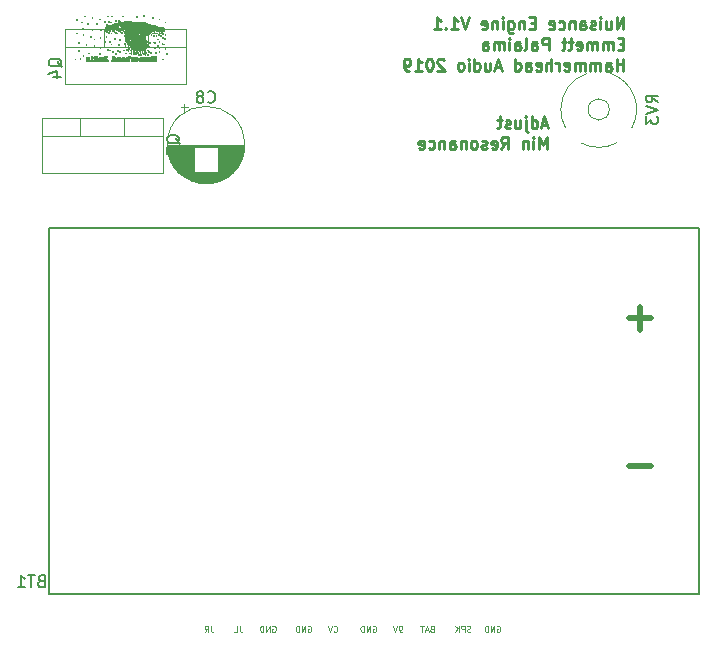
<source format=gbr>
G04 #@! TF.GenerationSoftware,KiCad,Pcbnew,(5.1.2-1)-1*
G04 #@! TF.CreationDate,2019-12-27T17:04:05-07:00*
G04 #@! TF.ProjectId,NuisanceEngine,4e756973-616e-4636-9545-6e67696e652e,rev?*
G04 #@! TF.SameCoordinates,Original*
G04 #@! TF.FileFunction,Legend,Bot*
G04 #@! TF.FilePolarity,Positive*
%FSLAX46Y46*%
G04 Gerber Fmt 4.6, Leading zero omitted, Abs format (unit mm)*
G04 Created by KiCad (PCBNEW (5.1.2-1)-1) date 2019-12-27 17:04:05*
%MOMM*%
%LPD*%
G04 APERTURE LIST*
%ADD10C,0.250000*%
%ADD11C,0.125000*%
%ADD12C,0.120000*%
%ADD13C,0.150000*%
%ADD14C,0.010000*%
%ADD15C,0.500000*%
G04 APERTURE END LIST*
D10*
X96647023Y-56791666D02*
X96170833Y-56791666D01*
X96742261Y-57077380D02*
X96408928Y-56077380D01*
X96075595Y-57077380D01*
X95313690Y-57077380D02*
X95313690Y-56077380D01*
X95313690Y-57029761D02*
X95408928Y-57077380D01*
X95599404Y-57077380D01*
X95694642Y-57029761D01*
X95742261Y-56982142D01*
X95789880Y-56886904D01*
X95789880Y-56601190D01*
X95742261Y-56505952D01*
X95694642Y-56458333D01*
X95599404Y-56410714D01*
X95408928Y-56410714D01*
X95313690Y-56458333D01*
X94837500Y-56410714D02*
X94837500Y-57267857D01*
X94885119Y-57363095D01*
X94980357Y-57410714D01*
X95027976Y-57410714D01*
X94837500Y-56077380D02*
X94885119Y-56125000D01*
X94837500Y-56172619D01*
X94789880Y-56125000D01*
X94837500Y-56077380D01*
X94837500Y-56172619D01*
X93932738Y-56410714D02*
X93932738Y-57077380D01*
X94361309Y-56410714D02*
X94361309Y-56934523D01*
X94313690Y-57029761D01*
X94218452Y-57077380D01*
X94075595Y-57077380D01*
X93980357Y-57029761D01*
X93932738Y-56982142D01*
X93504166Y-57029761D02*
X93408928Y-57077380D01*
X93218452Y-57077380D01*
X93123214Y-57029761D01*
X93075595Y-56934523D01*
X93075595Y-56886904D01*
X93123214Y-56791666D01*
X93218452Y-56744047D01*
X93361309Y-56744047D01*
X93456547Y-56696428D01*
X93504166Y-56601190D01*
X93504166Y-56553571D01*
X93456547Y-56458333D01*
X93361309Y-56410714D01*
X93218452Y-56410714D01*
X93123214Y-56458333D01*
X92789880Y-56410714D02*
X92408928Y-56410714D01*
X92647023Y-56077380D02*
X92647023Y-56934523D01*
X92599404Y-57029761D01*
X92504166Y-57077380D01*
X92408928Y-57077380D01*
X96599404Y-58827380D02*
X96599404Y-57827380D01*
X96266071Y-58541666D01*
X95932738Y-57827380D01*
X95932738Y-58827380D01*
X95456547Y-58827380D02*
X95456547Y-58160714D01*
X95456547Y-57827380D02*
X95504166Y-57875000D01*
X95456547Y-57922619D01*
X95408928Y-57875000D01*
X95456547Y-57827380D01*
X95456547Y-57922619D01*
X94980357Y-58160714D02*
X94980357Y-58827380D01*
X94980357Y-58255952D02*
X94932738Y-58208333D01*
X94837500Y-58160714D01*
X94694642Y-58160714D01*
X94599404Y-58208333D01*
X94551785Y-58303571D01*
X94551785Y-58827380D01*
X92742261Y-58827380D02*
X93075595Y-58351190D01*
X93313690Y-58827380D02*
X93313690Y-57827380D01*
X92932738Y-57827380D01*
X92837500Y-57875000D01*
X92789880Y-57922619D01*
X92742261Y-58017857D01*
X92742261Y-58160714D01*
X92789880Y-58255952D01*
X92837500Y-58303571D01*
X92932738Y-58351190D01*
X93313690Y-58351190D01*
X91932738Y-58779761D02*
X92027976Y-58827380D01*
X92218452Y-58827380D01*
X92313690Y-58779761D01*
X92361309Y-58684523D01*
X92361309Y-58303571D01*
X92313690Y-58208333D01*
X92218452Y-58160714D01*
X92027976Y-58160714D01*
X91932738Y-58208333D01*
X91885119Y-58303571D01*
X91885119Y-58398809D01*
X92361309Y-58494047D01*
X91504166Y-58779761D02*
X91408928Y-58827380D01*
X91218452Y-58827380D01*
X91123214Y-58779761D01*
X91075595Y-58684523D01*
X91075595Y-58636904D01*
X91123214Y-58541666D01*
X91218452Y-58494047D01*
X91361309Y-58494047D01*
X91456547Y-58446428D01*
X91504166Y-58351190D01*
X91504166Y-58303571D01*
X91456547Y-58208333D01*
X91361309Y-58160714D01*
X91218452Y-58160714D01*
X91123214Y-58208333D01*
X90504166Y-58827380D02*
X90599404Y-58779761D01*
X90647023Y-58732142D01*
X90694642Y-58636904D01*
X90694642Y-58351190D01*
X90647023Y-58255952D01*
X90599404Y-58208333D01*
X90504166Y-58160714D01*
X90361309Y-58160714D01*
X90266071Y-58208333D01*
X90218452Y-58255952D01*
X90170833Y-58351190D01*
X90170833Y-58636904D01*
X90218452Y-58732142D01*
X90266071Y-58779761D01*
X90361309Y-58827380D01*
X90504166Y-58827380D01*
X89742261Y-58160714D02*
X89742261Y-58827380D01*
X89742261Y-58255952D02*
X89694642Y-58208333D01*
X89599404Y-58160714D01*
X89456547Y-58160714D01*
X89361309Y-58208333D01*
X89313690Y-58303571D01*
X89313690Y-58827380D01*
X88408928Y-58827380D02*
X88408928Y-58303571D01*
X88456547Y-58208333D01*
X88551785Y-58160714D01*
X88742261Y-58160714D01*
X88837500Y-58208333D01*
X88408928Y-58779761D02*
X88504166Y-58827380D01*
X88742261Y-58827380D01*
X88837500Y-58779761D01*
X88885119Y-58684523D01*
X88885119Y-58589285D01*
X88837500Y-58494047D01*
X88742261Y-58446428D01*
X88504166Y-58446428D01*
X88408928Y-58398809D01*
X87932738Y-58160714D02*
X87932738Y-58827380D01*
X87932738Y-58255952D02*
X87885119Y-58208333D01*
X87789880Y-58160714D01*
X87647023Y-58160714D01*
X87551785Y-58208333D01*
X87504166Y-58303571D01*
X87504166Y-58827380D01*
X86599404Y-58779761D02*
X86694642Y-58827380D01*
X86885119Y-58827380D01*
X86980357Y-58779761D01*
X87027976Y-58732142D01*
X87075595Y-58636904D01*
X87075595Y-58351190D01*
X87027976Y-58255952D01*
X86980357Y-58208333D01*
X86885119Y-58160714D01*
X86694642Y-58160714D01*
X86599404Y-58208333D01*
X85789880Y-58779761D02*
X85885119Y-58827380D01*
X86075595Y-58827380D01*
X86170833Y-58779761D01*
X86218452Y-58684523D01*
X86218452Y-58303571D01*
X86170833Y-58208333D01*
X86075595Y-58160714D01*
X85885119Y-58160714D01*
X85789880Y-58208333D01*
X85742261Y-58303571D01*
X85742261Y-58398809D01*
X86218452Y-58494047D01*
D11*
X81880952Y-99250000D02*
X81928571Y-99226190D01*
X82000000Y-99226190D01*
X82071428Y-99250000D01*
X82119047Y-99297619D01*
X82142857Y-99345238D01*
X82166666Y-99440476D01*
X82166666Y-99511904D01*
X82142857Y-99607142D01*
X82119047Y-99654761D01*
X82071428Y-99702380D01*
X82000000Y-99726190D01*
X81952380Y-99726190D01*
X81880952Y-99702380D01*
X81857142Y-99678571D01*
X81857142Y-99511904D01*
X81952380Y-99511904D01*
X81642857Y-99726190D02*
X81642857Y-99226190D01*
X81357142Y-99726190D01*
X81357142Y-99226190D01*
X81119047Y-99726190D02*
X81119047Y-99226190D01*
X81000000Y-99226190D01*
X80928571Y-99250000D01*
X80880952Y-99297619D01*
X80857142Y-99345238D01*
X80833333Y-99440476D01*
X80833333Y-99511904D01*
X80857142Y-99607142D01*
X80880952Y-99654761D01*
X80928571Y-99702380D01*
X81000000Y-99726190D01*
X81119047Y-99726190D01*
X92380952Y-99250000D02*
X92428571Y-99226190D01*
X92500000Y-99226190D01*
X92571428Y-99250000D01*
X92619047Y-99297619D01*
X92642857Y-99345238D01*
X92666666Y-99440476D01*
X92666666Y-99511904D01*
X92642857Y-99607142D01*
X92619047Y-99654761D01*
X92571428Y-99702380D01*
X92500000Y-99726190D01*
X92452380Y-99726190D01*
X92380952Y-99702380D01*
X92357142Y-99678571D01*
X92357142Y-99511904D01*
X92452380Y-99511904D01*
X92142857Y-99726190D02*
X92142857Y-99226190D01*
X91857142Y-99726190D01*
X91857142Y-99226190D01*
X91619047Y-99726190D02*
X91619047Y-99226190D01*
X91500000Y-99226190D01*
X91428571Y-99250000D01*
X91380952Y-99297619D01*
X91357142Y-99345238D01*
X91333333Y-99440476D01*
X91333333Y-99511904D01*
X91357142Y-99607142D01*
X91380952Y-99654761D01*
X91428571Y-99702380D01*
X91500000Y-99726190D01*
X91619047Y-99726190D01*
X84309523Y-99726190D02*
X84214285Y-99726190D01*
X84166666Y-99702380D01*
X84142857Y-99678571D01*
X84095238Y-99607142D01*
X84071428Y-99511904D01*
X84071428Y-99321428D01*
X84095238Y-99273809D01*
X84119047Y-99250000D01*
X84166666Y-99226190D01*
X84261904Y-99226190D01*
X84309523Y-99250000D01*
X84333333Y-99273809D01*
X84357142Y-99321428D01*
X84357142Y-99440476D01*
X84333333Y-99488095D01*
X84309523Y-99511904D01*
X84261904Y-99535714D01*
X84166666Y-99535714D01*
X84119047Y-99511904D01*
X84095238Y-99488095D01*
X84071428Y-99440476D01*
X83928571Y-99226190D02*
X83761904Y-99726190D01*
X83595238Y-99226190D01*
X73380952Y-99250000D02*
X73428571Y-99226190D01*
X73500000Y-99226190D01*
X73571428Y-99250000D01*
X73619047Y-99297619D01*
X73642857Y-99345238D01*
X73666666Y-99440476D01*
X73666666Y-99511904D01*
X73642857Y-99607142D01*
X73619047Y-99654761D01*
X73571428Y-99702380D01*
X73500000Y-99726190D01*
X73452380Y-99726190D01*
X73380952Y-99702380D01*
X73357142Y-99678571D01*
X73357142Y-99511904D01*
X73452380Y-99511904D01*
X73142857Y-99726190D02*
X73142857Y-99226190D01*
X72857142Y-99726190D01*
X72857142Y-99226190D01*
X72619047Y-99726190D02*
X72619047Y-99226190D01*
X72500000Y-99226190D01*
X72428571Y-99250000D01*
X72380952Y-99297619D01*
X72357142Y-99345238D01*
X72333333Y-99440476D01*
X72333333Y-99511904D01*
X72357142Y-99607142D01*
X72380952Y-99654761D01*
X72428571Y-99702380D01*
X72500000Y-99726190D01*
X72619047Y-99726190D01*
X68178571Y-99226190D02*
X68178571Y-99583333D01*
X68202380Y-99654761D01*
X68250000Y-99702380D01*
X68321428Y-99726190D01*
X68369047Y-99726190D01*
X67654761Y-99726190D02*
X67821428Y-99488095D01*
X67940476Y-99726190D02*
X67940476Y-99226190D01*
X67750000Y-99226190D01*
X67702380Y-99250000D01*
X67678571Y-99273809D01*
X67654761Y-99321428D01*
X67654761Y-99392857D01*
X67678571Y-99440476D01*
X67702380Y-99464285D01*
X67750000Y-99488095D01*
X67940476Y-99488095D01*
X78559523Y-99678571D02*
X78583333Y-99702380D01*
X78654761Y-99726190D01*
X78702380Y-99726190D01*
X78773809Y-99702380D01*
X78821428Y-99654761D01*
X78845238Y-99607142D01*
X78869047Y-99511904D01*
X78869047Y-99440476D01*
X78845238Y-99345238D01*
X78821428Y-99297619D01*
X78773809Y-99250000D01*
X78702380Y-99226190D01*
X78654761Y-99226190D01*
X78583333Y-99250000D01*
X78559523Y-99273809D01*
X78416666Y-99226190D02*
X78250000Y-99726190D01*
X78083333Y-99226190D01*
X70630952Y-99226190D02*
X70630952Y-99583333D01*
X70654761Y-99654761D01*
X70702380Y-99702380D01*
X70773809Y-99726190D01*
X70821428Y-99726190D01*
X70154761Y-99726190D02*
X70392857Y-99726190D01*
X70392857Y-99226190D01*
X86869047Y-99464285D02*
X86797619Y-99488095D01*
X86773809Y-99511904D01*
X86750000Y-99559523D01*
X86750000Y-99630952D01*
X86773809Y-99678571D01*
X86797619Y-99702380D01*
X86845238Y-99726190D01*
X87035714Y-99726190D01*
X87035714Y-99226190D01*
X86869047Y-99226190D01*
X86821428Y-99250000D01*
X86797619Y-99273809D01*
X86773809Y-99321428D01*
X86773809Y-99369047D01*
X86797619Y-99416666D01*
X86821428Y-99440476D01*
X86869047Y-99464285D01*
X87035714Y-99464285D01*
X86559523Y-99583333D02*
X86321428Y-99583333D01*
X86607142Y-99726190D02*
X86440476Y-99226190D01*
X86273809Y-99726190D01*
X86178571Y-99226190D02*
X85892857Y-99226190D01*
X86035714Y-99726190D02*
X86035714Y-99226190D01*
X90142857Y-99702380D02*
X90071428Y-99726190D01*
X89952380Y-99726190D01*
X89904761Y-99702380D01*
X89880952Y-99678571D01*
X89857142Y-99630952D01*
X89857142Y-99583333D01*
X89880952Y-99535714D01*
X89904761Y-99511904D01*
X89952380Y-99488095D01*
X90047619Y-99464285D01*
X90095238Y-99440476D01*
X90119047Y-99416666D01*
X90142857Y-99369047D01*
X90142857Y-99321428D01*
X90119047Y-99273809D01*
X90095238Y-99250000D01*
X90047619Y-99226190D01*
X89928571Y-99226190D01*
X89857142Y-99250000D01*
X89642857Y-99726190D02*
X89642857Y-99226190D01*
X89452380Y-99226190D01*
X89404761Y-99250000D01*
X89380952Y-99273809D01*
X89357142Y-99321428D01*
X89357142Y-99392857D01*
X89380952Y-99440476D01*
X89404761Y-99464285D01*
X89452380Y-99488095D01*
X89642857Y-99488095D01*
X89142857Y-99726190D02*
X89142857Y-99226190D01*
X88857142Y-99726190D02*
X89071428Y-99440476D01*
X88857142Y-99226190D02*
X89142857Y-99511904D01*
X76380952Y-99250000D02*
X76428571Y-99226190D01*
X76500000Y-99226190D01*
X76571428Y-99250000D01*
X76619047Y-99297619D01*
X76642857Y-99345238D01*
X76666666Y-99440476D01*
X76666666Y-99511904D01*
X76642857Y-99607142D01*
X76619047Y-99654761D01*
X76571428Y-99702380D01*
X76500000Y-99726190D01*
X76452380Y-99726190D01*
X76380952Y-99702380D01*
X76357142Y-99678571D01*
X76357142Y-99511904D01*
X76452380Y-99511904D01*
X76142857Y-99726190D02*
X76142857Y-99226190D01*
X75857142Y-99726190D01*
X75857142Y-99226190D01*
X75619047Y-99726190D02*
X75619047Y-99226190D01*
X75500000Y-99226190D01*
X75428571Y-99250000D01*
X75380952Y-99297619D01*
X75357142Y-99345238D01*
X75333333Y-99440476D01*
X75333333Y-99511904D01*
X75357142Y-99607142D01*
X75380952Y-99654761D01*
X75428571Y-99702380D01*
X75500000Y-99726190D01*
X75619047Y-99726190D01*
D10*
X103099404Y-48702380D02*
X103099404Y-47702380D01*
X102527976Y-48702380D01*
X102527976Y-47702380D01*
X101623214Y-48035714D02*
X101623214Y-48702380D01*
X102051785Y-48035714D02*
X102051785Y-48559523D01*
X102004166Y-48654761D01*
X101908928Y-48702380D01*
X101766071Y-48702380D01*
X101670833Y-48654761D01*
X101623214Y-48607142D01*
X101147023Y-48702380D02*
X101147023Y-48035714D01*
X101147023Y-47702380D02*
X101194642Y-47750000D01*
X101147023Y-47797619D01*
X101099404Y-47750000D01*
X101147023Y-47702380D01*
X101147023Y-47797619D01*
X100718452Y-48654761D02*
X100623214Y-48702380D01*
X100432738Y-48702380D01*
X100337500Y-48654761D01*
X100289880Y-48559523D01*
X100289880Y-48511904D01*
X100337500Y-48416666D01*
X100432738Y-48369047D01*
X100575595Y-48369047D01*
X100670833Y-48321428D01*
X100718452Y-48226190D01*
X100718452Y-48178571D01*
X100670833Y-48083333D01*
X100575595Y-48035714D01*
X100432738Y-48035714D01*
X100337500Y-48083333D01*
X99432738Y-48702380D02*
X99432738Y-48178571D01*
X99480357Y-48083333D01*
X99575595Y-48035714D01*
X99766071Y-48035714D01*
X99861309Y-48083333D01*
X99432738Y-48654761D02*
X99527976Y-48702380D01*
X99766071Y-48702380D01*
X99861309Y-48654761D01*
X99908928Y-48559523D01*
X99908928Y-48464285D01*
X99861309Y-48369047D01*
X99766071Y-48321428D01*
X99527976Y-48321428D01*
X99432738Y-48273809D01*
X98956547Y-48035714D02*
X98956547Y-48702380D01*
X98956547Y-48130952D02*
X98908928Y-48083333D01*
X98813690Y-48035714D01*
X98670833Y-48035714D01*
X98575595Y-48083333D01*
X98527976Y-48178571D01*
X98527976Y-48702380D01*
X97623214Y-48654761D02*
X97718452Y-48702380D01*
X97908928Y-48702380D01*
X98004166Y-48654761D01*
X98051785Y-48607142D01*
X98099404Y-48511904D01*
X98099404Y-48226190D01*
X98051785Y-48130952D01*
X98004166Y-48083333D01*
X97908928Y-48035714D01*
X97718452Y-48035714D01*
X97623214Y-48083333D01*
X96813690Y-48654761D02*
X96908928Y-48702380D01*
X97099404Y-48702380D01*
X97194642Y-48654761D01*
X97242261Y-48559523D01*
X97242261Y-48178571D01*
X97194642Y-48083333D01*
X97099404Y-48035714D01*
X96908928Y-48035714D01*
X96813690Y-48083333D01*
X96766071Y-48178571D01*
X96766071Y-48273809D01*
X97242261Y-48369047D01*
X95575595Y-48178571D02*
X95242261Y-48178571D01*
X95099404Y-48702380D02*
X95575595Y-48702380D01*
X95575595Y-47702380D01*
X95099404Y-47702380D01*
X94670833Y-48035714D02*
X94670833Y-48702380D01*
X94670833Y-48130952D02*
X94623214Y-48083333D01*
X94527976Y-48035714D01*
X94385119Y-48035714D01*
X94289880Y-48083333D01*
X94242261Y-48178571D01*
X94242261Y-48702380D01*
X93337500Y-48035714D02*
X93337500Y-48845238D01*
X93385119Y-48940476D01*
X93432738Y-48988095D01*
X93527976Y-49035714D01*
X93670833Y-49035714D01*
X93766071Y-48988095D01*
X93337500Y-48654761D02*
X93432738Y-48702380D01*
X93623214Y-48702380D01*
X93718452Y-48654761D01*
X93766071Y-48607142D01*
X93813690Y-48511904D01*
X93813690Y-48226190D01*
X93766071Y-48130952D01*
X93718452Y-48083333D01*
X93623214Y-48035714D01*
X93432738Y-48035714D01*
X93337500Y-48083333D01*
X92861309Y-48702380D02*
X92861309Y-48035714D01*
X92861309Y-47702380D02*
X92908928Y-47750000D01*
X92861309Y-47797619D01*
X92813690Y-47750000D01*
X92861309Y-47702380D01*
X92861309Y-47797619D01*
X92385119Y-48035714D02*
X92385119Y-48702380D01*
X92385119Y-48130952D02*
X92337500Y-48083333D01*
X92242261Y-48035714D01*
X92099404Y-48035714D01*
X92004166Y-48083333D01*
X91956547Y-48178571D01*
X91956547Y-48702380D01*
X91099404Y-48654761D02*
X91194642Y-48702380D01*
X91385119Y-48702380D01*
X91480357Y-48654761D01*
X91527976Y-48559523D01*
X91527976Y-48178571D01*
X91480357Y-48083333D01*
X91385119Y-48035714D01*
X91194642Y-48035714D01*
X91099404Y-48083333D01*
X91051785Y-48178571D01*
X91051785Y-48273809D01*
X91527976Y-48369047D01*
X90004166Y-47702380D02*
X89670833Y-48702380D01*
X89337500Y-47702380D01*
X88480357Y-48702380D02*
X89051785Y-48702380D01*
X88766071Y-48702380D02*
X88766071Y-47702380D01*
X88861309Y-47845238D01*
X88956547Y-47940476D01*
X89051785Y-47988095D01*
X88051785Y-48607142D02*
X88004166Y-48654761D01*
X88051785Y-48702380D01*
X88099404Y-48654761D01*
X88051785Y-48607142D01*
X88051785Y-48702380D01*
X87051785Y-48702380D02*
X87623214Y-48702380D01*
X87337500Y-48702380D02*
X87337500Y-47702380D01*
X87432738Y-47845238D01*
X87527976Y-47940476D01*
X87623214Y-47988095D01*
X103099404Y-49928571D02*
X102766071Y-49928571D01*
X102623214Y-50452380D02*
X103099404Y-50452380D01*
X103099404Y-49452380D01*
X102623214Y-49452380D01*
X102194642Y-50452380D02*
X102194642Y-49785714D01*
X102194642Y-49880952D02*
X102147023Y-49833333D01*
X102051785Y-49785714D01*
X101908928Y-49785714D01*
X101813690Y-49833333D01*
X101766071Y-49928571D01*
X101766071Y-50452380D01*
X101766071Y-49928571D02*
X101718452Y-49833333D01*
X101623214Y-49785714D01*
X101480357Y-49785714D01*
X101385119Y-49833333D01*
X101337500Y-49928571D01*
X101337500Y-50452380D01*
X100861309Y-50452380D02*
X100861309Y-49785714D01*
X100861309Y-49880952D02*
X100813690Y-49833333D01*
X100718452Y-49785714D01*
X100575595Y-49785714D01*
X100480357Y-49833333D01*
X100432738Y-49928571D01*
X100432738Y-50452380D01*
X100432738Y-49928571D02*
X100385119Y-49833333D01*
X100289880Y-49785714D01*
X100147023Y-49785714D01*
X100051785Y-49833333D01*
X100004166Y-49928571D01*
X100004166Y-50452380D01*
X99147023Y-50404761D02*
X99242261Y-50452380D01*
X99432738Y-50452380D01*
X99527976Y-50404761D01*
X99575595Y-50309523D01*
X99575595Y-49928571D01*
X99527976Y-49833333D01*
X99432738Y-49785714D01*
X99242261Y-49785714D01*
X99147023Y-49833333D01*
X99099404Y-49928571D01*
X99099404Y-50023809D01*
X99575595Y-50119047D01*
X98813690Y-49785714D02*
X98432738Y-49785714D01*
X98670833Y-49452380D02*
X98670833Y-50309523D01*
X98623214Y-50404761D01*
X98527976Y-50452380D01*
X98432738Y-50452380D01*
X98242261Y-49785714D02*
X97861309Y-49785714D01*
X98099404Y-49452380D02*
X98099404Y-50309523D01*
X98051785Y-50404761D01*
X97956547Y-50452380D01*
X97861309Y-50452380D01*
X96766071Y-50452380D02*
X96766071Y-49452380D01*
X96385119Y-49452380D01*
X96289880Y-49500000D01*
X96242261Y-49547619D01*
X96194642Y-49642857D01*
X96194642Y-49785714D01*
X96242261Y-49880952D01*
X96289880Y-49928571D01*
X96385119Y-49976190D01*
X96766071Y-49976190D01*
X95337500Y-50452380D02*
X95337500Y-49928571D01*
X95385119Y-49833333D01*
X95480357Y-49785714D01*
X95670833Y-49785714D01*
X95766071Y-49833333D01*
X95337500Y-50404761D02*
X95432738Y-50452380D01*
X95670833Y-50452380D01*
X95766071Y-50404761D01*
X95813690Y-50309523D01*
X95813690Y-50214285D01*
X95766071Y-50119047D01*
X95670833Y-50071428D01*
X95432738Y-50071428D01*
X95337500Y-50023809D01*
X94718452Y-50452380D02*
X94813690Y-50404761D01*
X94861309Y-50309523D01*
X94861309Y-49452380D01*
X93908928Y-50452380D02*
X93908928Y-49928571D01*
X93956547Y-49833333D01*
X94051785Y-49785714D01*
X94242261Y-49785714D01*
X94337500Y-49833333D01*
X93908928Y-50404761D02*
X94004166Y-50452380D01*
X94242261Y-50452380D01*
X94337500Y-50404761D01*
X94385119Y-50309523D01*
X94385119Y-50214285D01*
X94337500Y-50119047D01*
X94242261Y-50071428D01*
X94004166Y-50071428D01*
X93908928Y-50023809D01*
X93432738Y-50452380D02*
X93432738Y-49785714D01*
X93432738Y-49452380D02*
X93480357Y-49500000D01*
X93432738Y-49547619D01*
X93385119Y-49500000D01*
X93432738Y-49452380D01*
X93432738Y-49547619D01*
X92956547Y-50452380D02*
X92956547Y-49785714D01*
X92956547Y-49880952D02*
X92908928Y-49833333D01*
X92813690Y-49785714D01*
X92670833Y-49785714D01*
X92575595Y-49833333D01*
X92527976Y-49928571D01*
X92527976Y-50452380D01*
X92527976Y-49928571D02*
X92480357Y-49833333D01*
X92385119Y-49785714D01*
X92242261Y-49785714D01*
X92147023Y-49833333D01*
X92099404Y-49928571D01*
X92099404Y-50452380D01*
X91194642Y-50452380D02*
X91194642Y-49928571D01*
X91242261Y-49833333D01*
X91337500Y-49785714D01*
X91527976Y-49785714D01*
X91623214Y-49833333D01*
X91194642Y-50404761D02*
X91289880Y-50452380D01*
X91527976Y-50452380D01*
X91623214Y-50404761D01*
X91670833Y-50309523D01*
X91670833Y-50214285D01*
X91623214Y-50119047D01*
X91527976Y-50071428D01*
X91289880Y-50071428D01*
X91194642Y-50023809D01*
X103099404Y-52202380D02*
X103099404Y-51202380D01*
X103099404Y-51678571D02*
X102527976Y-51678571D01*
X102527976Y-52202380D02*
X102527976Y-51202380D01*
X101623214Y-52202380D02*
X101623214Y-51678571D01*
X101670833Y-51583333D01*
X101766071Y-51535714D01*
X101956547Y-51535714D01*
X102051785Y-51583333D01*
X101623214Y-52154761D02*
X101718452Y-52202380D01*
X101956547Y-52202380D01*
X102051785Y-52154761D01*
X102099404Y-52059523D01*
X102099404Y-51964285D01*
X102051785Y-51869047D01*
X101956547Y-51821428D01*
X101718452Y-51821428D01*
X101623214Y-51773809D01*
X101147023Y-52202380D02*
X101147023Y-51535714D01*
X101147023Y-51630952D02*
X101099404Y-51583333D01*
X101004166Y-51535714D01*
X100861309Y-51535714D01*
X100766071Y-51583333D01*
X100718452Y-51678571D01*
X100718452Y-52202380D01*
X100718452Y-51678571D02*
X100670833Y-51583333D01*
X100575595Y-51535714D01*
X100432738Y-51535714D01*
X100337500Y-51583333D01*
X100289880Y-51678571D01*
X100289880Y-52202380D01*
X99813690Y-52202380D02*
X99813690Y-51535714D01*
X99813690Y-51630952D02*
X99766071Y-51583333D01*
X99670833Y-51535714D01*
X99527976Y-51535714D01*
X99432738Y-51583333D01*
X99385119Y-51678571D01*
X99385119Y-52202380D01*
X99385119Y-51678571D02*
X99337500Y-51583333D01*
X99242261Y-51535714D01*
X99099404Y-51535714D01*
X99004166Y-51583333D01*
X98956547Y-51678571D01*
X98956547Y-52202380D01*
X98099404Y-52154761D02*
X98194642Y-52202380D01*
X98385119Y-52202380D01*
X98480357Y-52154761D01*
X98527976Y-52059523D01*
X98527976Y-51678571D01*
X98480357Y-51583333D01*
X98385119Y-51535714D01*
X98194642Y-51535714D01*
X98099404Y-51583333D01*
X98051785Y-51678571D01*
X98051785Y-51773809D01*
X98527976Y-51869047D01*
X97623214Y-52202380D02*
X97623214Y-51535714D01*
X97623214Y-51726190D02*
X97575595Y-51630952D01*
X97527976Y-51583333D01*
X97432738Y-51535714D01*
X97337500Y-51535714D01*
X97004166Y-52202380D02*
X97004166Y-51202380D01*
X96575595Y-52202380D02*
X96575595Y-51678571D01*
X96623214Y-51583333D01*
X96718452Y-51535714D01*
X96861309Y-51535714D01*
X96956547Y-51583333D01*
X97004166Y-51630952D01*
X95718452Y-52154761D02*
X95813690Y-52202380D01*
X96004166Y-52202380D01*
X96099404Y-52154761D01*
X96147023Y-52059523D01*
X96147023Y-51678571D01*
X96099404Y-51583333D01*
X96004166Y-51535714D01*
X95813690Y-51535714D01*
X95718452Y-51583333D01*
X95670833Y-51678571D01*
X95670833Y-51773809D01*
X96147023Y-51869047D01*
X94813690Y-52202380D02*
X94813690Y-51678571D01*
X94861309Y-51583333D01*
X94956547Y-51535714D01*
X95147023Y-51535714D01*
X95242261Y-51583333D01*
X94813690Y-52154761D02*
X94908928Y-52202380D01*
X95147023Y-52202380D01*
X95242261Y-52154761D01*
X95289880Y-52059523D01*
X95289880Y-51964285D01*
X95242261Y-51869047D01*
X95147023Y-51821428D01*
X94908928Y-51821428D01*
X94813690Y-51773809D01*
X93908928Y-52202380D02*
X93908928Y-51202380D01*
X93908928Y-52154761D02*
X94004166Y-52202380D01*
X94194642Y-52202380D01*
X94289880Y-52154761D01*
X94337500Y-52107142D01*
X94385119Y-52011904D01*
X94385119Y-51726190D01*
X94337500Y-51630952D01*
X94289880Y-51583333D01*
X94194642Y-51535714D01*
X94004166Y-51535714D01*
X93908928Y-51583333D01*
X92718452Y-51916666D02*
X92242261Y-51916666D01*
X92813690Y-52202380D02*
X92480357Y-51202380D01*
X92147023Y-52202380D01*
X91385119Y-51535714D02*
X91385119Y-52202380D01*
X91813690Y-51535714D02*
X91813690Y-52059523D01*
X91766071Y-52154761D01*
X91670833Y-52202380D01*
X91527976Y-52202380D01*
X91432738Y-52154761D01*
X91385119Y-52107142D01*
X90480357Y-52202380D02*
X90480357Y-51202380D01*
X90480357Y-52154761D02*
X90575595Y-52202380D01*
X90766071Y-52202380D01*
X90861309Y-52154761D01*
X90908928Y-52107142D01*
X90956547Y-52011904D01*
X90956547Y-51726190D01*
X90908928Y-51630952D01*
X90861309Y-51583333D01*
X90766071Y-51535714D01*
X90575595Y-51535714D01*
X90480357Y-51583333D01*
X90004166Y-52202380D02*
X90004166Y-51535714D01*
X90004166Y-51202380D02*
X90051785Y-51250000D01*
X90004166Y-51297619D01*
X89956547Y-51250000D01*
X90004166Y-51202380D01*
X90004166Y-51297619D01*
X89385119Y-52202380D02*
X89480357Y-52154761D01*
X89527976Y-52107142D01*
X89575595Y-52011904D01*
X89575595Y-51726190D01*
X89527976Y-51630952D01*
X89480357Y-51583333D01*
X89385119Y-51535714D01*
X89242261Y-51535714D01*
X89147023Y-51583333D01*
X89099404Y-51630952D01*
X89051785Y-51726190D01*
X89051785Y-52011904D01*
X89099404Y-52107142D01*
X89147023Y-52154761D01*
X89242261Y-52202380D01*
X89385119Y-52202380D01*
X87908928Y-51297619D02*
X87861309Y-51250000D01*
X87766071Y-51202380D01*
X87527976Y-51202380D01*
X87432738Y-51250000D01*
X87385119Y-51297619D01*
X87337500Y-51392857D01*
X87337500Y-51488095D01*
X87385119Y-51630952D01*
X87956547Y-52202380D01*
X87337500Y-52202380D01*
X86718452Y-51202380D02*
X86623214Y-51202380D01*
X86527976Y-51250000D01*
X86480357Y-51297619D01*
X86432738Y-51392857D01*
X86385119Y-51583333D01*
X86385119Y-51821428D01*
X86432738Y-52011904D01*
X86480357Y-52107142D01*
X86527976Y-52154761D01*
X86623214Y-52202380D01*
X86718452Y-52202380D01*
X86813690Y-52154761D01*
X86861309Y-52107142D01*
X86908928Y-52011904D01*
X86956547Y-51821428D01*
X86956547Y-51583333D01*
X86908928Y-51392857D01*
X86861309Y-51297619D01*
X86813690Y-51250000D01*
X86718452Y-51202380D01*
X85432738Y-52202380D02*
X86004166Y-52202380D01*
X85718452Y-52202380D02*
X85718452Y-51202380D01*
X85813690Y-51345238D01*
X85908928Y-51440476D01*
X86004166Y-51488095D01*
X84956547Y-52202380D02*
X84766071Y-52202380D01*
X84670833Y-52154761D01*
X84623214Y-52107142D01*
X84527976Y-51964285D01*
X84480357Y-51773809D01*
X84480357Y-51392857D01*
X84527976Y-51297619D01*
X84575595Y-51250000D01*
X84670833Y-51202380D01*
X84861309Y-51202380D01*
X84956547Y-51250000D01*
X85004166Y-51297619D01*
X85051785Y-51392857D01*
X85051785Y-51630952D01*
X85004166Y-51726190D01*
X84956547Y-51773809D01*
X84861309Y-51821428D01*
X84670833Y-51821428D01*
X84575595Y-51773809D01*
X84527976Y-51726190D01*
X84480357Y-51630952D01*
D12*
X59109000Y-48730000D02*
X59109000Y-50240000D01*
X62810000Y-48730000D02*
X62810000Y-50240000D01*
X66080000Y-50240000D02*
X55840000Y-50240000D01*
X55840000Y-48730000D02*
X55840000Y-53371000D01*
X66080000Y-48730000D02*
X66080000Y-53371000D01*
X66080000Y-53371000D02*
X55840000Y-53371000D01*
X66080000Y-48730000D02*
X55840000Y-48730000D01*
X57109000Y-56230000D02*
X57109000Y-57740000D01*
X60810000Y-56230000D02*
X60810000Y-57740000D01*
X64080000Y-57740000D02*
X53840000Y-57740000D01*
X53840000Y-56230000D02*
X53840000Y-60871000D01*
X64080000Y-56230000D02*
X64080000Y-60871000D01*
X64080000Y-60871000D02*
X53840000Y-60871000D01*
X64080000Y-56230000D02*
X53840000Y-56230000D01*
D13*
X109500000Y-96500000D02*
X82000000Y-96500000D01*
X109500000Y-65500000D02*
X109500000Y-96500000D01*
X54500000Y-65500000D02*
X109500000Y-65500000D01*
X54500000Y-96500000D02*
X54500000Y-65500000D01*
X82000000Y-96500000D02*
X54500000Y-96500000D01*
D12*
X100008055Y-52447109D02*
G75*
G03X97790000Y-55500000I991945J-3052891D01*
G01*
X103807816Y-57055333D02*
G75*
G03X101991000Y-52447000I-2807816J1555333D01*
G01*
X99492382Y-58334671D02*
G75*
G03X102507000Y-58335000I1507618J2834671D01*
G01*
X97790201Y-55443536D02*
G75*
G03X98192000Y-57056000I3209799J-56464D01*
G01*
X101900000Y-55500000D02*
G75*
G03X101900000Y-55500000I-900000J0D01*
G01*
X71020000Y-58500000D02*
G75*
G03X71020000Y-58500000I-3270000J0D01*
G01*
X64520000Y-58500000D02*
X70980000Y-58500000D01*
X64520000Y-58540000D02*
X70980000Y-58540000D01*
X64520000Y-58580000D02*
X70980000Y-58580000D01*
X64522000Y-58620000D02*
X70978000Y-58620000D01*
X64523000Y-58660000D02*
X70977000Y-58660000D01*
X64526000Y-58700000D02*
X70974000Y-58700000D01*
X64528000Y-58740000D02*
X66710000Y-58740000D01*
X68790000Y-58740000D02*
X70972000Y-58740000D01*
X64532000Y-58780000D02*
X66710000Y-58780000D01*
X68790000Y-58780000D02*
X70968000Y-58780000D01*
X64535000Y-58820000D02*
X66710000Y-58820000D01*
X68790000Y-58820000D02*
X70965000Y-58820000D01*
X64539000Y-58860000D02*
X66710000Y-58860000D01*
X68790000Y-58860000D02*
X70961000Y-58860000D01*
X64544000Y-58900000D02*
X66710000Y-58900000D01*
X68790000Y-58900000D02*
X70956000Y-58900000D01*
X64549000Y-58940000D02*
X66710000Y-58940000D01*
X68790000Y-58940000D02*
X70951000Y-58940000D01*
X64555000Y-58980000D02*
X66710000Y-58980000D01*
X68790000Y-58980000D02*
X70945000Y-58980000D01*
X64561000Y-59020000D02*
X66710000Y-59020000D01*
X68790000Y-59020000D02*
X70939000Y-59020000D01*
X64568000Y-59060000D02*
X66710000Y-59060000D01*
X68790000Y-59060000D02*
X70932000Y-59060000D01*
X64575000Y-59100000D02*
X66710000Y-59100000D01*
X68790000Y-59100000D02*
X70925000Y-59100000D01*
X64583000Y-59140000D02*
X66710000Y-59140000D01*
X68790000Y-59140000D02*
X70917000Y-59140000D01*
X64591000Y-59180000D02*
X66710000Y-59180000D01*
X68790000Y-59180000D02*
X70909000Y-59180000D01*
X64600000Y-59221000D02*
X66710000Y-59221000D01*
X68790000Y-59221000D02*
X70900000Y-59221000D01*
X64609000Y-59261000D02*
X66710000Y-59261000D01*
X68790000Y-59261000D02*
X70891000Y-59261000D01*
X64619000Y-59301000D02*
X66710000Y-59301000D01*
X68790000Y-59301000D02*
X70881000Y-59301000D01*
X64629000Y-59341000D02*
X66710000Y-59341000D01*
X68790000Y-59341000D02*
X70871000Y-59341000D01*
X64640000Y-59381000D02*
X66710000Y-59381000D01*
X68790000Y-59381000D02*
X70860000Y-59381000D01*
X64652000Y-59421000D02*
X66710000Y-59421000D01*
X68790000Y-59421000D02*
X70848000Y-59421000D01*
X64664000Y-59461000D02*
X66710000Y-59461000D01*
X68790000Y-59461000D02*
X70836000Y-59461000D01*
X64676000Y-59501000D02*
X66710000Y-59501000D01*
X68790000Y-59501000D02*
X70824000Y-59501000D01*
X64689000Y-59541000D02*
X66710000Y-59541000D01*
X68790000Y-59541000D02*
X70811000Y-59541000D01*
X64703000Y-59581000D02*
X66710000Y-59581000D01*
X68790000Y-59581000D02*
X70797000Y-59581000D01*
X64717000Y-59621000D02*
X66710000Y-59621000D01*
X68790000Y-59621000D02*
X70783000Y-59621000D01*
X64732000Y-59661000D02*
X66710000Y-59661000D01*
X68790000Y-59661000D02*
X70768000Y-59661000D01*
X64748000Y-59701000D02*
X66710000Y-59701000D01*
X68790000Y-59701000D02*
X70752000Y-59701000D01*
X64764000Y-59741000D02*
X66710000Y-59741000D01*
X68790000Y-59741000D02*
X70736000Y-59741000D01*
X64780000Y-59781000D02*
X66710000Y-59781000D01*
X68790000Y-59781000D02*
X70720000Y-59781000D01*
X64798000Y-59821000D02*
X66710000Y-59821000D01*
X68790000Y-59821000D02*
X70702000Y-59821000D01*
X64816000Y-59861000D02*
X66710000Y-59861000D01*
X68790000Y-59861000D02*
X70684000Y-59861000D01*
X64834000Y-59901000D02*
X66710000Y-59901000D01*
X68790000Y-59901000D02*
X70666000Y-59901000D01*
X64854000Y-59941000D02*
X66710000Y-59941000D01*
X68790000Y-59941000D02*
X70646000Y-59941000D01*
X64874000Y-59981000D02*
X66710000Y-59981000D01*
X68790000Y-59981000D02*
X70626000Y-59981000D01*
X64894000Y-60021000D02*
X66710000Y-60021000D01*
X68790000Y-60021000D02*
X70606000Y-60021000D01*
X64916000Y-60061000D02*
X66710000Y-60061000D01*
X68790000Y-60061000D02*
X70584000Y-60061000D01*
X64938000Y-60101000D02*
X66710000Y-60101000D01*
X68790000Y-60101000D02*
X70562000Y-60101000D01*
X64960000Y-60141000D02*
X66710000Y-60141000D01*
X68790000Y-60141000D02*
X70540000Y-60141000D01*
X64984000Y-60181000D02*
X66710000Y-60181000D01*
X68790000Y-60181000D02*
X70516000Y-60181000D01*
X65008000Y-60221000D02*
X66710000Y-60221000D01*
X68790000Y-60221000D02*
X70492000Y-60221000D01*
X65034000Y-60261000D02*
X66710000Y-60261000D01*
X68790000Y-60261000D02*
X70466000Y-60261000D01*
X65060000Y-60301000D02*
X66710000Y-60301000D01*
X68790000Y-60301000D02*
X70440000Y-60301000D01*
X65086000Y-60341000D02*
X66710000Y-60341000D01*
X68790000Y-60341000D02*
X70414000Y-60341000D01*
X65114000Y-60381000D02*
X66710000Y-60381000D01*
X68790000Y-60381000D02*
X70386000Y-60381000D01*
X65143000Y-60421000D02*
X66710000Y-60421000D01*
X68790000Y-60421000D02*
X70357000Y-60421000D01*
X65172000Y-60461000D02*
X66710000Y-60461000D01*
X68790000Y-60461000D02*
X70328000Y-60461000D01*
X65202000Y-60501000D02*
X66710000Y-60501000D01*
X68790000Y-60501000D02*
X70298000Y-60501000D01*
X65234000Y-60541000D02*
X66710000Y-60541000D01*
X68790000Y-60541000D02*
X70266000Y-60541000D01*
X65266000Y-60581000D02*
X66710000Y-60581000D01*
X68790000Y-60581000D02*
X70234000Y-60581000D01*
X65300000Y-60621000D02*
X66710000Y-60621000D01*
X68790000Y-60621000D02*
X70200000Y-60621000D01*
X65334000Y-60661000D02*
X66710000Y-60661000D01*
X68790000Y-60661000D02*
X70166000Y-60661000D01*
X65370000Y-60701000D02*
X66710000Y-60701000D01*
X68790000Y-60701000D02*
X70130000Y-60701000D01*
X65407000Y-60741000D02*
X66710000Y-60741000D01*
X68790000Y-60741000D02*
X70093000Y-60741000D01*
X65445000Y-60781000D02*
X66710000Y-60781000D01*
X68790000Y-60781000D02*
X70055000Y-60781000D01*
X65485000Y-60821000D02*
X70015000Y-60821000D01*
X65526000Y-60861000D02*
X69974000Y-60861000D01*
X65568000Y-60901000D02*
X69932000Y-60901000D01*
X65613000Y-60941000D02*
X69887000Y-60941000D01*
X65658000Y-60981000D02*
X69842000Y-60981000D01*
X65706000Y-61021000D02*
X69794000Y-61021000D01*
X65755000Y-61061000D02*
X69745000Y-61061000D01*
X65806000Y-61101000D02*
X69694000Y-61101000D01*
X65860000Y-61141000D02*
X69640000Y-61141000D01*
X65916000Y-61181000D02*
X69584000Y-61181000D01*
X65974000Y-61221000D02*
X69526000Y-61221000D01*
X66036000Y-61261000D02*
X69464000Y-61261000D01*
X66100000Y-61301000D02*
X69400000Y-61301000D01*
X66169000Y-61341000D02*
X69331000Y-61341000D01*
X66241000Y-61381000D02*
X69259000Y-61381000D01*
X66318000Y-61421000D02*
X69182000Y-61421000D01*
X66400000Y-61461000D02*
X69100000Y-61461000D01*
X66488000Y-61501000D02*
X69012000Y-61501000D01*
X66585000Y-61541000D02*
X68915000Y-61541000D01*
X66691000Y-61581000D02*
X68809000Y-61581000D01*
X66810000Y-61621000D02*
X68690000Y-61621000D01*
X66948000Y-61661000D02*
X68552000Y-61661000D01*
X67117000Y-61701000D02*
X68383000Y-61701000D01*
X67348000Y-61741000D02*
X68152000Y-61741000D01*
X65911000Y-54999759D02*
X65911000Y-55629759D01*
X65596000Y-55314759D02*
X66226000Y-55314759D01*
D14*
G36*
X57687500Y-51312500D02*
G01*
X57625000Y-51312500D01*
X57625000Y-51375000D01*
X57687500Y-51375000D01*
X57687500Y-51312500D01*
X57687500Y-51312500D01*
G37*
X57687500Y-51312500D02*
X57625000Y-51312500D01*
X57625000Y-51375000D01*
X57687500Y-51375000D01*
X57687500Y-51312500D01*
G36*
X57750000Y-51312500D02*
G01*
X57687500Y-51312500D01*
X57687500Y-51375000D01*
X57750000Y-51375000D01*
X57750000Y-51312500D01*
X57750000Y-51312500D01*
G37*
X57750000Y-51312500D02*
X57687500Y-51312500D01*
X57687500Y-51375000D01*
X57750000Y-51375000D01*
X57750000Y-51312500D01*
G36*
X57812500Y-51312500D02*
G01*
X57750000Y-51312500D01*
X57750000Y-51375000D01*
X57812500Y-51375000D01*
X57812500Y-51312500D01*
X57812500Y-51312500D01*
G37*
X57812500Y-51312500D02*
X57750000Y-51312500D01*
X57750000Y-51375000D01*
X57812500Y-51375000D01*
X57812500Y-51312500D01*
G36*
X57937500Y-51312500D02*
G01*
X57875000Y-51312500D01*
X57875000Y-51375000D01*
X57937500Y-51375000D01*
X57937500Y-51312500D01*
X57937500Y-51312500D01*
G37*
X57937500Y-51312500D02*
X57875000Y-51312500D01*
X57875000Y-51375000D01*
X57937500Y-51375000D01*
X57937500Y-51312500D01*
G36*
X58000000Y-51312500D02*
G01*
X57937500Y-51312500D01*
X57937500Y-51375000D01*
X58000000Y-51375000D01*
X58000000Y-51312500D01*
X58000000Y-51312500D01*
G37*
X58000000Y-51312500D02*
X57937500Y-51312500D01*
X57937500Y-51375000D01*
X58000000Y-51375000D01*
X58000000Y-51312500D01*
G36*
X58062500Y-51312500D02*
G01*
X58000000Y-51312500D01*
X58000000Y-51375000D01*
X58062500Y-51375000D01*
X58062500Y-51312500D01*
X58062500Y-51312500D01*
G37*
X58062500Y-51312500D02*
X58000000Y-51312500D01*
X58000000Y-51375000D01*
X58062500Y-51375000D01*
X58062500Y-51312500D01*
G36*
X58125000Y-51312500D02*
G01*
X58062500Y-51312500D01*
X58062500Y-51375000D01*
X58125000Y-51375000D01*
X58125000Y-51312500D01*
X58125000Y-51312500D01*
G37*
X58125000Y-51312500D02*
X58062500Y-51312500D01*
X58062500Y-51375000D01*
X58125000Y-51375000D01*
X58125000Y-51312500D01*
G36*
X58187500Y-51312500D02*
G01*
X58125000Y-51312500D01*
X58125000Y-51375000D01*
X58187500Y-51375000D01*
X58187500Y-51312500D01*
X58187500Y-51312500D01*
G37*
X58187500Y-51312500D02*
X58125000Y-51312500D01*
X58125000Y-51375000D01*
X58187500Y-51375000D01*
X58187500Y-51312500D01*
G36*
X58250000Y-51312500D02*
G01*
X58187500Y-51312500D01*
X58187500Y-51375000D01*
X58250000Y-51375000D01*
X58250000Y-51312500D01*
X58250000Y-51312500D01*
G37*
X58250000Y-51312500D02*
X58187500Y-51312500D01*
X58187500Y-51375000D01*
X58250000Y-51375000D01*
X58250000Y-51312500D01*
G36*
X58312500Y-51312500D02*
G01*
X58250000Y-51312500D01*
X58250000Y-51375000D01*
X58312500Y-51375000D01*
X58312500Y-51312500D01*
X58312500Y-51312500D01*
G37*
X58312500Y-51312500D02*
X58250000Y-51312500D01*
X58250000Y-51375000D01*
X58312500Y-51375000D01*
X58312500Y-51312500D01*
G36*
X58375000Y-51312500D02*
G01*
X58312500Y-51312500D01*
X58312500Y-51375000D01*
X58375000Y-51375000D01*
X58375000Y-51312500D01*
X58375000Y-51312500D01*
G37*
X58375000Y-51312500D02*
X58312500Y-51312500D01*
X58312500Y-51375000D01*
X58375000Y-51375000D01*
X58375000Y-51312500D01*
G36*
X58437500Y-51312500D02*
G01*
X58375000Y-51312500D01*
X58375000Y-51375000D01*
X58437500Y-51375000D01*
X58437500Y-51312500D01*
X58437500Y-51312500D01*
G37*
X58437500Y-51312500D02*
X58375000Y-51312500D01*
X58375000Y-51375000D01*
X58437500Y-51375000D01*
X58437500Y-51312500D01*
G36*
X58500000Y-51312500D02*
G01*
X58437500Y-51312500D01*
X58437500Y-51375000D01*
X58500000Y-51375000D01*
X58500000Y-51312500D01*
X58500000Y-51312500D01*
G37*
X58500000Y-51312500D02*
X58437500Y-51312500D01*
X58437500Y-51375000D01*
X58500000Y-51375000D01*
X58500000Y-51312500D01*
G36*
X58562500Y-51312500D02*
G01*
X58500000Y-51312500D01*
X58500000Y-51375000D01*
X58562500Y-51375000D01*
X58562500Y-51312500D01*
X58562500Y-51312500D01*
G37*
X58562500Y-51312500D02*
X58500000Y-51312500D01*
X58500000Y-51375000D01*
X58562500Y-51375000D01*
X58562500Y-51312500D01*
G36*
X58687500Y-51312500D02*
G01*
X58625000Y-51312500D01*
X58625000Y-51375000D01*
X58687500Y-51375000D01*
X58687500Y-51312500D01*
X58687500Y-51312500D01*
G37*
X58687500Y-51312500D02*
X58625000Y-51312500D01*
X58625000Y-51375000D01*
X58687500Y-51375000D01*
X58687500Y-51312500D01*
G36*
X58750000Y-51312500D02*
G01*
X58687500Y-51312500D01*
X58687500Y-51375000D01*
X58750000Y-51375000D01*
X58750000Y-51312500D01*
X58750000Y-51312500D01*
G37*
X58750000Y-51312500D02*
X58687500Y-51312500D01*
X58687500Y-51375000D01*
X58750000Y-51375000D01*
X58750000Y-51312500D01*
G36*
X58812500Y-51312500D02*
G01*
X58750000Y-51312500D01*
X58750000Y-51375000D01*
X58812500Y-51375000D01*
X58812500Y-51312500D01*
X58812500Y-51312500D01*
G37*
X58812500Y-51312500D02*
X58750000Y-51312500D01*
X58750000Y-51375000D01*
X58812500Y-51375000D01*
X58812500Y-51312500D01*
G36*
X58875000Y-51312500D02*
G01*
X58812500Y-51312500D01*
X58812500Y-51375000D01*
X58875000Y-51375000D01*
X58875000Y-51312500D01*
X58875000Y-51312500D01*
G37*
X58875000Y-51312500D02*
X58812500Y-51312500D01*
X58812500Y-51375000D01*
X58875000Y-51375000D01*
X58875000Y-51312500D01*
G36*
X58937500Y-51312500D02*
G01*
X58875000Y-51312500D01*
X58875000Y-51375000D01*
X58937500Y-51375000D01*
X58937500Y-51312500D01*
X58937500Y-51312500D01*
G37*
X58937500Y-51312500D02*
X58875000Y-51312500D01*
X58875000Y-51375000D01*
X58937500Y-51375000D01*
X58937500Y-51312500D01*
G36*
X59125000Y-51312500D02*
G01*
X59062500Y-51312500D01*
X59062500Y-51375000D01*
X59125000Y-51375000D01*
X59125000Y-51312500D01*
X59125000Y-51312500D01*
G37*
X59125000Y-51312500D02*
X59062500Y-51312500D01*
X59062500Y-51375000D01*
X59125000Y-51375000D01*
X59125000Y-51312500D01*
G36*
X59187500Y-51312500D02*
G01*
X59125000Y-51312500D01*
X59125000Y-51375000D01*
X59187500Y-51375000D01*
X59187500Y-51312500D01*
X59187500Y-51312500D01*
G37*
X59187500Y-51312500D02*
X59125000Y-51312500D01*
X59125000Y-51375000D01*
X59187500Y-51375000D01*
X59187500Y-51312500D01*
G36*
X59312500Y-51312500D02*
G01*
X59250000Y-51312500D01*
X59250000Y-51375000D01*
X59312500Y-51375000D01*
X59312500Y-51312500D01*
X59312500Y-51312500D01*
G37*
X59312500Y-51312500D02*
X59250000Y-51312500D01*
X59250000Y-51375000D01*
X59312500Y-51375000D01*
X59312500Y-51312500D01*
G36*
X59375000Y-51312500D02*
G01*
X59312500Y-51312500D01*
X59312500Y-51375000D01*
X59375000Y-51375000D01*
X59375000Y-51312500D01*
X59375000Y-51312500D01*
G37*
X59375000Y-51312500D02*
X59312500Y-51312500D01*
X59312500Y-51375000D01*
X59375000Y-51375000D01*
X59375000Y-51312500D01*
G36*
X59437500Y-51312500D02*
G01*
X59375000Y-51312500D01*
X59375000Y-51375000D01*
X59437500Y-51375000D01*
X59437500Y-51312500D01*
X59437500Y-51312500D01*
G37*
X59437500Y-51312500D02*
X59375000Y-51312500D01*
X59375000Y-51375000D01*
X59437500Y-51375000D01*
X59437500Y-51312500D01*
G36*
X59812500Y-51312500D02*
G01*
X59750000Y-51312500D01*
X59750000Y-51375000D01*
X59812500Y-51375000D01*
X59812500Y-51312500D01*
X59812500Y-51312500D01*
G37*
X59812500Y-51312500D02*
X59750000Y-51312500D01*
X59750000Y-51375000D01*
X59812500Y-51375000D01*
X59812500Y-51312500D01*
G36*
X59875000Y-51312500D02*
G01*
X59812500Y-51312500D01*
X59812500Y-51375000D01*
X59875000Y-51375000D01*
X59875000Y-51312500D01*
X59875000Y-51312500D01*
G37*
X59875000Y-51312500D02*
X59812500Y-51312500D01*
X59812500Y-51375000D01*
X59875000Y-51375000D01*
X59875000Y-51312500D01*
G36*
X59937500Y-51312500D02*
G01*
X59875000Y-51312500D01*
X59875000Y-51375000D01*
X59937500Y-51375000D01*
X59937500Y-51312500D01*
X59937500Y-51312500D01*
G37*
X59937500Y-51312500D02*
X59875000Y-51312500D01*
X59875000Y-51375000D01*
X59937500Y-51375000D01*
X59937500Y-51312500D01*
G36*
X60000000Y-51312500D02*
G01*
X59937500Y-51312500D01*
X59937500Y-51375000D01*
X60000000Y-51375000D01*
X60000000Y-51312500D01*
X60000000Y-51312500D01*
G37*
X60000000Y-51312500D02*
X59937500Y-51312500D01*
X59937500Y-51375000D01*
X60000000Y-51375000D01*
X60000000Y-51312500D01*
G36*
X60062500Y-51312500D02*
G01*
X60000000Y-51312500D01*
X60000000Y-51375000D01*
X60062500Y-51375000D01*
X60062500Y-51312500D01*
X60062500Y-51312500D01*
G37*
X60062500Y-51312500D02*
X60000000Y-51312500D01*
X60000000Y-51375000D01*
X60062500Y-51375000D01*
X60062500Y-51312500D01*
G36*
X60187500Y-51312500D02*
G01*
X60125000Y-51312500D01*
X60125000Y-51375000D01*
X60187500Y-51375000D01*
X60187500Y-51312500D01*
X60187500Y-51312500D01*
G37*
X60187500Y-51312500D02*
X60125000Y-51312500D01*
X60125000Y-51375000D01*
X60187500Y-51375000D01*
X60187500Y-51312500D01*
G36*
X60250000Y-51312500D02*
G01*
X60187500Y-51312500D01*
X60187500Y-51375000D01*
X60250000Y-51375000D01*
X60250000Y-51312500D01*
X60250000Y-51312500D01*
G37*
X60250000Y-51312500D02*
X60187500Y-51312500D01*
X60187500Y-51375000D01*
X60250000Y-51375000D01*
X60250000Y-51312500D01*
G36*
X60312500Y-51312500D02*
G01*
X60250000Y-51312500D01*
X60250000Y-51375000D01*
X60312500Y-51375000D01*
X60312500Y-51312500D01*
X60312500Y-51312500D01*
G37*
X60312500Y-51312500D02*
X60250000Y-51312500D01*
X60250000Y-51375000D01*
X60312500Y-51375000D01*
X60312500Y-51312500D01*
G36*
X60375000Y-51312500D02*
G01*
X60312500Y-51312500D01*
X60312500Y-51375000D01*
X60375000Y-51375000D01*
X60375000Y-51312500D01*
X60375000Y-51312500D01*
G37*
X60375000Y-51312500D02*
X60312500Y-51312500D01*
X60312500Y-51375000D01*
X60375000Y-51375000D01*
X60375000Y-51312500D01*
G36*
X60437500Y-51312500D02*
G01*
X60375000Y-51312500D01*
X60375000Y-51375000D01*
X60437500Y-51375000D01*
X60437500Y-51312500D01*
X60437500Y-51312500D01*
G37*
X60437500Y-51312500D02*
X60375000Y-51312500D01*
X60375000Y-51375000D01*
X60437500Y-51375000D01*
X60437500Y-51312500D01*
G36*
X60500000Y-51312500D02*
G01*
X60437500Y-51312500D01*
X60437500Y-51375000D01*
X60500000Y-51375000D01*
X60500000Y-51312500D01*
X60500000Y-51312500D01*
G37*
X60500000Y-51312500D02*
X60437500Y-51312500D01*
X60437500Y-51375000D01*
X60500000Y-51375000D01*
X60500000Y-51312500D01*
G36*
X60625000Y-51312500D02*
G01*
X60562500Y-51312500D01*
X60562500Y-51375000D01*
X60625000Y-51375000D01*
X60625000Y-51312500D01*
X60625000Y-51312500D01*
G37*
X60625000Y-51312500D02*
X60562500Y-51312500D01*
X60562500Y-51375000D01*
X60625000Y-51375000D01*
X60625000Y-51312500D01*
G36*
X60687500Y-51312500D02*
G01*
X60625000Y-51312500D01*
X60625000Y-51375000D01*
X60687500Y-51375000D01*
X60687500Y-51312500D01*
X60687500Y-51312500D01*
G37*
X60687500Y-51312500D02*
X60625000Y-51312500D01*
X60625000Y-51375000D01*
X60687500Y-51375000D01*
X60687500Y-51312500D01*
G36*
X60750000Y-51312500D02*
G01*
X60687500Y-51312500D01*
X60687500Y-51375000D01*
X60750000Y-51375000D01*
X60750000Y-51312500D01*
X60750000Y-51312500D01*
G37*
X60750000Y-51312500D02*
X60687500Y-51312500D01*
X60687500Y-51375000D01*
X60750000Y-51375000D01*
X60750000Y-51312500D01*
G36*
X60812500Y-51312500D02*
G01*
X60750000Y-51312500D01*
X60750000Y-51375000D01*
X60812500Y-51375000D01*
X60812500Y-51312500D01*
X60812500Y-51312500D01*
G37*
X60812500Y-51312500D02*
X60750000Y-51312500D01*
X60750000Y-51375000D01*
X60812500Y-51375000D01*
X60812500Y-51312500D01*
G36*
X61000000Y-51312500D02*
G01*
X60937500Y-51312500D01*
X60937500Y-51375000D01*
X61000000Y-51375000D01*
X61000000Y-51312500D01*
X61000000Y-51312500D01*
G37*
X61000000Y-51312500D02*
X60937500Y-51312500D01*
X60937500Y-51375000D01*
X61000000Y-51375000D01*
X61000000Y-51312500D01*
G36*
X61062500Y-51312500D02*
G01*
X61000000Y-51312500D01*
X61000000Y-51375000D01*
X61062500Y-51375000D01*
X61062500Y-51312500D01*
X61062500Y-51312500D01*
G37*
X61062500Y-51312500D02*
X61000000Y-51312500D01*
X61000000Y-51375000D01*
X61062500Y-51375000D01*
X61062500Y-51312500D01*
G36*
X61187500Y-51312500D02*
G01*
X61125000Y-51312500D01*
X61125000Y-51375000D01*
X61187500Y-51375000D01*
X61187500Y-51312500D01*
X61187500Y-51312500D01*
G37*
X61187500Y-51312500D02*
X61125000Y-51312500D01*
X61125000Y-51375000D01*
X61187500Y-51375000D01*
X61187500Y-51312500D01*
G36*
X61250000Y-51312500D02*
G01*
X61187500Y-51312500D01*
X61187500Y-51375000D01*
X61250000Y-51375000D01*
X61250000Y-51312500D01*
X61250000Y-51312500D01*
G37*
X61250000Y-51312500D02*
X61187500Y-51312500D01*
X61187500Y-51375000D01*
X61250000Y-51375000D01*
X61250000Y-51312500D01*
G36*
X61437500Y-51312500D02*
G01*
X61375000Y-51312500D01*
X61375000Y-51375000D01*
X61437500Y-51375000D01*
X61437500Y-51312500D01*
X61437500Y-51312500D01*
G37*
X61437500Y-51312500D02*
X61375000Y-51312500D01*
X61375000Y-51375000D01*
X61437500Y-51375000D01*
X61437500Y-51312500D01*
G36*
X61500000Y-51312500D02*
G01*
X61437500Y-51312500D01*
X61437500Y-51375000D01*
X61500000Y-51375000D01*
X61500000Y-51312500D01*
X61500000Y-51312500D01*
G37*
X61500000Y-51312500D02*
X61437500Y-51312500D01*
X61437500Y-51375000D01*
X61500000Y-51375000D01*
X61500000Y-51312500D01*
G36*
X61562500Y-51312500D02*
G01*
X61500000Y-51312500D01*
X61500000Y-51375000D01*
X61562500Y-51375000D01*
X61562500Y-51312500D01*
X61562500Y-51312500D01*
G37*
X61562500Y-51312500D02*
X61500000Y-51312500D01*
X61500000Y-51375000D01*
X61562500Y-51375000D01*
X61562500Y-51312500D01*
G36*
X61625000Y-51312500D02*
G01*
X61562500Y-51312500D01*
X61562500Y-51375000D01*
X61625000Y-51375000D01*
X61625000Y-51312500D01*
X61625000Y-51312500D01*
G37*
X61625000Y-51312500D02*
X61562500Y-51312500D01*
X61562500Y-51375000D01*
X61625000Y-51375000D01*
X61625000Y-51312500D01*
G36*
X61750000Y-51312500D02*
G01*
X61687500Y-51312500D01*
X61687500Y-51375000D01*
X61750000Y-51375000D01*
X61750000Y-51312500D01*
X61750000Y-51312500D01*
G37*
X61750000Y-51312500D02*
X61687500Y-51312500D01*
X61687500Y-51375000D01*
X61750000Y-51375000D01*
X61750000Y-51312500D01*
G36*
X61812500Y-51312500D02*
G01*
X61750000Y-51312500D01*
X61750000Y-51375000D01*
X61812500Y-51375000D01*
X61812500Y-51312500D01*
X61812500Y-51312500D01*
G37*
X61812500Y-51312500D02*
X61750000Y-51312500D01*
X61750000Y-51375000D01*
X61812500Y-51375000D01*
X61812500Y-51312500D01*
G36*
X61875000Y-51312500D02*
G01*
X61812500Y-51312500D01*
X61812500Y-51375000D01*
X61875000Y-51375000D01*
X61875000Y-51312500D01*
X61875000Y-51312500D01*
G37*
X61875000Y-51312500D02*
X61812500Y-51312500D01*
X61812500Y-51375000D01*
X61875000Y-51375000D01*
X61875000Y-51312500D01*
G36*
X61937500Y-51312500D02*
G01*
X61875000Y-51312500D01*
X61875000Y-51375000D01*
X61937500Y-51375000D01*
X61937500Y-51312500D01*
X61937500Y-51312500D01*
G37*
X61937500Y-51312500D02*
X61875000Y-51312500D01*
X61875000Y-51375000D01*
X61937500Y-51375000D01*
X61937500Y-51312500D01*
G36*
X62125000Y-51312500D02*
G01*
X62062500Y-51312500D01*
X62062500Y-51375000D01*
X62125000Y-51375000D01*
X62125000Y-51312500D01*
X62125000Y-51312500D01*
G37*
X62125000Y-51312500D02*
X62062500Y-51312500D01*
X62062500Y-51375000D01*
X62125000Y-51375000D01*
X62125000Y-51312500D01*
G36*
X62250000Y-51312500D02*
G01*
X62187500Y-51312500D01*
X62187500Y-51375000D01*
X62250000Y-51375000D01*
X62250000Y-51312500D01*
X62250000Y-51312500D01*
G37*
X62250000Y-51312500D02*
X62187500Y-51312500D01*
X62187500Y-51375000D01*
X62250000Y-51375000D01*
X62250000Y-51312500D01*
G36*
X62375000Y-51312500D02*
G01*
X62312500Y-51312500D01*
X62312500Y-51375000D01*
X62375000Y-51375000D01*
X62375000Y-51312500D01*
X62375000Y-51312500D01*
G37*
X62375000Y-51312500D02*
X62312500Y-51312500D01*
X62312500Y-51375000D01*
X62375000Y-51375000D01*
X62375000Y-51312500D01*
G36*
X62500000Y-51312500D02*
G01*
X62437500Y-51312500D01*
X62437500Y-51375000D01*
X62500000Y-51375000D01*
X62500000Y-51312500D01*
X62500000Y-51312500D01*
G37*
X62500000Y-51312500D02*
X62437500Y-51312500D01*
X62437500Y-51375000D01*
X62500000Y-51375000D01*
X62500000Y-51312500D01*
G36*
X62625000Y-51312500D02*
G01*
X62562500Y-51312500D01*
X62562500Y-51375000D01*
X62625000Y-51375000D01*
X62625000Y-51312500D01*
X62625000Y-51312500D01*
G37*
X62625000Y-51312500D02*
X62562500Y-51312500D01*
X62562500Y-51375000D01*
X62625000Y-51375000D01*
X62625000Y-51312500D01*
G36*
X62750000Y-51312500D02*
G01*
X62687500Y-51312500D01*
X62687500Y-51375000D01*
X62750000Y-51375000D01*
X62750000Y-51312500D01*
X62750000Y-51312500D01*
G37*
X62750000Y-51312500D02*
X62687500Y-51312500D01*
X62687500Y-51375000D01*
X62750000Y-51375000D01*
X62750000Y-51312500D01*
G36*
X62875000Y-51312500D02*
G01*
X62812500Y-51312500D01*
X62812500Y-51375000D01*
X62875000Y-51375000D01*
X62875000Y-51312500D01*
X62875000Y-51312500D01*
G37*
X62875000Y-51312500D02*
X62812500Y-51312500D01*
X62812500Y-51375000D01*
X62875000Y-51375000D01*
X62875000Y-51312500D01*
G36*
X62937500Y-51312500D02*
G01*
X62875000Y-51312500D01*
X62875000Y-51375000D01*
X62937500Y-51375000D01*
X62937500Y-51312500D01*
X62937500Y-51312500D01*
G37*
X62937500Y-51312500D02*
X62875000Y-51312500D01*
X62875000Y-51375000D01*
X62937500Y-51375000D01*
X62937500Y-51312500D01*
G36*
X63000000Y-51312500D02*
G01*
X62937500Y-51312500D01*
X62937500Y-51375000D01*
X63000000Y-51375000D01*
X63000000Y-51312500D01*
X63000000Y-51312500D01*
G37*
X63000000Y-51312500D02*
X62937500Y-51312500D01*
X62937500Y-51375000D01*
X63000000Y-51375000D01*
X63000000Y-51312500D01*
G36*
X63062500Y-51312500D02*
G01*
X63000000Y-51312500D01*
X63000000Y-51375000D01*
X63062500Y-51375000D01*
X63062500Y-51312500D01*
X63062500Y-51312500D01*
G37*
X63062500Y-51312500D02*
X63000000Y-51312500D01*
X63000000Y-51375000D01*
X63062500Y-51375000D01*
X63062500Y-51312500D01*
G36*
X63125000Y-51312500D02*
G01*
X63062500Y-51312500D01*
X63062500Y-51375000D01*
X63125000Y-51375000D01*
X63125000Y-51312500D01*
X63125000Y-51312500D01*
G37*
X63125000Y-51312500D02*
X63062500Y-51312500D01*
X63062500Y-51375000D01*
X63125000Y-51375000D01*
X63125000Y-51312500D01*
G36*
X63187500Y-51312500D02*
G01*
X63125000Y-51312500D01*
X63125000Y-51375000D01*
X63187500Y-51375000D01*
X63187500Y-51312500D01*
X63187500Y-51312500D01*
G37*
X63187500Y-51312500D02*
X63125000Y-51312500D01*
X63125000Y-51375000D01*
X63187500Y-51375000D01*
X63187500Y-51312500D01*
G36*
X63250000Y-51312500D02*
G01*
X63187500Y-51312500D01*
X63187500Y-51375000D01*
X63250000Y-51375000D01*
X63250000Y-51312500D01*
X63250000Y-51312500D01*
G37*
X63250000Y-51312500D02*
X63187500Y-51312500D01*
X63187500Y-51375000D01*
X63250000Y-51375000D01*
X63250000Y-51312500D01*
G36*
X63312500Y-51312500D02*
G01*
X63250000Y-51312500D01*
X63250000Y-51375000D01*
X63312500Y-51375000D01*
X63312500Y-51312500D01*
X63312500Y-51312500D01*
G37*
X63312500Y-51312500D02*
X63250000Y-51312500D01*
X63250000Y-51375000D01*
X63312500Y-51375000D01*
X63312500Y-51312500D01*
G36*
X63437500Y-51312500D02*
G01*
X63375000Y-51312500D01*
X63375000Y-51375000D01*
X63437500Y-51375000D01*
X63437500Y-51312500D01*
X63437500Y-51312500D01*
G37*
X63437500Y-51312500D02*
X63375000Y-51312500D01*
X63375000Y-51375000D01*
X63437500Y-51375000D01*
X63437500Y-51312500D01*
G36*
X63500000Y-51312500D02*
G01*
X63437500Y-51312500D01*
X63437500Y-51375000D01*
X63500000Y-51375000D01*
X63500000Y-51312500D01*
X63500000Y-51312500D01*
G37*
X63500000Y-51312500D02*
X63437500Y-51312500D01*
X63437500Y-51375000D01*
X63500000Y-51375000D01*
X63500000Y-51312500D01*
G36*
X57625000Y-51250000D02*
G01*
X57562500Y-51250000D01*
X57562500Y-51312500D01*
X57625000Y-51312500D01*
X57625000Y-51250000D01*
X57625000Y-51250000D01*
G37*
X57625000Y-51250000D02*
X57562500Y-51250000D01*
X57562500Y-51312500D01*
X57625000Y-51312500D01*
X57625000Y-51250000D01*
G36*
X57687500Y-51250000D02*
G01*
X57625000Y-51250000D01*
X57625000Y-51312500D01*
X57687500Y-51312500D01*
X57687500Y-51250000D01*
X57687500Y-51250000D01*
G37*
X57687500Y-51250000D02*
X57625000Y-51250000D01*
X57625000Y-51312500D01*
X57687500Y-51312500D01*
X57687500Y-51250000D01*
G36*
X57812500Y-51250000D02*
G01*
X57750000Y-51250000D01*
X57750000Y-51312500D01*
X57812500Y-51312500D01*
X57812500Y-51250000D01*
X57812500Y-51250000D01*
G37*
X57812500Y-51250000D02*
X57750000Y-51250000D01*
X57750000Y-51312500D01*
X57812500Y-51312500D01*
X57812500Y-51250000D01*
G36*
X57875000Y-51250000D02*
G01*
X57812500Y-51250000D01*
X57812500Y-51312500D01*
X57875000Y-51312500D01*
X57875000Y-51250000D01*
X57875000Y-51250000D01*
G37*
X57875000Y-51250000D02*
X57812500Y-51250000D01*
X57812500Y-51312500D01*
X57875000Y-51312500D01*
X57875000Y-51250000D01*
G36*
X58062500Y-51250000D02*
G01*
X58000000Y-51250000D01*
X58000000Y-51312500D01*
X58062500Y-51312500D01*
X58062500Y-51250000D01*
X58062500Y-51250000D01*
G37*
X58062500Y-51250000D02*
X58000000Y-51250000D01*
X58000000Y-51312500D01*
X58062500Y-51312500D01*
X58062500Y-51250000D01*
G36*
X58125000Y-51250000D02*
G01*
X58062500Y-51250000D01*
X58062500Y-51312500D01*
X58125000Y-51312500D01*
X58125000Y-51250000D01*
X58125000Y-51250000D01*
G37*
X58125000Y-51250000D02*
X58062500Y-51250000D01*
X58062500Y-51312500D01*
X58125000Y-51312500D01*
X58125000Y-51250000D01*
G36*
X58375000Y-51250000D02*
G01*
X58312500Y-51250000D01*
X58312500Y-51312500D01*
X58375000Y-51312500D01*
X58375000Y-51250000D01*
X58375000Y-51250000D01*
G37*
X58375000Y-51250000D02*
X58312500Y-51250000D01*
X58312500Y-51312500D01*
X58375000Y-51312500D01*
X58375000Y-51250000D01*
G36*
X58437500Y-51250000D02*
G01*
X58375000Y-51250000D01*
X58375000Y-51312500D01*
X58437500Y-51312500D01*
X58437500Y-51250000D01*
X58437500Y-51250000D01*
G37*
X58437500Y-51250000D02*
X58375000Y-51250000D01*
X58375000Y-51312500D01*
X58437500Y-51312500D01*
X58437500Y-51250000D01*
G36*
X58562500Y-51250000D02*
G01*
X58500000Y-51250000D01*
X58500000Y-51312500D01*
X58562500Y-51312500D01*
X58562500Y-51250000D01*
X58562500Y-51250000D01*
G37*
X58562500Y-51250000D02*
X58500000Y-51250000D01*
X58500000Y-51312500D01*
X58562500Y-51312500D01*
X58562500Y-51250000D01*
G36*
X58625000Y-51250000D02*
G01*
X58562500Y-51250000D01*
X58562500Y-51312500D01*
X58625000Y-51312500D01*
X58625000Y-51250000D01*
X58625000Y-51250000D01*
G37*
X58625000Y-51250000D02*
X58562500Y-51250000D01*
X58562500Y-51312500D01*
X58625000Y-51312500D01*
X58625000Y-51250000D01*
G36*
X58750000Y-51250000D02*
G01*
X58687500Y-51250000D01*
X58687500Y-51312500D01*
X58750000Y-51312500D01*
X58750000Y-51250000D01*
X58750000Y-51250000D01*
G37*
X58750000Y-51250000D02*
X58687500Y-51250000D01*
X58687500Y-51312500D01*
X58750000Y-51312500D01*
X58750000Y-51250000D01*
G36*
X58812500Y-51250000D02*
G01*
X58750000Y-51250000D01*
X58750000Y-51312500D01*
X58812500Y-51312500D01*
X58812500Y-51250000D01*
X58812500Y-51250000D01*
G37*
X58812500Y-51250000D02*
X58750000Y-51250000D01*
X58750000Y-51312500D01*
X58812500Y-51312500D01*
X58812500Y-51250000D01*
G36*
X58937500Y-51250000D02*
G01*
X58875000Y-51250000D01*
X58875000Y-51312500D01*
X58937500Y-51312500D01*
X58937500Y-51250000D01*
X58937500Y-51250000D01*
G37*
X58937500Y-51250000D02*
X58875000Y-51250000D01*
X58875000Y-51312500D01*
X58937500Y-51312500D01*
X58937500Y-51250000D01*
G36*
X59000000Y-51250000D02*
G01*
X58937500Y-51250000D01*
X58937500Y-51312500D01*
X59000000Y-51312500D01*
X59000000Y-51250000D01*
X59000000Y-51250000D01*
G37*
X59000000Y-51250000D02*
X58937500Y-51250000D01*
X58937500Y-51312500D01*
X59000000Y-51312500D01*
X59000000Y-51250000D01*
G36*
X59125000Y-51250000D02*
G01*
X59062500Y-51250000D01*
X59062500Y-51312500D01*
X59125000Y-51312500D01*
X59125000Y-51250000D01*
X59125000Y-51250000D01*
G37*
X59125000Y-51250000D02*
X59062500Y-51250000D01*
X59062500Y-51312500D01*
X59125000Y-51312500D01*
X59125000Y-51250000D01*
G36*
X59187500Y-51250000D02*
G01*
X59125000Y-51250000D01*
X59125000Y-51312500D01*
X59187500Y-51312500D01*
X59187500Y-51250000D01*
X59187500Y-51250000D01*
G37*
X59187500Y-51250000D02*
X59125000Y-51250000D01*
X59125000Y-51312500D01*
X59187500Y-51312500D01*
X59187500Y-51250000D01*
G36*
X59312500Y-51250000D02*
G01*
X59250000Y-51250000D01*
X59250000Y-51312500D01*
X59312500Y-51312500D01*
X59312500Y-51250000D01*
X59312500Y-51250000D01*
G37*
X59312500Y-51250000D02*
X59250000Y-51250000D01*
X59250000Y-51312500D01*
X59312500Y-51312500D01*
X59312500Y-51250000D01*
G36*
X59375000Y-51250000D02*
G01*
X59312500Y-51250000D01*
X59312500Y-51312500D01*
X59375000Y-51312500D01*
X59375000Y-51250000D01*
X59375000Y-51250000D01*
G37*
X59375000Y-51250000D02*
X59312500Y-51250000D01*
X59312500Y-51312500D01*
X59375000Y-51312500D01*
X59375000Y-51250000D01*
G36*
X59875000Y-51250000D02*
G01*
X59812500Y-51250000D01*
X59812500Y-51312500D01*
X59875000Y-51312500D01*
X59875000Y-51250000D01*
X59875000Y-51250000D01*
G37*
X59875000Y-51250000D02*
X59812500Y-51250000D01*
X59812500Y-51312500D01*
X59875000Y-51312500D01*
X59875000Y-51250000D01*
G36*
X59937500Y-51250000D02*
G01*
X59875000Y-51250000D01*
X59875000Y-51312500D01*
X59937500Y-51312500D01*
X59937500Y-51250000D01*
X59937500Y-51250000D01*
G37*
X59937500Y-51250000D02*
X59875000Y-51250000D01*
X59875000Y-51312500D01*
X59937500Y-51312500D01*
X59937500Y-51250000D01*
G36*
X60062500Y-51250000D02*
G01*
X60000000Y-51250000D01*
X60000000Y-51312500D01*
X60062500Y-51312500D01*
X60062500Y-51250000D01*
X60062500Y-51250000D01*
G37*
X60062500Y-51250000D02*
X60000000Y-51250000D01*
X60000000Y-51312500D01*
X60062500Y-51312500D01*
X60062500Y-51250000D01*
G36*
X60125000Y-51250000D02*
G01*
X60062500Y-51250000D01*
X60062500Y-51312500D01*
X60125000Y-51312500D01*
X60125000Y-51250000D01*
X60125000Y-51250000D01*
G37*
X60125000Y-51250000D02*
X60062500Y-51250000D01*
X60062500Y-51312500D01*
X60125000Y-51312500D01*
X60125000Y-51250000D01*
G36*
X60250000Y-51250000D02*
G01*
X60187500Y-51250000D01*
X60187500Y-51312500D01*
X60250000Y-51312500D01*
X60250000Y-51250000D01*
X60250000Y-51250000D01*
G37*
X60250000Y-51250000D02*
X60187500Y-51250000D01*
X60187500Y-51312500D01*
X60250000Y-51312500D01*
X60250000Y-51250000D01*
G36*
X60312500Y-51250000D02*
G01*
X60250000Y-51250000D01*
X60250000Y-51312500D01*
X60312500Y-51312500D01*
X60312500Y-51250000D01*
X60312500Y-51250000D01*
G37*
X60312500Y-51250000D02*
X60250000Y-51250000D01*
X60250000Y-51312500D01*
X60312500Y-51312500D01*
X60312500Y-51250000D01*
G36*
X60437500Y-51250000D02*
G01*
X60375000Y-51250000D01*
X60375000Y-51312500D01*
X60437500Y-51312500D01*
X60437500Y-51250000D01*
X60437500Y-51250000D01*
G37*
X60437500Y-51250000D02*
X60375000Y-51250000D01*
X60375000Y-51312500D01*
X60437500Y-51312500D01*
X60437500Y-51250000D01*
G36*
X60500000Y-51250000D02*
G01*
X60437500Y-51250000D01*
X60437500Y-51312500D01*
X60500000Y-51312500D01*
X60500000Y-51250000D01*
X60500000Y-51250000D01*
G37*
X60500000Y-51250000D02*
X60437500Y-51250000D01*
X60437500Y-51312500D01*
X60500000Y-51312500D01*
X60500000Y-51250000D01*
G36*
X60812500Y-51250000D02*
G01*
X60750000Y-51250000D01*
X60750000Y-51312500D01*
X60812500Y-51312500D01*
X60812500Y-51250000D01*
X60812500Y-51250000D01*
G37*
X60812500Y-51250000D02*
X60750000Y-51250000D01*
X60750000Y-51312500D01*
X60812500Y-51312500D01*
X60812500Y-51250000D01*
G36*
X60875000Y-51250000D02*
G01*
X60812500Y-51250000D01*
X60812500Y-51312500D01*
X60875000Y-51312500D01*
X60875000Y-51250000D01*
X60875000Y-51250000D01*
G37*
X60875000Y-51250000D02*
X60812500Y-51250000D01*
X60812500Y-51312500D01*
X60875000Y-51312500D01*
X60875000Y-51250000D01*
G36*
X61000000Y-51250000D02*
G01*
X60937500Y-51250000D01*
X60937500Y-51312500D01*
X61000000Y-51312500D01*
X61000000Y-51250000D01*
X61000000Y-51250000D01*
G37*
X61000000Y-51250000D02*
X60937500Y-51250000D01*
X60937500Y-51312500D01*
X61000000Y-51312500D01*
X61000000Y-51250000D01*
G36*
X61062500Y-51250000D02*
G01*
X61000000Y-51250000D01*
X61000000Y-51312500D01*
X61062500Y-51312500D01*
X61062500Y-51250000D01*
X61062500Y-51250000D01*
G37*
X61062500Y-51250000D02*
X61000000Y-51250000D01*
X61000000Y-51312500D01*
X61062500Y-51312500D01*
X61062500Y-51250000D01*
G36*
X61187500Y-51250000D02*
G01*
X61125000Y-51250000D01*
X61125000Y-51312500D01*
X61187500Y-51312500D01*
X61187500Y-51250000D01*
X61187500Y-51250000D01*
G37*
X61187500Y-51250000D02*
X61125000Y-51250000D01*
X61125000Y-51312500D01*
X61187500Y-51312500D01*
X61187500Y-51250000D01*
G36*
X61250000Y-51250000D02*
G01*
X61187500Y-51250000D01*
X61187500Y-51312500D01*
X61250000Y-51312500D01*
X61250000Y-51250000D01*
X61250000Y-51250000D01*
G37*
X61250000Y-51250000D02*
X61187500Y-51250000D01*
X61187500Y-51312500D01*
X61250000Y-51312500D01*
X61250000Y-51250000D01*
G36*
X61500000Y-51250000D02*
G01*
X61437500Y-51250000D01*
X61437500Y-51312500D01*
X61500000Y-51312500D01*
X61500000Y-51250000D01*
X61500000Y-51250000D01*
G37*
X61500000Y-51250000D02*
X61437500Y-51250000D01*
X61437500Y-51312500D01*
X61500000Y-51312500D01*
X61500000Y-51250000D01*
G36*
X61562500Y-51250000D02*
G01*
X61500000Y-51250000D01*
X61500000Y-51312500D01*
X61562500Y-51312500D01*
X61562500Y-51250000D01*
X61562500Y-51250000D01*
G37*
X61562500Y-51250000D02*
X61500000Y-51250000D01*
X61500000Y-51312500D01*
X61562500Y-51312500D01*
X61562500Y-51250000D01*
G36*
X61937500Y-51250000D02*
G01*
X61875000Y-51250000D01*
X61875000Y-51312500D01*
X61937500Y-51312500D01*
X61937500Y-51250000D01*
X61937500Y-51250000D01*
G37*
X61937500Y-51250000D02*
X61875000Y-51250000D01*
X61875000Y-51312500D01*
X61937500Y-51312500D01*
X61937500Y-51250000D01*
G36*
X62000000Y-51250000D02*
G01*
X61937500Y-51250000D01*
X61937500Y-51312500D01*
X62000000Y-51312500D01*
X62000000Y-51250000D01*
X62000000Y-51250000D01*
G37*
X62000000Y-51250000D02*
X61937500Y-51250000D01*
X61937500Y-51312500D01*
X62000000Y-51312500D01*
X62000000Y-51250000D01*
G36*
X62125000Y-51250000D02*
G01*
X62062500Y-51250000D01*
X62062500Y-51312500D01*
X62125000Y-51312500D01*
X62125000Y-51250000D01*
X62125000Y-51250000D01*
G37*
X62125000Y-51250000D02*
X62062500Y-51250000D01*
X62062500Y-51312500D01*
X62125000Y-51312500D01*
X62125000Y-51250000D01*
G36*
X62250000Y-51250000D02*
G01*
X62187500Y-51250000D01*
X62187500Y-51312500D01*
X62250000Y-51312500D01*
X62250000Y-51250000D01*
X62250000Y-51250000D01*
G37*
X62250000Y-51250000D02*
X62187500Y-51250000D01*
X62187500Y-51312500D01*
X62250000Y-51312500D01*
X62250000Y-51250000D01*
G36*
X62375000Y-51250000D02*
G01*
X62312500Y-51250000D01*
X62312500Y-51312500D01*
X62375000Y-51312500D01*
X62375000Y-51250000D01*
X62375000Y-51250000D01*
G37*
X62375000Y-51250000D02*
X62312500Y-51250000D01*
X62312500Y-51312500D01*
X62375000Y-51312500D01*
X62375000Y-51250000D01*
G36*
X62500000Y-51250000D02*
G01*
X62437500Y-51250000D01*
X62437500Y-51312500D01*
X62500000Y-51312500D01*
X62500000Y-51250000D01*
X62500000Y-51250000D01*
G37*
X62500000Y-51250000D02*
X62437500Y-51250000D01*
X62437500Y-51312500D01*
X62500000Y-51312500D01*
X62500000Y-51250000D01*
G36*
X62625000Y-51250000D02*
G01*
X62562500Y-51250000D01*
X62562500Y-51312500D01*
X62625000Y-51312500D01*
X62625000Y-51250000D01*
X62625000Y-51250000D01*
G37*
X62625000Y-51250000D02*
X62562500Y-51250000D01*
X62562500Y-51312500D01*
X62625000Y-51312500D01*
X62625000Y-51250000D01*
G36*
X62750000Y-51250000D02*
G01*
X62687500Y-51250000D01*
X62687500Y-51312500D01*
X62750000Y-51312500D01*
X62750000Y-51250000D01*
X62750000Y-51250000D01*
G37*
X62750000Y-51250000D02*
X62687500Y-51250000D01*
X62687500Y-51312500D01*
X62750000Y-51312500D01*
X62750000Y-51250000D01*
G36*
X62875000Y-51250000D02*
G01*
X62812500Y-51250000D01*
X62812500Y-51312500D01*
X62875000Y-51312500D01*
X62875000Y-51250000D01*
X62875000Y-51250000D01*
G37*
X62875000Y-51250000D02*
X62812500Y-51250000D01*
X62812500Y-51312500D01*
X62875000Y-51312500D01*
X62875000Y-51250000D01*
G36*
X62937500Y-51250000D02*
G01*
X62875000Y-51250000D01*
X62875000Y-51312500D01*
X62937500Y-51312500D01*
X62937500Y-51250000D01*
X62937500Y-51250000D01*
G37*
X62937500Y-51250000D02*
X62875000Y-51250000D01*
X62875000Y-51312500D01*
X62937500Y-51312500D01*
X62937500Y-51250000D01*
G36*
X63062500Y-51250000D02*
G01*
X63000000Y-51250000D01*
X63000000Y-51312500D01*
X63062500Y-51312500D01*
X63062500Y-51250000D01*
X63062500Y-51250000D01*
G37*
X63062500Y-51250000D02*
X63000000Y-51250000D01*
X63000000Y-51312500D01*
X63062500Y-51312500D01*
X63062500Y-51250000D01*
G36*
X63125000Y-51250000D02*
G01*
X63062500Y-51250000D01*
X63062500Y-51312500D01*
X63125000Y-51312500D01*
X63125000Y-51250000D01*
X63125000Y-51250000D01*
G37*
X63125000Y-51250000D02*
X63062500Y-51250000D01*
X63062500Y-51312500D01*
X63125000Y-51312500D01*
X63125000Y-51250000D01*
G36*
X63250000Y-51250000D02*
G01*
X63187500Y-51250000D01*
X63187500Y-51312500D01*
X63250000Y-51312500D01*
X63250000Y-51250000D01*
X63250000Y-51250000D01*
G37*
X63250000Y-51250000D02*
X63187500Y-51250000D01*
X63187500Y-51312500D01*
X63250000Y-51312500D01*
X63250000Y-51250000D01*
G36*
X63312500Y-51250000D02*
G01*
X63250000Y-51250000D01*
X63250000Y-51312500D01*
X63312500Y-51312500D01*
X63312500Y-51250000D01*
X63312500Y-51250000D01*
G37*
X63312500Y-51250000D02*
X63250000Y-51250000D01*
X63250000Y-51312500D01*
X63312500Y-51312500D01*
X63312500Y-51250000D01*
G36*
X63437500Y-51250000D02*
G01*
X63375000Y-51250000D01*
X63375000Y-51312500D01*
X63437500Y-51312500D01*
X63437500Y-51250000D01*
X63437500Y-51250000D01*
G37*
X63437500Y-51250000D02*
X63375000Y-51250000D01*
X63375000Y-51312500D01*
X63437500Y-51312500D01*
X63437500Y-51250000D01*
G36*
X63500000Y-51250000D02*
G01*
X63437500Y-51250000D01*
X63437500Y-51312500D01*
X63500000Y-51312500D01*
X63500000Y-51250000D01*
X63500000Y-51250000D01*
G37*
X63500000Y-51250000D02*
X63437500Y-51250000D01*
X63437500Y-51312500D01*
X63500000Y-51312500D01*
X63500000Y-51250000D01*
G36*
X56687500Y-51187500D02*
G01*
X56625000Y-51187500D01*
X56625000Y-51250000D01*
X56687500Y-51250000D01*
X56687500Y-51187500D01*
X56687500Y-51187500D01*
G37*
X56687500Y-51187500D02*
X56625000Y-51187500D01*
X56625000Y-51250000D01*
X56687500Y-51250000D01*
X56687500Y-51187500D01*
G36*
X57625000Y-51187500D02*
G01*
X57562500Y-51187500D01*
X57562500Y-51250000D01*
X57625000Y-51250000D01*
X57625000Y-51187500D01*
X57625000Y-51187500D01*
G37*
X57625000Y-51187500D02*
X57562500Y-51187500D01*
X57562500Y-51250000D01*
X57625000Y-51250000D01*
X57625000Y-51187500D01*
G36*
X57687500Y-51187500D02*
G01*
X57625000Y-51187500D01*
X57625000Y-51250000D01*
X57687500Y-51250000D01*
X57687500Y-51187500D01*
X57687500Y-51187500D01*
G37*
X57687500Y-51187500D02*
X57625000Y-51187500D01*
X57625000Y-51250000D01*
X57687500Y-51250000D01*
X57687500Y-51187500D01*
G36*
X57812500Y-51187500D02*
G01*
X57750000Y-51187500D01*
X57750000Y-51250000D01*
X57812500Y-51250000D01*
X57812500Y-51187500D01*
X57812500Y-51187500D01*
G37*
X57812500Y-51187500D02*
X57750000Y-51187500D01*
X57750000Y-51250000D01*
X57812500Y-51250000D01*
X57812500Y-51187500D01*
G36*
X57875000Y-51187500D02*
G01*
X57812500Y-51187500D01*
X57812500Y-51250000D01*
X57875000Y-51250000D01*
X57875000Y-51187500D01*
X57875000Y-51187500D01*
G37*
X57875000Y-51187500D02*
X57812500Y-51187500D01*
X57812500Y-51250000D01*
X57875000Y-51250000D01*
X57875000Y-51187500D01*
G36*
X58062500Y-51187500D02*
G01*
X58000000Y-51187500D01*
X58000000Y-51250000D01*
X58062500Y-51250000D01*
X58062500Y-51187500D01*
X58062500Y-51187500D01*
G37*
X58062500Y-51187500D02*
X58000000Y-51187500D01*
X58000000Y-51250000D01*
X58062500Y-51250000D01*
X58062500Y-51187500D01*
G36*
X58125000Y-51187500D02*
G01*
X58062500Y-51187500D01*
X58062500Y-51250000D01*
X58125000Y-51250000D01*
X58125000Y-51187500D01*
X58125000Y-51187500D01*
G37*
X58125000Y-51187500D02*
X58062500Y-51187500D01*
X58062500Y-51250000D01*
X58125000Y-51250000D01*
X58125000Y-51187500D01*
G36*
X58375000Y-51187500D02*
G01*
X58312500Y-51187500D01*
X58312500Y-51250000D01*
X58375000Y-51250000D01*
X58375000Y-51187500D01*
X58375000Y-51187500D01*
G37*
X58375000Y-51187500D02*
X58312500Y-51187500D01*
X58312500Y-51250000D01*
X58375000Y-51250000D01*
X58375000Y-51187500D01*
G36*
X58437500Y-51187500D02*
G01*
X58375000Y-51187500D01*
X58375000Y-51250000D01*
X58437500Y-51250000D01*
X58437500Y-51187500D01*
X58437500Y-51187500D01*
G37*
X58437500Y-51187500D02*
X58375000Y-51187500D01*
X58375000Y-51250000D01*
X58437500Y-51250000D01*
X58437500Y-51187500D01*
G36*
X58562500Y-51187500D02*
G01*
X58500000Y-51187500D01*
X58500000Y-51250000D01*
X58562500Y-51250000D01*
X58562500Y-51187500D01*
X58562500Y-51187500D01*
G37*
X58562500Y-51187500D02*
X58500000Y-51187500D01*
X58500000Y-51250000D01*
X58562500Y-51250000D01*
X58562500Y-51187500D01*
G36*
X58625000Y-51187500D02*
G01*
X58562500Y-51187500D01*
X58562500Y-51250000D01*
X58625000Y-51250000D01*
X58625000Y-51187500D01*
X58625000Y-51187500D01*
G37*
X58625000Y-51187500D02*
X58562500Y-51187500D01*
X58562500Y-51250000D01*
X58625000Y-51250000D01*
X58625000Y-51187500D01*
G36*
X58750000Y-51187500D02*
G01*
X58687500Y-51187500D01*
X58687500Y-51250000D01*
X58750000Y-51250000D01*
X58750000Y-51187500D01*
X58750000Y-51187500D01*
G37*
X58750000Y-51187500D02*
X58687500Y-51187500D01*
X58687500Y-51250000D01*
X58750000Y-51250000D01*
X58750000Y-51187500D01*
G36*
X58812500Y-51187500D02*
G01*
X58750000Y-51187500D01*
X58750000Y-51250000D01*
X58812500Y-51250000D01*
X58812500Y-51187500D01*
X58812500Y-51187500D01*
G37*
X58812500Y-51187500D02*
X58750000Y-51187500D01*
X58750000Y-51250000D01*
X58812500Y-51250000D01*
X58812500Y-51187500D01*
G36*
X58937500Y-51187500D02*
G01*
X58875000Y-51187500D01*
X58875000Y-51250000D01*
X58937500Y-51250000D01*
X58937500Y-51187500D01*
X58937500Y-51187500D01*
G37*
X58937500Y-51187500D02*
X58875000Y-51187500D01*
X58875000Y-51250000D01*
X58937500Y-51250000D01*
X58937500Y-51187500D01*
G36*
X59000000Y-51187500D02*
G01*
X58937500Y-51187500D01*
X58937500Y-51250000D01*
X59000000Y-51250000D01*
X59000000Y-51187500D01*
X59000000Y-51187500D01*
G37*
X59000000Y-51187500D02*
X58937500Y-51187500D01*
X58937500Y-51250000D01*
X59000000Y-51250000D01*
X59000000Y-51187500D01*
G36*
X59125000Y-51187500D02*
G01*
X59062500Y-51187500D01*
X59062500Y-51250000D01*
X59125000Y-51250000D01*
X59125000Y-51187500D01*
X59125000Y-51187500D01*
G37*
X59125000Y-51187500D02*
X59062500Y-51187500D01*
X59062500Y-51250000D01*
X59125000Y-51250000D01*
X59125000Y-51187500D01*
G36*
X59187500Y-51187500D02*
G01*
X59125000Y-51187500D01*
X59125000Y-51250000D01*
X59187500Y-51250000D01*
X59187500Y-51187500D01*
X59187500Y-51187500D01*
G37*
X59187500Y-51187500D02*
X59125000Y-51187500D01*
X59125000Y-51250000D01*
X59187500Y-51250000D01*
X59187500Y-51187500D01*
G36*
X59250000Y-51187500D02*
G01*
X59187500Y-51187500D01*
X59187500Y-51250000D01*
X59250000Y-51250000D01*
X59250000Y-51187500D01*
X59250000Y-51187500D01*
G37*
X59250000Y-51187500D02*
X59187500Y-51187500D01*
X59187500Y-51250000D01*
X59250000Y-51250000D01*
X59250000Y-51187500D01*
G36*
X59312500Y-51187500D02*
G01*
X59250000Y-51187500D01*
X59250000Y-51250000D01*
X59312500Y-51250000D01*
X59312500Y-51187500D01*
X59312500Y-51187500D01*
G37*
X59312500Y-51187500D02*
X59250000Y-51187500D01*
X59250000Y-51250000D01*
X59312500Y-51250000D01*
X59312500Y-51187500D01*
G36*
X59375000Y-51187500D02*
G01*
X59312500Y-51187500D01*
X59312500Y-51250000D01*
X59375000Y-51250000D01*
X59375000Y-51187500D01*
X59375000Y-51187500D01*
G37*
X59375000Y-51187500D02*
X59312500Y-51187500D01*
X59312500Y-51250000D01*
X59375000Y-51250000D01*
X59375000Y-51187500D01*
G36*
X59875000Y-51187500D02*
G01*
X59812500Y-51187500D01*
X59812500Y-51250000D01*
X59875000Y-51250000D01*
X59875000Y-51187500D01*
X59875000Y-51187500D01*
G37*
X59875000Y-51187500D02*
X59812500Y-51187500D01*
X59812500Y-51250000D01*
X59875000Y-51250000D01*
X59875000Y-51187500D01*
G36*
X59937500Y-51187500D02*
G01*
X59875000Y-51187500D01*
X59875000Y-51250000D01*
X59937500Y-51250000D01*
X59937500Y-51187500D01*
X59937500Y-51187500D01*
G37*
X59937500Y-51187500D02*
X59875000Y-51187500D01*
X59875000Y-51250000D01*
X59937500Y-51250000D01*
X59937500Y-51187500D01*
G36*
X60062500Y-51187500D02*
G01*
X60000000Y-51187500D01*
X60000000Y-51250000D01*
X60062500Y-51250000D01*
X60062500Y-51187500D01*
X60062500Y-51187500D01*
G37*
X60062500Y-51187500D02*
X60000000Y-51187500D01*
X60000000Y-51250000D01*
X60062500Y-51250000D01*
X60062500Y-51187500D01*
G36*
X60125000Y-51187500D02*
G01*
X60062500Y-51187500D01*
X60062500Y-51250000D01*
X60125000Y-51250000D01*
X60125000Y-51187500D01*
X60125000Y-51187500D01*
G37*
X60125000Y-51187500D02*
X60062500Y-51187500D01*
X60062500Y-51250000D01*
X60125000Y-51250000D01*
X60125000Y-51187500D01*
G36*
X60250000Y-51187500D02*
G01*
X60187500Y-51187500D01*
X60187500Y-51250000D01*
X60250000Y-51250000D01*
X60250000Y-51187500D01*
X60250000Y-51187500D01*
G37*
X60250000Y-51187500D02*
X60187500Y-51187500D01*
X60187500Y-51250000D01*
X60250000Y-51250000D01*
X60250000Y-51187500D01*
G36*
X60312500Y-51187500D02*
G01*
X60250000Y-51187500D01*
X60250000Y-51250000D01*
X60312500Y-51250000D01*
X60312500Y-51187500D01*
X60312500Y-51187500D01*
G37*
X60312500Y-51187500D02*
X60250000Y-51187500D01*
X60250000Y-51250000D01*
X60312500Y-51250000D01*
X60312500Y-51187500D01*
G36*
X60375000Y-51187500D02*
G01*
X60312500Y-51187500D01*
X60312500Y-51250000D01*
X60375000Y-51250000D01*
X60375000Y-51187500D01*
X60375000Y-51187500D01*
G37*
X60375000Y-51187500D02*
X60312500Y-51187500D01*
X60312500Y-51250000D01*
X60375000Y-51250000D01*
X60375000Y-51187500D01*
G36*
X60437500Y-51187500D02*
G01*
X60375000Y-51187500D01*
X60375000Y-51250000D01*
X60437500Y-51250000D01*
X60437500Y-51187500D01*
X60437500Y-51187500D01*
G37*
X60437500Y-51187500D02*
X60375000Y-51187500D01*
X60375000Y-51250000D01*
X60437500Y-51250000D01*
X60437500Y-51187500D01*
G36*
X60625000Y-51187500D02*
G01*
X60562500Y-51187500D01*
X60562500Y-51250000D01*
X60625000Y-51250000D01*
X60625000Y-51187500D01*
X60625000Y-51187500D01*
G37*
X60625000Y-51187500D02*
X60562500Y-51187500D01*
X60562500Y-51250000D01*
X60625000Y-51250000D01*
X60625000Y-51187500D01*
G36*
X60687500Y-51187500D02*
G01*
X60625000Y-51187500D01*
X60625000Y-51250000D01*
X60687500Y-51250000D01*
X60687500Y-51187500D01*
X60687500Y-51187500D01*
G37*
X60687500Y-51187500D02*
X60625000Y-51187500D01*
X60625000Y-51250000D01*
X60687500Y-51250000D01*
X60687500Y-51187500D01*
G36*
X60750000Y-51187500D02*
G01*
X60687500Y-51187500D01*
X60687500Y-51250000D01*
X60750000Y-51250000D01*
X60750000Y-51187500D01*
X60750000Y-51187500D01*
G37*
X60750000Y-51187500D02*
X60687500Y-51187500D01*
X60687500Y-51250000D01*
X60750000Y-51250000D01*
X60750000Y-51187500D01*
G36*
X60812500Y-51187500D02*
G01*
X60750000Y-51187500D01*
X60750000Y-51250000D01*
X60812500Y-51250000D01*
X60812500Y-51187500D01*
X60812500Y-51187500D01*
G37*
X60812500Y-51187500D02*
X60750000Y-51187500D01*
X60750000Y-51250000D01*
X60812500Y-51250000D01*
X60812500Y-51187500D01*
G36*
X60875000Y-51187500D02*
G01*
X60812500Y-51187500D01*
X60812500Y-51250000D01*
X60875000Y-51250000D01*
X60875000Y-51187500D01*
X60875000Y-51187500D01*
G37*
X60875000Y-51187500D02*
X60812500Y-51187500D01*
X60812500Y-51250000D01*
X60875000Y-51250000D01*
X60875000Y-51187500D01*
G36*
X61000000Y-51187500D02*
G01*
X60937500Y-51187500D01*
X60937500Y-51250000D01*
X61000000Y-51250000D01*
X61000000Y-51187500D01*
X61000000Y-51187500D01*
G37*
X61000000Y-51187500D02*
X60937500Y-51187500D01*
X60937500Y-51250000D01*
X61000000Y-51250000D01*
X61000000Y-51187500D01*
G36*
X61062500Y-51187500D02*
G01*
X61000000Y-51187500D01*
X61000000Y-51250000D01*
X61062500Y-51250000D01*
X61062500Y-51187500D01*
X61062500Y-51187500D01*
G37*
X61062500Y-51187500D02*
X61000000Y-51187500D01*
X61000000Y-51250000D01*
X61062500Y-51250000D01*
X61062500Y-51187500D01*
G36*
X61187500Y-51187500D02*
G01*
X61125000Y-51187500D01*
X61125000Y-51250000D01*
X61187500Y-51250000D01*
X61187500Y-51187500D01*
X61187500Y-51187500D01*
G37*
X61187500Y-51187500D02*
X61125000Y-51187500D01*
X61125000Y-51250000D01*
X61187500Y-51250000D01*
X61187500Y-51187500D01*
G36*
X61250000Y-51187500D02*
G01*
X61187500Y-51187500D01*
X61187500Y-51250000D01*
X61250000Y-51250000D01*
X61250000Y-51187500D01*
X61250000Y-51187500D01*
G37*
X61250000Y-51187500D02*
X61187500Y-51187500D01*
X61187500Y-51250000D01*
X61250000Y-51250000D01*
X61250000Y-51187500D01*
G36*
X61500000Y-51187500D02*
G01*
X61437500Y-51187500D01*
X61437500Y-51250000D01*
X61500000Y-51250000D01*
X61500000Y-51187500D01*
X61500000Y-51187500D01*
G37*
X61500000Y-51187500D02*
X61437500Y-51187500D01*
X61437500Y-51250000D01*
X61500000Y-51250000D01*
X61500000Y-51187500D01*
G36*
X61562500Y-51187500D02*
G01*
X61500000Y-51187500D01*
X61500000Y-51250000D01*
X61562500Y-51250000D01*
X61562500Y-51187500D01*
X61562500Y-51187500D01*
G37*
X61562500Y-51187500D02*
X61500000Y-51187500D01*
X61500000Y-51250000D01*
X61562500Y-51250000D01*
X61562500Y-51187500D01*
G36*
X61750000Y-51187500D02*
G01*
X61687500Y-51187500D01*
X61687500Y-51250000D01*
X61750000Y-51250000D01*
X61750000Y-51187500D01*
X61750000Y-51187500D01*
G37*
X61750000Y-51187500D02*
X61687500Y-51187500D01*
X61687500Y-51250000D01*
X61750000Y-51250000D01*
X61750000Y-51187500D01*
G36*
X61812500Y-51187500D02*
G01*
X61750000Y-51187500D01*
X61750000Y-51250000D01*
X61812500Y-51250000D01*
X61812500Y-51187500D01*
X61812500Y-51187500D01*
G37*
X61812500Y-51187500D02*
X61750000Y-51187500D01*
X61750000Y-51250000D01*
X61812500Y-51250000D01*
X61812500Y-51187500D01*
G36*
X61875000Y-51187500D02*
G01*
X61812500Y-51187500D01*
X61812500Y-51250000D01*
X61875000Y-51250000D01*
X61875000Y-51187500D01*
X61875000Y-51187500D01*
G37*
X61875000Y-51187500D02*
X61812500Y-51187500D01*
X61812500Y-51250000D01*
X61875000Y-51250000D01*
X61875000Y-51187500D01*
G36*
X61937500Y-51187500D02*
G01*
X61875000Y-51187500D01*
X61875000Y-51250000D01*
X61937500Y-51250000D01*
X61937500Y-51187500D01*
X61937500Y-51187500D01*
G37*
X61937500Y-51187500D02*
X61875000Y-51187500D01*
X61875000Y-51250000D01*
X61937500Y-51250000D01*
X61937500Y-51187500D01*
G36*
X62000000Y-51187500D02*
G01*
X61937500Y-51187500D01*
X61937500Y-51250000D01*
X62000000Y-51250000D01*
X62000000Y-51187500D01*
X62000000Y-51187500D01*
G37*
X62000000Y-51187500D02*
X61937500Y-51187500D01*
X61937500Y-51250000D01*
X62000000Y-51250000D01*
X62000000Y-51187500D01*
G36*
X62125000Y-51187500D02*
G01*
X62062500Y-51187500D01*
X62062500Y-51250000D01*
X62125000Y-51250000D01*
X62125000Y-51187500D01*
X62125000Y-51187500D01*
G37*
X62125000Y-51187500D02*
X62062500Y-51187500D01*
X62062500Y-51250000D01*
X62125000Y-51250000D01*
X62125000Y-51187500D01*
G36*
X62250000Y-51187500D02*
G01*
X62187500Y-51187500D01*
X62187500Y-51250000D01*
X62250000Y-51250000D01*
X62250000Y-51187500D01*
X62250000Y-51187500D01*
G37*
X62250000Y-51187500D02*
X62187500Y-51187500D01*
X62187500Y-51250000D01*
X62250000Y-51250000D01*
X62250000Y-51187500D01*
G36*
X62375000Y-51187500D02*
G01*
X62312500Y-51187500D01*
X62312500Y-51250000D01*
X62375000Y-51250000D01*
X62375000Y-51187500D01*
X62375000Y-51187500D01*
G37*
X62375000Y-51187500D02*
X62312500Y-51187500D01*
X62312500Y-51250000D01*
X62375000Y-51250000D01*
X62375000Y-51187500D01*
G36*
X62500000Y-51187500D02*
G01*
X62437500Y-51187500D01*
X62437500Y-51250000D01*
X62500000Y-51250000D01*
X62500000Y-51187500D01*
X62500000Y-51187500D01*
G37*
X62500000Y-51187500D02*
X62437500Y-51187500D01*
X62437500Y-51250000D01*
X62500000Y-51250000D01*
X62500000Y-51187500D01*
G36*
X62625000Y-51187500D02*
G01*
X62562500Y-51187500D01*
X62562500Y-51250000D01*
X62625000Y-51250000D01*
X62625000Y-51187500D01*
X62625000Y-51187500D01*
G37*
X62625000Y-51187500D02*
X62562500Y-51187500D01*
X62562500Y-51250000D01*
X62625000Y-51250000D01*
X62625000Y-51187500D01*
G36*
X62750000Y-51187500D02*
G01*
X62687500Y-51187500D01*
X62687500Y-51250000D01*
X62750000Y-51250000D01*
X62750000Y-51187500D01*
X62750000Y-51187500D01*
G37*
X62750000Y-51187500D02*
X62687500Y-51187500D01*
X62687500Y-51250000D01*
X62750000Y-51250000D01*
X62750000Y-51187500D01*
G36*
X62875000Y-51187500D02*
G01*
X62812500Y-51187500D01*
X62812500Y-51250000D01*
X62875000Y-51250000D01*
X62875000Y-51187500D01*
X62875000Y-51187500D01*
G37*
X62875000Y-51187500D02*
X62812500Y-51187500D01*
X62812500Y-51250000D01*
X62875000Y-51250000D01*
X62875000Y-51187500D01*
G36*
X62937500Y-51187500D02*
G01*
X62875000Y-51187500D01*
X62875000Y-51250000D01*
X62937500Y-51250000D01*
X62937500Y-51187500D01*
X62937500Y-51187500D01*
G37*
X62937500Y-51187500D02*
X62875000Y-51187500D01*
X62875000Y-51250000D01*
X62937500Y-51250000D01*
X62937500Y-51187500D01*
G36*
X63000000Y-51187500D02*
G01*
X62937500Y-51187500D01*
X62937500Y-51250000D01*
X63000000Y-51250000D01*
X63000000Y-51187500D01*
X63000000Y-51187500D01*
G37*
X63000000Y-51187500D02*
X62937500Y-51187500D01*
X62937500Y-51250000D01*
X63000000Y-51250000D01*
X63000000Y-51187500D01*
G36*
X63062500Y-51187500D02*
G01*
X63000000Y-51187500D01*
X63000000Y-51250000D01*
X63062500Y-51250000D01*
X63062500Y-51187500D01*
X63062500Y-51187500D01*
G37*
X63062500Y-51187500D02*
X63000000Y-51187500D01*
X63000000Y-51250000D01*
X63062500Y-51250000D01*
X63062500Y-51187500D01*
G36*
X63250000Y-51187500D02*
G01*
X63187500Y-51187500D01*
X63187500Y-51250000D01*
X63250000Y-51250000D01*
X63250000Y-51187500D01*
X63250000Y-51187500D01*
G37*
X63250000Y-51187500D02*
X63187500Y-51187500D01*
X63187500Y-51250000D01*
X63250000Y-51250000D01*
X63250000Y-51187500D01*
G36*
X63312500Y-51187500D02*
G01*
X63250000Y-51187500D01*
X63250000Y-51250000D01*
X63312500Y-51250000D01*
X63312500Y-51187500D01*
X63312500Y-51187500D01*
G37*
X63312500Y-51187500D02*
X63250000Y-51187500D01*
X63250000Y-51250000D01*
X63312500Y-51250000D01*
X63312500Y-51187500D01*
G36*
X63437500Y-51187500D02*
G01*
X63375000Y-51187500D01*
X63375000Y-51250000D01*
X63437500Y-51250000D01*
X63437500Y-51187500D01*
X63437500Y-51187500D01*
G37*
X63437500Y-51187500D02*
X63375000Y-51187500D01*
X63375000Y-51250000D01*
X63437500Y-51250000D01*
X63437500Y-51187500D01*
G36*
X63500000Y-51187500D02*
G01*
X63437500Y-51187500D01*
X63437500Y-51250000D01*
X63500000Y-51250000D01*
X63500000Y-51187500D01*
X63500000Y-51187500D01*
G37*
X63500000Y-51187500D02*
X63437500Y-51187500D01*
X63437500Y-51250000D01*
X63500000Y-51250000D01*
X63500000Y-51187500D01*
G36*
X64125000Y-51187500D02*
G01*
X64062500Y-51187500D01*
X64062500Y-51250000D01*
X64125000Y-51250000D01*
X64125000Y-51187500D01*
X64125000Y-51187500D01*
G37*
X64125000Y-51187500D02*
X64062500Y-51187500D01*
X64062500Y-51250000D01*
X64125000Y-51250000D01*
X64125000Y-51187500D01*
G36*
X57125000Y-51125000D02*
G01*
X57062500Y-51125000D01*
X57062500Y-51187500D01*
X57125000Y-51187500D01*
X57125000Y-51125000D01*
X57125000Y-51125000D01*
G37*
X57125000Y-51125000D02*
X57062500Y-51125000D01*
X57062500Y-51187500D01*
X57125000Y-51187500D01*
X57125000Y-51125000D01*
G36*
X57625000Y-51125000D02*
G01*
X57562500Y-51125000D01*
X57562500Y-51187500D01*
X57625000Y-51187500D01*
X57625000Y-51125000D01*
X57625000Y-51125000D01*
G37*
X57625000Y-51125000D02*
X57562500Y-51125000D01*
X57562500Y-51187500D01*
X57625000Y-51187500D01*
X57625000Y-51125000D01*
G36*
X57687500Y-51125000D02*
G01*
X57625000Y-51125000D01*
X57625000Y-51187500D01*
X57687500Y-51187500D01*
X57687500Y-51125000D01*
X57687500Y-51125000D01*
G37*
X57687500Y-51125000D02*
X57625000Y-51125000D01*
X57625000Y-51187500D01*
X57687500Y-51187500D01*
X57687500Y-51125000D01*
G36*
X57812500Y-51125000D02*
G01*
X57750000Y-51125000D01*
X57750000Y-51187500D01*
X57812500Y-51187500D01*
X57812500Y-51125000D01*
X57812500Y-51125000D01*
G37*
X57812500Y-51125000D02*
X57750000Y-51125000D01*
X57750000Y-51187500D01*
X57812500Y-51187500D01*
X57812500Y-51125000D01*
G36*
X57875000Y-51125000D02*
G01*
X57812500Y-51125000D01*
X57812500Y-51187500D01*
X57875000Y-51187500D01*
X57875000Y-51125000D01*
X57875000Y-51125000D01*
G37*
X57875000Y-51125000D02*
X57812500Y-51125000D01*
X57812500Y-51187500D01*
X57875000Y-51187500D01*
X57875000Y-51125000D01*
G36*
X58062500Y-51125000D02*
G01*
X58000000Y-51125000D01*
X58000000Y-51187500D01*
X58062500Y-51187500D01*
X58062500Y-51125000D01*
X58062500Y-51125000D01*
G37*
X58062500Y-51125000D02*
X58000000Y-51125000D01*
X58000000Y-51187500D01*
X58062500Y-51187500D01*
X58062500Y-51125000D01*
G36*
X58125000Y-51125000D02*
G01*
X58062500Y-51125000D01*
X58062500Y-51187500D01*
X58125000Y-51187500D01*
X58125000Y-51125000D01*
X58125000Y-51125000D01*
G37*
X58125000Y-51125000D02*
X58062500Y-51125000D01*
X58062500Y-51187500D01*
X58125000Y-51187500D01*
X58125000Y-51125000D01*
G36*
X58375000Y-51125000D02*
G01*
X58312500Y-51125000D01*
X58312500Y-51187500D01*
X58375000Y-51187500D01*
X58375000Y-51125000D01*
X58375000Y-51125000D01*
G37*
X58375000Y-51125000D02*
X58312500Y-51125000D01*
X58312500Y-51187500D01*
X58375000Y-51187500D01*
X58375000Y-51125000D01*
G36*
X58437500Y-51125000D02*
G01*
X58375000Y-51125000D01*
X58375000Y-51187500D01*
X58437500Y-51187500D01*
X58437500Y-51125000D01*
X58437500Y-51125000D01*
G37*
X58437500Y-51125000D02*
X58375000Y-51125000D01*
X58375000Y-51187500D01*
X58437500Y-51187500D01*
X58437500Y-51125000D01*
G36*
X58562500Y-51125000D02*
G01*
X58500000Y-51125000D01*
X58500000Y-51187500D01*
X58562500Y-51187500D01*
X58562500Y-51125000D01*
X58562500Y-51125000D01*
G37*
X58562500Y-51125000D02*
X58500000Y-51125000D01*
X58500000Y-51187500D01*
X58562500Y-51187500D01*
X58562500Y-51125000D01*
G36*
X58625000Y-51125000D02*
G01*
X58562500Y-51125000D01*
X58562500Y-51187500D01*
X58625000Y-51187500D01*
X58625000Y-51125000D01*
X58625000Y-51125000D01*
G37*
X58625000Y-51125000D02*
X58562500Y-51125000D01*
X58562500Y-51187500D01*
X58625000Y-51187500D01*
X58625000Y-51125000D01*
G36*
X58750000Y-51125000D02*
G01*
X58687500Y-51125000D01*
X58687500Y-51187500D01*
X58750000Y-51187500D01*
X58750000Y-51125000D01*
X58750000Y-51125000D01*
G37*
X58750000Y-51125000D02*
X58687500Y-51125000D01*
X58687500Y-51187500D01*
X58750000Y-51187500D01*
X58750000Y-51125000D01*
G36*
X58812500Y-51125000D02*
G01*
X58750000Y-51125000D01*
X58750000Y-51187500D01*
X58812500Y-51187500D01*
X58812500Y-51125000D01*
X58812500Y-51125000D01*
G37*
X58812500Y-51125000D02*
X58750000Y-51125000D01*
X58750000Y-51187500D01*
X58812500Y-51187500D01*
X58812500Y-51125000D01*
G36*
X58937500Y-51125000D02*
G01*
X58875000Y-51125000D01*
X58875000Y-51187500D01*
X58937500Y-51187500D01*
X58937500Y-51125000D01*
X58937500Y-51125000D01*
G37*
X58937500Y-51125000D02*
X58875000Y-51125000D01*
X58875000Y-51187500D01*
X58937500Y-51187500D01*
X58937500Y-51125000D01*
G36*
X59000000Y-51125000D02*
G01*
X58937500Y-51125000D01*
X58937500Y-51187500D01*
X59000000Y-51187500D01*
X59000000Y-51125000D01*
X59000000Y-51125000D01*
G37*
X59000000Y-51125000D02*
X58937500Y-51125000D01*
X58937500Y-51187500D01*
X59000000Y-51187500D01*
X59000000Y-51125000D01*
G36*
X59187500Y-51125000D02*
G01*
X59125000Y-51125000D01*
X59125000Y-51187500D01*
X59187500Y-51187500D01*
X59187500Y-51125000D01*
X59187500Y-51125000D01*
G37*
X59187500Y-51125000D02*
X59125000Y-51125000D01*
X59125000Y-51187500D01*
X59187500Y-51187500D01*
X59187500Y-51125000D01*
G36*
X59312500Y-51125000D02*
G01*
X59250000Y-51125000D01*
X59250000Y-51187500D01*
X59312500Y-51187500D01*
X59312500Y-51125000D01*
X59312500Y-51125000D01*
G37*
X59312500Y-51125000D02*
X59250000Y-51125000D01*
X59250000Y-51187500D01*
X59312500Y-51187500D01*
X59312500Y-51125000D01*
G36*
X59875000Y-51125000D02*
G01*
X59812500Y-51125000D01*
X59812500Y-51187500D01*
X59875000Y-51187500D01*
X59875000Y-51125000D01*
X59875000Y-51125000D01*
G37*
X59875000Y-51125000D02*
X59812500Y-51125000D01*
X59812500Y-51187500D01*
X59875000Y-51187500D01*
X59875000Y-51125000D01*
G36*
X59937500Y-51125000D02*
G01*
X59875000Y-51125000D01*
X59875000Y-51187500D01*
X59937500Y-51187500D01*
X59937500Y-51125000D01*
X59937500Y-51125000D01*
G37*
X59937500Y-51125000D02*
X59875000Y-51125000D01*
X59875000Y-51187500D01*
X59937500Y-51187500D01*
X59937500Y-51125000D01*
G36*
X60062500Y-51125000D02*
G01*
X60000000Y-51125000D01*
X60000000Y-51187500D01*
X60062500Y-51187500D01*
X60062500Y-51125000D01*
X60062500Y-51125000D01*
G37*
X60062500Y-51125000D02*
X60000000Y-51125000D01*
X60000000Y-51187500D01*
X60062500Y-51187500D01*
X60062500Y-51125000D01*
G36*
X60125000Y-51125000D02*
G01*
X60062500Y-51125000D01*
X60062500Y-51187500D01*
X60125000Y-51187500D01*
X60125000Y-51125000D01*
X60125000Y-51125000D01*
G37*
X60125000Y-51125000D02*
X60062500Y-51125000D01*
X60062500Y-51187500D01*
X60125000Y-51187500D01*
X60125000Y-51125000D01*
G36*
X60250000Y-51125000D02*
G01*
X60187500Y-51125000D01*
X60187500Y-51187500D01*
X60250000Y-51187500D01*
X60250000Y-51125000D01*
X60250000Y-51125000D01*
G37*
X60250000Y-51125000D02*
X60187500Y-51125000D01*
X60187500Y-51187500D01*
X60250000Y-51187500D01*
X60250000Y-51125000D01*
G36*
X60312500Y-51125000D02*
G01*
X60250000Y-51125000D01*
X60250000Y-51187500D01*
X60312500Y-51187500D01*
X60312500Y-51125000D01*
X60312500Y-51125000D01*
G37*
X60312500Y-51125000D02*
X60250000Y-51125000D01*
X60250000Y-51187500D01*
X60312500Y-51187500D01*
X60312500Y-51125000D01*
G36*
X60437500Y-51125000D02*
G01*
X60375000Y-51125000D01*
X60375000Y-51187500D01*
X60437500Y-51187500D01*
X60437500Y-51125000D01*
X60437500Y-51125000D01*
G37*
X60437500Y-51125000D02*
X60375000Y-51125000D01*
X60375000Y-51187500D01*
X60437500Y-51187500D01*
X60437500Y-51125000D01*
G36*
X60500000Y-51125000D02*
G01*
X60437500Y-51125000D01*
X60437500Y-51187500D01*
X60500000Y-51187500D01*
X60500000Y-51125000D01*
X60500000Y-51125000D01*
G37*
X60500000Y-51125000D02*
X60437500Y-51125000D01*
X60437500Y-51187500D01*
X60500000Y-51187500D01*
X60500000Y-51125000D01*
G36*
X60625000Y-51125000D02*
G01*
X60562500Y-51125000D01*
X60562500Y-51187500D01*
X60625000Y-51187500D01*
X60625000Y-51125000D01*
X60625000Y-51125000D01*
G37*
X60625000Y-51125000D02*
X60562500Y-51125000D01*
X60562500Y-51187500D01*
X60625000Y-51187500D01*
X60625000Y-51125000D01*
G36*
X60687500Y-51125000D02*
G01*
X60625000Y-51125000D01*
X60625000Y-51187500D01*
X60687500Y-51187500D01*
X60687500Y-51125000D01*
X60687500Y-51125000D01*
G37*
X60687500Y-51125000D02*
X60625000Y-51125000D01*
X60625000Y-51187500D01*
X60687500Y-51187500D01*
X60687500Y-51125000D01*
G36*
X60812500Y-51125000D02*
G01*
X60750000Y-51125000D01*
X60750000Y-51187500D01*
X60812500Y-51187500D01*
X60812500Y-51125000D01*
X60812500Y-51125000D01*
G37*
X60812500Y-51125000D02*
X60750000Y-51125000D01*
X60750000Y-51187500D01*
X60812500Y-51187500D01*
X60812500Y-51125000D01*
G36*
X60875000Y-51125000D02*
G01*
X60812500Y-51125000D01*
X60812500Y-51187500D01*
X60875000Y-51187500D01*
X60875000Y-51125000D01*
X60875000Y-51125000D01*
G37*
X60875000Y-51125000D02*
X60812500Y-51125000D01*
X60812500Y-51187500D01*
X60875000Y-51187500D01*
X60875000Y-51125000D01*
G36*
X61000000Y-51125000D02*
G01*
X60937500Y-51125000D01*
X60937500Y-51187500D01*
X61000000Y-51187500D01*
X61000000Y-51125000D01*
X61000000Y-51125000D01*
G37*
X61000000Y-51125000D02*
X60937500Y-51125000D01*
X60937500Y-51187500D01*
X61000000Y-51187500D01*
X61000000Y-51125000D01*
G36*
X61062500Y-51125000D02*
G01*
X61000000Y-51125000D01*
X61000000Y-51187500D01*
X61062500Y-51187500D01*
X61062500Y-51125000D01*
X61062500Y-51125000D01*
G37*
X61062500Y-51125000D02*
X61000000Y-51125000D01*
X61000000Y-51187500D01*
X61062500Y-51187500D01*
X61062500Y-51125000D01*
G36*
X61187500Y-51125000D02*
G01*
X61125000Y-51125000D01*
X61125000Y-51187500D01*
X61187500Y-51187500D01*
X61187500Y-51125000D01*
X61187500Y-51125000D01*
G37*
X61187500Y-51125000D02*
X61125000Y-51125000D01*
X61125000Y-51187500D01*
X61187500Y-51187500D01*
X61187500Y-51125000D01*
G36*
X61250000Y-51125000D02*
G01*
X61187500Y-51125000D01*
X61187500Y-51187500D01*
X61250000Y-51187500D01*
X61250000Y-51125000D01*
X61250000Y-51125000D01*
G37*
X61250000Y-51125000D02*
X61187500Y-51125000D01*
X61187500Y-51187500D01*
X61250000Y-51187500D01*
X61250000Y-51125000D01*
G36*
X61437500Y-51125000D02*
G01*
X61375000Y-51125000D01*
X61375000Y-51187500D01*
X61437500Y-51187500D01*
X61437500Y-51125000D01*
X61437500Y-51125000D01*
G37*
X61437500Y-51125000D02*
X61375000Y-51125000D01*
X61375000Y-51187500D01*
X61437500Y-51187500D01*
X61437500Y-51125000D01*
G36*
X61500000Y-51125000D02*
G01*
X61437500Y-51125000D01*
X61437500Y-51187500D01*
X61500000Y-51187500D01*
X61500000Y-51125000D01*
X61500000Y-51125000D01*
G37*
X61500000Y-51125000D02*
X61437500Y-51125000D01*
X61437500Y-51187500D01*
X61500000Y-51187500D01*
X61500000Y-51125000D01*
G36*
X61562500Y-51125000D02*
G01*
X61500000Y-51125000D01*
X61500000Y-51187500D01*
X61562500Y-51187500D01*
X61562500Y-51125000D01*
X61562500Y-51125000D01*
G37*
X61562500Y-51125000D02*
X61500000Y-51125000D01*
X61500000Y-51187500D01*
X61562500Y-51187500D01*
X61562500Y-51125000D01*
G36*
X61750000Y-51125000D02*
G01*
X61687500Y-51125000D01*
X61687500Y-51187500D01*
X61750000Y-51187500D01*
X61750000Y-51125000D01*
X61750000Y-51125000D01*
G37*
X61750000Y-51125000D02*
X61687500Y-51125000D01*
X61687500Y-51187500D01*
X61750000Y-51187500D01*
X61750000Y-51125000D01*
G36*
X61812500Y-51125000D02*
G01*
X61750000Y-51125000D01*
X61750000Y-51187500D01*
X61812500Y-51187500D01*
X61812500Y-51125000D01*
X61812500Y-51125000D01*
G37*
X61812500Y-51125000D02*
X61750000Y-51125000D01*
X61750000Y-51187500D01*
X61812500Y-51187500D01*
X61812500Y-51125000D01*
G36*
X61937500Y-51125000D02*
G01*
X61875000Y-51125000D01*
X61875000Y-51187500D01*
X61937500Y-51187500D01*
X61937500Y-51125000D01*
X61937500Y-51125000D01*
G37*
X61937500Y-51125000D02*
X61875000Y-51125000D01*
X61875000Y-51187500D01*
X61937500Y-51187500D01*
X61937500Y-51125000D01*
G36*
X62000000Y-51125000D02*
G01*
X61937500Y-51125000D01*
X61937500Y-51187500D01*
X62000000Y-51187500D01*
X62000000Y-51125000D01*
X62000000Y-51125000D01*
G37*
X62000000Y-51125000D02*
X61937500Y-51125000D01*
X61937500Y-51187500D01*
X62000000Y-51187500D01*
X62000000Y-51125000D01*
G36*
X62125000Y-51125000D02*
G01*
X62062500Y-51125000D01*
X62062500Y-51187500D01*
X62125000Y-51187500D01*
X62125000Y-51125000D01*
X62125000Y-51125000D01*
G37*
X62125000Y-51125000D02*
X62062500Y-51125000D01*
X62062500Y-51187500D01*
X62125000Y-51187500D01*
X62125000Y-51125000D01*
G36*
X62187500Y-51125000D02*
G01*
X62125000Y-51125000D01*
X62125000Y-51187500D01*
X62187500Y-51187500D01*
X62187500Y-51125000D01*
X62187500Y-51125000D01*
G37*
X62187500Y-51125000D02*
X62125000Y-51125000D01*
X62125000Y-51187500D01*
X62187500Y-51187500D01*
X62187500Y-51125000D01*
G36*
X62250000Y-51125000D02*
G01*
X62187500Y-51125000D01*
X62187500Y-51187500D01*
X62250000Y-51187500D01*
X62250000Y-51125000D01*
X62250000Y-51125000D01*
G37*
X62250000Y-51125000D02*
X62187500Y-51125000D01*
X62187500Y-51187500D01*
X62250000Y-51187500D01*
X62250000Y-51125000D01*
G36*
X62312500Y-51125000D02*
G01*
X62250000Y-51125000D01*
X62250000Y-51187500D01*
X62312500Y-51187500D01*
X62312500Y-51125000D01*
X62312500Y-51125000D01*
G37*
X62312500Y-51125000D02*
X62250000Y-51125000D01*
X62250000Y-51187500D01*
X62312500Y-51187500D01*
X62312500Y-51125000D01*
G36*
X62375000Y-51125000D02*
G01*
X62312500Y-51125000D01*
X62312500Y-51187500D01*
X62375000Y-51187500D01*
X62375000Y-51125000D01*
X62375000Y-51125000D01*
G37*
X62375000Y-51125000D02*
X62312500Y-51125000D01*
X62312500Y-51187500D01*
X62375000Y-51187500D01*
X62375000Y-51125000D01*
G36*
X62500000Y-51125000D02*
G01*
X62437500Y-51125000D01*
X62437500Y-51187500D01*
X62500000Y-51187500D01*
X62500000Y-51125000D01*
X62500000Y-51125000D01*
G37*
X62500000Y-51125000D02*
X62437500Y-51125000D01*
X62437500Y-51187500D01*
X62500000Y-51187500D01*
X62500000Y-51125000D01*
G36*
X62562500Y-51125000D02*
G01*
X62500000Y-51125000D01*
X62500000Y-51187500D01*
X62562500Y-51187500D01*
X62562500Y-51125000D01*
X62562500Y-51125000D01*
G37*
X62562500Y-51125000D02*
X62500000Y-51125000D01*
X62500000Y-51187500D01*
X62562500Y-51187500D01*
X62562500Y-51125000D01*
G36*
X62625000Y-51125000D02*
G01*
X62562500Y-51125000D01*
X62562500Y-51187500D01*
X62625000Y-51187500D01*
X62625000Y-51125000D01*
X62625000Y-51125000D01*
G37*
X62625000Y-51125000D02*
X62562500Y-51125000D01*
X62562500Y-51187500D01*
X62625000Y-51187500D01*
X62625000Y-51125000D01*
G36*
X62687500Y-51125000D02*
G01*
X62625000Y-51125000D01*
X62625000Y-51187500D01*
X62687500Y-51187500D01*
X62687500Y-51125000D01*
X62687500Y-51125000D01*
G37*
X62687500Y-51125000D02*
X62625000Y-51125000D01*
X62625000Y-51187500D01*
X62687500Y-51187500D01*
X62687500Y-51125000D01*
G36*
X62750000Y-51125000D02*
G01*
X62687500Y-51125000D01*
X62687500Y-51187500D01*
X62750000Y-51187500D01*
X62750000Y-51125000D01*
X62750000Y-51125000D01*
G37*
X62750000Y-51125000D02*
X62687500Y-51125000D01*
X62687500Y-51187500D01*
X62750000Y-51187500D01*
X62750000Y-51125000D01*
G36*
X62875000Y-51125000D02*
G01*
X62812500Y-51125000D01*
X62812500Y-51187500D01*
X62875000Y-51187500D01*
X62875000Y-51125000D01*
X62875000Y-51125000D01*
G37*
X62875000Y-51125000D02*
X62812500Y-51125000D01*
X62812500Y-51187500D01*
X62875000Y-51187500D01*
X62875000Y-51125000D01*
G36*
X62937500Y-51125000D02*
G01*
X62875000Y-51125000D01*
X62875000Y-51187500D01*
X62937500Y-51187500D01*
X62937500Y-51125000D01*
X62937500Y-51125000D01*
G37*
X62937500Y-51125000D02*
X62875000Y-51125000D01*
X62875000Y-51187500D01*
X62937500Y-51187500D01*
X62937500Y-51125000D01*
G36*
X63062500Y-51125000D02*
G01*
X63000000Y-51125000D01*
X63000000Y-51187500D01*
X63062500Y-51187500D01*
X63062500Y-51125000D01*
X63062500Y-51125000D01*
G37*
X63062500Y-51125000D02*
X63000000Y-51125000D01*
X63000000Y-51187500D01*
X63062500Y-51187500D01*
X63062500Y-51125000D01*
G36*
X63125000Y-51125000D02*
G01*
X63062500Y-51125000D01*
X63062500Y-51187500D01*
X63125000Y-51187500D01*
X63125000Y-51125000D01*
X63125000Y-51125000D01*
G37*
X63125000Y-51125000D02*
X63062500Y-51125000D01*
X63062500Y-51187500D01*
X63125000Y-51187500D01*
X63125000Y-51125000D01*
G36*
X63250000Y-51125000D02*
G01*
X63187500Y-51125000D01*
X63187500Y-51187500D01*
X63250000Y-51187500D01*
X63250000Y-51125000D01*
X63250000Y-51125000D01*
G37*
X63250000Y-51125000D02*
X63187500Y-51125000D01*
X63187500Y-51187500D01*
X63250000Y-51187500D01*
X63250000Y-51125000D01*
G36*
X63312500Y-51125000D02*
G01*
X63250000Y-51125000D01*
X63250000Y-51187500D01*
X63312500Y-51187500D01*
X63312500Y-51125000D01*
X63312500Y-51125000D01*
G37*
X63312500Y-51125000D02*
X63250000Y-51125000D01*
X63250000Y-51187500D01*
X63312500Y-51187500D01*
X63312500Y-51125000D01*
G36*
X63375000Y-51125000D02*
G01*
X63312500Y-51125000D01*
X63312500Y-51187500D01*
X63375000Y-51187500D01*
X63375000Y-51125000D01*
X63375000Y-51125000D01*
G37*
X63375000Y-51125000D02*
X63312500Y-51125000D01*
X63312500Y-51187500D01*
X63375000Y-51187500D01*
X63375000Y-51125000D01*
G36*
X63437500Y-51125000D02*
G01*
X63375000Y-51125000D01*
X63375000Y-51187500D01*
X63437500Y-51187500D01*
X63437500Y-51125000D01*
X63437500Y-51125000D01*
G37*
X63437500Y-51125000D02*
X63375000Y-51125000D01*
X63375000Y-51187500D01*
X63437500Y-51187500D01*
X63437500Y-51125000D01*
G36*
X63500000Y-51125000D02*
G01*
X63437500Y-51125000D01*
X63437500Y-51187500D01*
X63500000Y-51187500D01*
X63500000Y-51125000D01*
X63500000Y-51125000D01*
G37*
X63500000Y-51125000D02*
X63437500Y-51125000D01*
X63437500Y-51187500D01*
X63500000Y-51187500D01*
X63500000Y-51125000D01*
G36*
X63562500Y-51125000D02*
G01*
X63500000Y-51125000D01*
X63500000Y-51187500D01*
X63562500Y-51187500D01*
X63562500Y-51125000D01*
X63562500Y-51125000D01*
G37*
X63562500Y-51125000D02*
X63500000Y-51125000D01*
X63500000Y-51187500D01*
X63562500Y-51187500D01*
X63562500Y-51125000D01*
G36*
X57687500Y-51062500D02*
G01*
X57625000Y-51062500D01*
X57625000Y-51125000D01*
X57687500Y-51125000D01*
X57687500Y-51062500D01*
X57687500Y-51062500D01*
G37*
X57687500Y-51062500D02*
X57625000Y-51062500D01*
X57625000Y-51125000D01*
X57687500Y-51125000D01*
X57687500Y-51062500D01*
G36*
X57750000Y-51062500D02*
G01*
X57687500Y-51062500D01*
X57687500Y-51125000D01*
X57750000Y-51125000D01*
X57750000Y-51062500D01*
X57750000Y-51062500D01*
G37*
X57750000Y-51062500D02*
X57687500Y-51062500D01*
X57687500Y-51125000D01*
X57750000Y-51125000D01*
X57750000Y-51062500D01*
G36*
X57812500Y-51062500D02*
G01*
X57750000Y-51062500D01*
X57750000Y-51125000D01*
X57812500Y-51125000D01*
X57812500Y-51062500D01*
X57812500Y-51062500D01*
G37*
X57812500Y-51062500D02*
X57750000Y-51062500D01*
X57750000Y-51125000D01*
X57812500Y-51125000D01*
X57812500Y-51062500D01*
G36*
X58062500Y-51062500D02*
G01*
X58000000Y-51062500D01*
X58000000Y-51125000D01*
X58062500Y-51125000D01*
X58062500Y-51062500D01*
X58062500Y-51062500D01*
G37*
X58062500Y-51062500D02*
X58000000Y-51062500D01*
X58000000Y-51125000D01*
X58062500Y-51125000D01*
X58062500Y-51062500D01*
G36*
X58125000Y-51062500D02*
G01*
X58062500Y-51062500D01*
X58062500Y-51125000D01*
X58125000Y-51125000D01*
X58125000Y-51062500D01*
X58125000Y-51062500D01*
G37*
X58125000Y-51062500D02*
X58062500Y-51062500D01*
X58062500Y-51125000D01*
X58125000Y-51125000D01*
X58125000Y-51062500D01*
G36*
X58187500Y-51062500D02*
G01*
X58125000Y-51062500D01*
X58125000Y-51125000D01*
X58187500Y-51125000D01*
X58187500Y-51062500D01*
X58187500Y-51062500D01*
G37*
X58187500Y-51062500D02*
X58125000Y-51062500D01*
X58125000Y-51125000D01*
X58187500Y-51125000D01*
X58187500Y-51062500D01*
G36*
X58250000Y-51062500D02*
G01*
X58187500Y-51062500D01*
X58187500Y-51125000D01*
X58250000Y-51125000D01*
X58250000Y-51062500D01*
X58250000Y-51062500D01*
G37*
X58250000Y-51062500D02*
X58187500Y-51062500D01*
X58187500Y-51125000D01*
X58250000Y-51125000D01*
X58250000Y-51062500D01*
G36*
X58375000Y-51062500D02*
G01*
X58312500Y-51062500D01*
X58312500Y-51125000D01*
X58375000Y-51125000D01*
X58375000Y-51062500D01*
X58375000Y-51062500D01*
G37*
X58375000Y-51062500D02*
X58312500Y-51062500D01*
X58312500Y-51125000D01*
X58375000Y-51125000D01*
X58375000Y-51062500D01*
G36*
X58437500Y-51062500D02*
G01*
X58375000Y-51062500D01*
X58375000Y-51125000D01*
X58437500Y-51125000D01*
X58437500Y-51062500D01*
X58437500Y-51062500D01*
G37*
X58437500Y-51062500D02*
X58375000Y-51062500D01*
X58375000Y-51125000D01*
X58437500Y-51125000D01*
X58437500Y-51062500D01*
G36*
X58500000Y-51062500D02*
G01*
X58437500Y-51062500D01*
X58437500Y-51125000D01*
X58500000Y-51125000D01*
X58500000Y-51062500D01*
X58500000Y-51062500D01*
G37*
X58500000Y-51062500D02*
X58437500Y-51062500D01*
X58437500Y-51125000D01*
X58500000Y-51125000D01*
X58500000Y-51062500D01*
G36*
X58562500Y-51062500D02*
G01*
X58500000Y-51062500D01*
X58500000Y-51125000D01*
X58562500Y-51125000D01*
X58562500Y-51062500D01*
X58562500Y-51062500D01*
G37*
X58562500Y-51062500D02*
X58500000Y-51062500D01*
X58500000Y-51125000D01*
X58562500Y-51125000D01*
X58562500Y-51062500D01*
G36*
X58750000Y-51062500D02*
G01*
X58687500Y-51062500D01*
X58687500Y-51125000D01*
X58750000Y-51125000D01*
X58750000Y-51062500D01*
X58750000Y-51062500D01*
G37*
X58750000Y-51062500D02*
X58687500Y-51062500D01*
X58687500Y-51125000D01*
X58750000Y-51125000D01*
X58750000Y-51062500D01*
G36*
X58812500Y-51062500D02*
G01*
X58750000Y-51062500D01*
X58750000Y-51125000D01*
X58812500Y-51125000D01*
X58812500Y-51062500D01*
X58812500Y-51062500D01*
G37*
X58812500Y-51062500D02*
X58750000Y-51062500D01*
X58750000Y-51125000D01*
X58812500Y-51125000D01*
X58812500Y-51062500D01*
G36*
X58937500Y-51062500D02*
G01*
X58875000Y-51062500D01*
X58875000Y-51125000D01*
X58937500Y-51125000D01*
X58937500Y-51062500D01*
X58937500Y-51062500D01*
G37*
X58937500Y-51062500D02*
X58875000Y-51062500D01*
X58875000Y-51125000D01*
X58937500Y-51125000D01*
X58937500Y-51062500D01*
G36*
X59000000Y-51062500D02*
G01*
X58937500Y-51062500D01*
X58937500Y-51125000D01*
X59000000Y-51125000D01*
X59000000Y-51062500D01*
X59000000Y-51062500D01*
G37*
X59000000Y-51062500D02*
X58937500Y-51062500D01*
X58937500Y-51125000D01*
X59000000Y-51125000D01*
X59000000Y-51062500D01*
G36*
X59062500Y-51062500D02*
G01*
X59000000Y-51062500D01*
X59000000Y-51125000D01*
X59062500Y-51125000D01*
X59062500Y-51062500D01*
X59062500Y-51062500D01*
G37*
X59062500Y-51062500D02*
X59000000Y-51062500D01*
X59000000Y-51125000D01*
X59062500Y-51125000D01*
X59062500Y-51062500D01*
G36*
X59187500Y-51062500D02*
G01*
X59125000Y-51062500D01*
X59125000Y-51125000D01*
X59187500Y-51125000D01*
X59187500Y-51062500D01*
X59187500Y-51062500D01*
G37*
X59187500Y-51062500D02*
X59125000Y-51062500D01*
X59125000Y-51125000D01*
X59187500Y-51125000D01*
X59187500Y-51062500D01*
G36*
X59250000Y-51062500D02*
G01*
X59187500Y-51062500D01*
X59187500Y-51125000D01*
X59250000Y-51125000D01*
X59250000Y-51062500D01*
X59250000Y-51062500D01*
G37*
X59250000Y-51062500D02*
X59187500Y-51062500D01*
X59187500Y-51125000D01*
X59250000Y-51125000D01*
X59250000Y-51062500D01*
G36*
X59312500Y-51062500D02*
G01*
X59250000Y-51062500D01*
X59250000Y-51125000D01*
X59312500Y-51125000D01*
X59312500Y-51062500D01*
X59312500Y-51062500D01*
G37*
X59312500Y-51062500D02*
X59250000Y-51062500D01*
X59250000Y-51125000D01*
X59312500Y-51125000D01*
X59312500Y-51062500D01*
G36*
X59875000Y-51062500D02*
G01*
X59812500Y-51062500D01*
X59812500Y-51125000D01*
X59875000Y-51125000D01*
X59875000Y-51062500D01*
X59875000Y-51062500D01*
G37*
X59875000Y-51062500D02*
X59812500Y-51062500D01*
X59812500Y-51125000D01*
X59875000Y-51125000D01*
X59875000Y-51062500D01*
G36*
X59937500Y-51062500D02*
G01*
X59875000Y-51062500D01*
X59875000Y-51125000D01*
X59937500Y-51125000D01*
X59937500Y-51062500D01*
X59937500Y-51062500D01*
G37*
X59937500Y-51062500D02*
X59875000Y-51062500D01*
X59875000Y-51125000D01*
X59937500Y-51125000D01*
X59937500Y-51062500D01*
G36*
X60000000Y-51062500D02*
G01*
X59937500Y-51062500D01*
X59937500Y-51125000D01*
X60000000Y-51125000D01*
X60000000Y-51062500D01*
X60000000Y-51062500D01*
G37*
X60000000Y-51062500D02*
X59937500Y-51062500D01*
X59937500Y-51125000D01*
X60000000Y-51125000D01*
X60000000Y-51062500D01*
G36*
X60062500Y-51062500D02*
G01*
X60000000Y-51062500D01*
X60000000Y-51125000D01*
X60062500Y-51125000D01*
X60062500Y-51062500D01*
X60062500Y-51062500D01*
G37*
X60062500Y-51062500D02*
X60000000Y-51062500D01*
X60000000Y-51125000D01*
X60062500Y-51125000D01*
X60062500Y-51062500D01*
G36*
X60312500Y-51062500D02*
G01*
X60250000Y-51062500D01*
X60250000Y-51125000D01*
X60312500Y-51125000D01*
X60312500Y-51062500D01*
X60312500Y-51062500D01*
G37*
X60312500Y-51062500D02*
X60250000Y-51062500D01*
X60250000Y-51125000D01*
X60312500Y-51125000D01*
X60312500Y-51062500D01*
G36*
X60375000Y-51062500D02*
G01*
X60312500Y-51062500D01*
X60312500Y-51125000D01*
X60375000Y-51125000D01*
X60375000Y-51062500D01*
X60375000Y-51062500D01*
G37*
X60375000Y-51062500D02*
X60312500Y-51062500D01*
X60312500Y-51125000D01*
X60375000Y-51125000D01*
X60375000Y-51062500D01*
G36*
X60437500Y-51062500D02*
G01*
X60375000Y-51062500D01*
X60375000Y-51125000D01*
X60437500Y-51125000D01*
X60437500Y-51062500D01*
X60437500Y-51062500D01*
G37*
X60437500Y-51062500D02*
X60375000Y-51062500D01*
X60375000Y-51125000D01*
X60437500Y-51125000D01*
X60437500Y-51062500D01*
G36*
X60687500Y-51062500D02*
G01*
X60625000Y-51062500D01*
X60625000Y-51125000D01*
X60687500Y-51125000D01*
X60687500Y-51062500D01*
X60687500Y-51062500D01*
G37*
X60687500Y-51062500D02*
X60625000Y-51062500D01*
X60625000Y-51125000D01*
X60687500Y-51125000D01*
X60687500Y-51062500D01*
G36*
X60750000Y-51062500D02*
G01*
X60687500Y-51062500D01*
X60687500Y-51125000D01*
X60750000Y-51125000D01*
X60750000Y-51062500D01*
X60750000Y-51062500D01*
G37*
X60750000Y-51062500D02*
X60687500Y-51062500D01*
X60687500Y-51125000D01*
X60750000Y-51125000D01*
X60750000Y-51062500D01*
G36*
X60812500Y-51062500D02*
G01*
X60750000Y-51062500D01*
X60750000Y-51125000D01*
X60812500Y-51125000D01*
X60812500Y-51062500D01*
X60812500Y-51062500D01*
G37*
X60812500Y-51062500D02*
X60750000Y-51062500D01*
X60750000Y-51125000D01*
X60812500Y-51125000D01*
X60812500Y-51062500D01*
G36*
X61062500Y-51062500D02*
G01*
X61000000Y-51062500D01*
X61000000Y-51125000D01*
X61062500Y-51125000D01*
X61062500Y-51062500D01*
X61062500Y-51062500D01*
G37*
X61062500Y-51062500D02*
X61000000Y-51062500D01*
X61000000Y-51125000D01*
X61062500Y-51125000D01*
X61062500Y-51062500D01*
G36*
X61125000Y-51062500D02*
G01*
X61062500Y-51062500D01*
X61062500Y-51125000D01*
X61125000Y-51125000D01*
X61125000Y-51062500D01*
X61125000Y-51062500D01*
G37*
X61125000Y-51062500D02*
X61062500Y-51062500D01*
X61062500Y-51125000D01*
X61125000Y-51125000D01*
X61125000Y-51062500D01*
G36*
X61187500Y-51062500D02*
G01*
X61125000Y-51062500D01*
X61125000Y-51125000D01*
X61187500Y-51125000D01*
X61187500Y-51062500D01*
X61187500Y-51062500D01*
G37*
X61187500Y-51062500D02*
X61125000Y-51062500D01*
X61125000Y-51125000D01*
X61187500Y-51125000D01*
X61187500Y-51062500D01*
G36*
X61250000Y-51062500D02*
G01*
X61187500Y-51062500D01*
X61187500Y-51125000D01*
X61250000Y-51125000D01*
X61250000Y-51062500D01*
X61250000Y-51062500D01*
G37*
X61250000Y-51062500D02*
X61187500Y-51062500D01*
X61187500Y-51125000D01*
X61250000Y-51125000D01*
X61250000Y-51062500D01*
G36*
X61375000Y-51062500D02*
G01*
X61312500Y-51062500D01*
X61312500Y-51125000D01*
X61375000Y-51125000D01*
X61375000Y-51062500D01*
X61375000Y-51062500D01*
G37*
X61375000Y-51062500D02*
X61312500Y-51062500D01*
X61312500Y-51125000D01*
X61375000Y-51125000D01*
X61375000Y-51062500D01*
G36*
X61437500Y-51062500D02*
G01*
X61375000Y-51062500D01*
X61375000Y-51125000D01*
X61437500Y-51125000D01*
X61437500Y-51062500D01*
X61437500Y-51062500D01*
G37*
X61437500Y-51062500D02*
X61375000Y-51062500D01*
X61375000Y-51125000D01*
X61437500Y-51125000D01*
X61437500Y-51062500D01*
G36*
X61562500Y-51062500D02*
G01*
X61500000Y-51062500D01*
X61500000Y-51125000D01*
X61562500Y-51125000D01*
X61562500Y-51062500D01*
X61562500Y-51062500D01*
G37*
X61562500Y-51062500D02*
X61500000Y-51062500D01*
X61500000Y-51125000D01*
X61562500Y-51125000D01*
X61562500Y-51062500D01*
G36*
X61625000Y-51062500D02*
G01*
X61562500Y-51062500D01*
X61562500Y-51125000D01*
X61625000Y-51125000D01*
X61625000Y-51062500D01*
X61625000Y-51062500D01*
G37*
X61625000Y-51062500D02*
X61562500Y-51062500D01*
X61562500Y-51125000D01*
X61625000Y-51125000D01*
X61625000Y-51062500D01*
G36*
X61812500Y-51062500D02*
G01*
X61750000Y-51062500D01*
X61750000Y-51125000D01*
X61812500Y-51125000D01*
X61812500Y-51062500D01*
X61812500Y-51062500D01*
G37*
X61812500Y-51062500D02*
X61750000Y-51062500D01*
X61750000Y-51125000D01*
X61812500Y-51125000D01*
X61812500Y-51062500D01*
G36*
X61875000Y-51062500D02*
G01*
X61812500Y-51062500D01*
X61812500Y-51125000D01*
X61875000Y-51125000D01*
X61875000Y-51062500D01*
X61875000Y-51062500D01*
G37*
X61875000Y-51062500D02*
X61812500Y-51062500D01*
X61812500Y-51125000D01*
X61875000Y-51125000D01*
X61875000Y-51062500D01*
G36*
X61937500Y-51062500D02*
G01*
X61875000Y-51062500D01*
X61875000Y-51125000D01*
X61937500Y-51125000D01*
X61937500Y-51062500D01*
X61937500Y-51062500D01*
G37*
X61937500Y-51062500D02*
X61875000Y-51062500D01*
X61875000Y-51125000D01*
X61937500Y-51125000D01*
X61937500Y-51062500D01*
G36*
X62187500Y-51062500D02*
G01*
X62125000Y-51062500D01*
X62125000Y-51125000D01*
X62187500Y-51125000D01*
X62187500Y-51062500D01*
X62187500Y-51062500D01*
G37*
X62187500Y-51062500D02*
X62125000Y-51062500D01*
X62125000Y-51125000D01*
X62187500Y-51125000D01*
X62187500Y-51062500D01*
G36*
X62250000Y-51062500D02*
G01*
X62187500Y-51062500D01*
X62187500Y-51125000D01*
X62250000Y-51125000D01*
X62250000Y-51062500D01*
X62250000Y-51062500D01*
G37*
X62250000Y-51062500D02*
X62187500Y-51062500D01*
X62187500Y-51125000D01*
X62250000Y-51125000D01*
X62250000Y-51062500D01*
G36*
X62312500Y-51062500D02*
G01*
X62250000Y-51062500D01*
X62250000Y-51125000D01*
X62312500Y-51125000D01*
X62312500Y-51062500D01*
X62312500Y-51062500D01*
G37*
X62312500Y-51062500D02*
X62250000Y-51062500D01*
X62250000Y-51125000D01*
X62312500Y-51125000D01*
X62312500Y-51062500D01*
G36*
X62375000Y-51062500D02*
G01*
X62312500Y-51062500D01*
X62312500Y-51125000D01*
X62375000Y-51125000D01*
X62375000Y-51062500D01*
X62375000Y-51062500D01*
G37*
X62375000Y-51062500D02*
X62312500Y-51062500D01*
X62312500Y-51125000D01*
X62375000Y-51125000D01*
X62375000Y-51062500D01*
G36*
X62437500Y-51062500D02*
G01*
X62375000Y-51062500D01*
X62375000Y-51125000D01*
X62437500Y-51125000D01*
X62437500Y-51062500D01*
X62437500Y-51062500D01*
G37*
X62437500Y-51062500D02*
X62375000Y-51062500D01*
X62375000Y-51125000D01*
X62437500Y-51125000D01*
X62437500Y-51062500D01*
G36*
X62562500Y-51062500D02*
G01*
X62500000Y-51062500D01*
X62500000Y-51125000D01*
X62562500Y-51125000D01*
X62562500Y-51062500D01*
X62562500Y-51062500D01*
G37*
X62562500Y-51062500D02*
X62500000Y-51062500D01*
X62500000Y-51125000D01*
X62562500Y-51125000D01*
X62562500Y-51062500D01*
G36*
X62625000Y-51062500D02*
G01*
X62562500Y-51062500D01*
X62562500Y-51125000D01*
X62625000Y-51125000D01*
X62625000Y-51062500D01*
X62625000Y-51062500D01*
G37*
X62625000Y-51062500D02*
X62562500Y-51062500D01*
X62562500Y-51125000D01*
X62625000Y-51125000D01*
X62625000Y-51062500D01*
G36*
X62687500Y-51062500D02*
G01*
X62625000Y-51062500D01*
X62625000Y-51125000D01*
X62687500Y-51125000D01*
X62687500Y-51062500D01*
X62687500Y-51062500D01*
G37*
X62687500Y-51062500D02*
X62625000Y-51062500D01*
X62625000Y-51125000D01*
X62687500Y-51125000D01*
X62687500Y-51062500D01*
G36*
X62750000Y-51062500D02*
G01*
X62687500Y-51062500D01*
X62687500Y-51125000D01*
X62750000Y-51125000D01*
X62750000Y-51062500D01*
X62750000Y-51062500D01*
G37*
X62750000Y-51062500D02*
X62687500Y-51062500D01*
X62687500Y-51125000D01*
X62750000Y-51125000D01*
X62750000Y-51062500D01*
G36*
X62812500Y-51062500D02*
G01*
X62750000Y-51062500D01*
X62750000Y-51125000D01*
X62812500Y-51125000D01*
X62812500Y-51062500D01*
X62812500Y-51062500D01*
G37*
X62812500Y-51062500D02*
X62750000Y-51062500D01*
X62750000Y-51125000D01*
X62812500Y-51125000D01*
X62812500Y-51062500D01*
G36*
X62937500Y-51062500D02*
G01*
X62875000Y-51062500D01*
X62875000Y-51125000D01*
X62937500Y-51125000D01*
X62937500Y-51062500D01*
X62937500Y-51062500D01*
G37*
X62937500Y-51062500D02*
X62875000Y-51062500D01*
X62875000Y-51125000D01*
X62937500Y-51125000D01*
X62937500Y-51062500D01*
G36*
X63000000Y-51062500D02*
G01*
X62937500Y-51062500D01*
X62937500Y-51125000D01*
X63000000Y-51125000D01*
X63000000Y-51062500D01*
X63000000Y-51062500D01*
G37*
X63000000Y-51062500D02*
X62937500Y-51062500D01*
X62937500Y-51125000D01*
X63000000Y-51125000D01*
X63000000Y-51062500D01*
G36*
X63062500Y-51062500D02*
G01*
X63000000Y-51062500D01*
X63000000Y-51125000D01*
X63062500Y-51125000D01*
X63062500Y-51062500D01*
X63062500Y-51062500D01*
G37*
X63062500Y-51062500D02*
X63000000Y-51062500D01*
X63000000Y-51125000D01*
X63062500Y-51125000D01*
X63062500Y-51062500D01*
G36*
X63250000Y-51062500D02*
G01*
X63187500Y-51062500D01*
X63187500Y-51125000D01*
X63250000Y-51125000D01*
X63250000Y-51062500D01*
X63250000Y-51062500D01*
G37*
X63250000Y-51062500D02*
X63187500Y-51062500D01*
X63187500Y-51125000D01*
X63250000Y-51125000D01*
X63250000Y-51062500D01*
G36*
X63312500Y-51062500D02*
G01*
X63250000Y-51062500D01*
X63250000Y-51125000D01*
X63312500Y-51125000D01*
X63312500Y-51062500D01*
X63312500Y-51062500D01*
G37*
X63312500Y-51062500D02*
X63250000Y-51062500D01*
X63250000Y-51125000D01*
X63312500Y-51125000D01*
X63312500Y-51062500D01*
G36*
X63437500Y-51062500D02*
G01*
X63375000Y-51062500D01*
X63375000Y-51125000D01*
X63437500Y-51125000D01*
X63437500Y-51062500D01*
X63437500Y-51062500D01*
G37*
X63437500Y-51062500D02*
X63375000Y-51062500D01*
X63375000Y-51125000D01*
X63437500Y-51125000D01*
X63437500Y-51062500D01*
G36*
X63500000Y-51062500D02*
G01*
X63437500Y-51062500D01*
X63437500Y-51125000D01*
X63500000Y-51125000D01*
X63500000Y-51062500D01*
X63500000Y-51062500D01*
G37*
X63500000Y-51062500D02*
X63437500Y-51062500D01*
X63437500Y-51125000D01*
X63500000Y-51125000D01*
X63500000Y-51062500D01*
G36*
X58375000Y-51000000D02*
G01*
X58312500Y-51000000D01*
X58312500Y-51062500D01*
X58375000Y-51062500D01*
X58375000Y-51000000D01*
X58375000Y-51000000D01*
G37*
X58375000Y-51000000D02*
X58312500Y-51000000D01*
X58312500Y-51062500D01*
X58375000Y-51062500D01*
X58375000Y-51000000D01*
G36*
X58437500Y-51000000D02*
G01*
X58375000Y-51000000D01*
X58375000Y-51062500D01*
X58437500Y-51062500D01*
X58437500Y-51000000D01*
X58437500Y-51000000D01*
G37*
X58437500Y-51000000D02*
X58375000Y-51000000D01*
X58375000Y-51062500D01*
X58437500Y-51062500D01*
X58437500Y-51000000D01*
G36*
X59187500Y-51000000D02*
G01*
X59125000Y-51000000D01*
X59125000Y-51062500D01*
X59187500Y-51062500D01*
X59187500Y-51000000D01*
X59187500Y-51000000D01*
G37*
X59187500Y-51000000D02*
X59125000Y-51000000D01*
X59125000Y-51062500D01*
X59187500Y-51062500D01*
X59187500Y-51000000D01*
G36*
X59250000Y-51000000D02*
G01*
X59187500Y-51000000D01*
X59187500Y-51062500D01*
X59250000Y-51062500D01*
X59250000Y-51000000D01*
X59250000Y-51000000D01*
G37*
X59250000Y-51000000D02*
X59187500Y-51000000D01*
X59187500Y-51062500D01*
X59250000Y-51062500D01*
X59250000Y-51000000D01*
G36*
X59312500Y-51000000D02*
G01*
X59250000Y-51000000D01*
X59250000Y-51062500D01*
X59312500Y-51062500D01*
X59312500Y-51000000D01*
X59312500Y-51000000D01*
G37*
X59312500Y-51000000D02*
X59250000Y-51000000D01*
X59250000Y-51062500D01*
X59312500Y-51062500D01*
X59312500Y-51000000D01*
G36*
X59375000Y-51000000D02*
G01*
X59312500Y-51000000D01*
X59312500Y-51062500D01*
X59375000Y-51062500D01*
X59375000Y-51000000D01*
X59375000Y-51000000D01*
G37*
X59375000Y-51000000D02*
X59312500Y-51000000D01*
X59312500Y-51062500D01*
X59375000Y-51062500D01*
X59375000Y-51000000D01*
G36*
X59875000Y-51000000D02*
G01*
X59812500Y-51000000D01*
X59812500Y-51062500D01*
X59875000Y-51062500D01*
X59875000Y-51000000D01*
X59875000Y-51000000D01*
G37*
X59875000Y-51000000D02*
X59812500Y-51000000D01*
X59812500Y-51062500D01*
X59875000Y-51062500D01*
X59875000Y-51000000D01*
G36*
X59937500Y-51000000D02*
G01*
X59875000Y-51000000D01*
X59875000Y-51062500D01*
X59937500Y-51062500D01*
X59937500Y-51000000D01*
X59937500Y-51000000D01*
G37*
X59937500Y-51000000D02*
X59875000Y-51000000D01*
X59875000Y-51062500D01*
X59937500Y-51062500D01*
X59937500Y-51000000D01*
G36*
X61187500Y-51000000D02*
G01*
X61125000Y-51000000D01*
X61125000Y-51062500D01*
X61187500Y-51062500D01*
X61187500Y-51000000D01*
X61187500Y-51000000D01*
G37*
X61187500Y-51000000D02*
X61125000Y-51000000D01*
X61125000Y-51062500D01*
X61187500Y-51062500D01*
X61187500Y-51000000D01*
G36*
X61250000Y-51000000D02*
G01*
X61187500Y-51000000D01*
X61187500Y-51062500D01*
X61250000Y-51062500D01*
X61250000Y-51000000D01*
X61250000Y-51000000D01*
G37*
X61250000Y-51000000D02*
X61187500Y-51000000D01*
X61187500Y-51062500D01*
X61250000Y-51062500D01*
X61250000Y-51000000D01*
G36*
X63187500Y-51000000D02*
G01*
X63125000Y-51000000D01*
X63125000Y-51062500D01*
X63187500Y-51062500D01*
X63187500Y-51000000D01*
X63187500Y-51000000D01*
G37*
X63187500Y-51000000D02*
X63125000Y-51000000D01*
X63125000Y-51062500D01*
X63187500Y-51062500D01*
X63187500Y-51000000D01*
G36*
X63250000Y-51000000D02*
G01*
X63187500Y-51000000D01*
X63187500Y-51062500D01*
X63250000Y-51062500D01*
X63250000Y-51000000D01*
X63250000Y-51000000D01*
G37*
X63250000Y-51000000D02*
X63187500Y-51000000D01*
X63187500Y-51062500D01*
X63250000Y-51062500D01*
X63250000Y-51000000D01*
G36*
X63312500Y-51000000D02*
G01*
X63250000Y-51000000D01*
X63250000Y-51062500D01*
X63312500Y-51062500D01*
X63312500Y-51000000D01*
X63312500Y-51000000D01*
G37*
X63312500Y-51000000D02*
X63250000Y-51000000D01*
X63250000Y-51062500D01*
X63312500Y-51062500D01*
X63312500Y-51000000D01*
G36*
X63437500Y-51000000D02*
G01*
X63375000Y-51000000D01*
X63375000Y-51062500D01*
X63437500Y-51062500D01*
X63437500Y-51000000D01*
X63437500Y-51000000D01*
G37*
X63437500Y-51000000D02*
X63375000Y-51000000D01*
X63375000Y-51062500D01*
X63437500Y-51062500D01*
X63437500Y-51000000D01*
G36*
X63500000Y-51000000D02*
G01*
X63437500Y-51000000D01*
X63437500Y-51062500D01*
X63500000Y-51062500D01*
X63500000Y-51000000D01*
X63500000Y-51000000D01*
G37*
X63500000Y-51000000D02*
X63437500Y-51000000D01*
X63437500Y-51062500D01*
X63500000Y-51062500D01*
X63500000Y-51000000D01*
G36*
X58062500Y-50937500D02*
G01*
X58000000Y-50937500D01*
X58000000Y-51000000D01*
X58062500Y-51000000D01*
X58062500Y-50937500D01*
X58062500Y-50937500D01*
G37*
X58062500Y-50937500D02*
X58000000Y-50937500D01*
X58000000Y-51000000D01*
X58062500Y-51000000D01*
X58062500Y-50937500D01*
G36*
X58125000Y-50937500D02*
G01*
X58062500Y-50937500D01*
X58062500Y-51000000D01*
X58125000Y-51000000D01*
X58125000Y-50937500D01*
X58125000Y-50937500D01*
G37*
X58125000Y-50937500D02*
X58062500Y-50937500D01*
X58062500Y-51000000D01*
X58125000Y-51000000D01*
X58125000Y-50937500D01*
G36*
X58375000Y-50937500D02*
G01*
X58312500Y-50937500D01*
X58312500Y-51000000D01*
X58375000Y-51000000D01*
X58375000Y-50937500D01*
X58375000Y-50937500D01*
G37*
X58375000Y-50937500D02*
X58312500Y-50937500D01*
X58312500Y-51000000D01*
X58375000Y-51000000D01*
X58375000Y-50937500D01*
G36*
X58437500Y-50937500D02*
G01*
X58375000Y-50937500D01*
X58375000Y-51000000D01*
X58437500Y-51000000D01*
X58437500Y-50937500D01*
X58437500Y-50937500D01*
G37*
X58437500Y-50937500D02*
X58375000Y-50937500D01*
X58375000Y-51000000D01*
X58437500Y-51000000D01*
X58437500Y-50937500D01*
G36*
X58500000Y-50937500D02*
G01*
X58437500Y-50937500D01*
X58437500Y-51000000D01*
X58500000Y-51000000D01*
X58500000Y-50937500D01*
X58500000Y-50937500D01*
G37*
X58500000Y-50937500D02*
X58437500Y-50937500D01*
X58437500Y-51000000D01*
X58500000Y-51000000D01*
X58500000Y-50937500D01*
G36*
X59875000Y-50937500D02*
G01*
X59812500Y-50937500D01*
X59812500Y-51000000D01*
X59875000Y-51000000D01*
X59875000Y-50937500D01*
X59875000Y-50937500D01*
G37*
X59875000Y-50937500D02*
X59812500Y-50937500D01*
X59812500Y-51000000D01*
X59875000Y-51000000D01*
X59875000Y-50937500D01*
G36*
X59937500Y-50937500D02*
G01*
X59875000Y-50937500D01*
X59875000Y-51000000D01*
X59937500Y-51000000D01*
X59937500Y-50937500D01*
X59937500Y-50937500D01*
G37*
X59937500Y-50937500D02*
X59875000Y-50937500D01*
X59875000Y-51000000D01*
X59937500Y-51000000D01*
X59937500Y-50937500D01*
G36*
X60000000Y-50937500D02*
G01*
X59937500Y-50937500D01*
X59937500Y-51000000D01*
X60000000Y-51000000D01*
X60000000Y-50937500D01*
X60000000Y-50937500D01*
G37*
X60000000Y-50937500D02*
X59937500Y-50937500D01*
X59937500Y-51000000D01*
X60000000Y-51000000D01*
X60000000Y-50937500D01*
G36*
X61187500Y-50937500D02*
G01*
X61125000Y-50937500D01*
X61125000Y-51000000D01*
X61187500Y-51000000D01*
X61187500Y-50937500D01*
X61187500Y-50937500D01*
G37*
X61187500Y-50937500D02*
X61125000Y-50937500D01*
X61125000Y-51000000D01*
X61187500Y-51000000D01*
X61187500Y-50937500D01*
G36*
X61250000Y-50937500D02*
G01*
X61187500Y-50937500D01*
X61187500Y-51000000D01*
X61250000Y-51000000D01*
X61250000Y-50937500D01*
X61250000Y-50937500D01*
G37*
X61250000Y-50937500D02*
X61187500Y-50937500D01*
X61187500Y-51000000D01*
X61250000Y-51000000D01*
X61250000Y-50937500D01*
G36*
X61312500Y-50937500D02*
G01*
X61250000Y-50937500D01*
X61250000Y-51000000D01*
X61312500Y-51000000D01*
X61312500Y-50937500D01*
X61312500Y-50937500D01*
G37*
X61312500Y-50937500D02*
X61250000Y-50937500D01*
X61250000Y-51000000D01*
X61312500Y-51000000D01*
X61312500Y-50937500D01*
G36*
X57375000Y-50875000D02*
G01*
X57312500Y-50875000D01*
X57312500Y-50937500D01*
X57375000Y-50937500D01*
X57375000Y-50875000D01*
X57375000Y-50875000D01*
G37*
X57375000Y-50875000D02*
X57312500Y-50875000D01*
X57312500Y-50937500D01*
X57375000Y-50937500D01*
X57375000Y-50875000D01*
G36*
X62062500Y-50812500D02*
G01*
X62000000Y-50812500D01*
X62000000Y-50875000D01*
X62062500Y-50875000D01*
X62062500Y-50812500D01*
X62062500Y-50812500D01*
G37*
X62062500Y-50812500D02*
X62000000Y-50812500D01*
X62000000Y-50875000D01*
X62062500Y-50875000D01*
X62062500Y-50812500D01*
G36*
X62250000Y-50812500D02*
G01*
X62187500Y-50812500D01*
X62187500Y-50875000D01*
X62250000Y-50875000D01*
X62250000Y-50812500D01*
X62250000Y-50812500D01*
G37*
X62250000Y-50812500D02*
X62187500Y-50812500D01*
X62187500Y-50875000D01*
X62250000Y-50875000D01*
X62250000Y-50812500D01*
G36*
X62625000Y-50812500D02*
G01*
X62562500Y-50812500D01*
X62562500Y-50875000D01*
X62625000Y-50875000D01*
X62625000Y-50812500D01*
X62625000Y-50812500D01*
G37*
X62625000Y-50812500D02*
X62562500Y-50812500D01*
X62562500Y-50875000D01*
X62625000Y-50875000D01*
X62625000Y-50812500D01*
G36*
X62812500Y-50812500D02*
G01*
X62750000Y-50812500D01*
X62750000Y-50875000D01*
X62812500Y-50875000D01*
X62812500Y-50812500D01*
X62812500Y-50812500D01*
G37*
X62812500Y-50812500D02*
X62750000Y-50812500D01*
X62750000Y-50875000D01*
X62812500Y-50875000D01*
X62812500Y-50812500D01*
G36*
X58750000Y-50750000D02*
G01*
X58687500Y-50750000D01*
X58687500Y-50812500D01*
X58750000Y-50812500D01*
X58750000Y-50750000D01*
X58750000Y-50750000D01*
G37*
X58750000Y-50750000D02*
X58687500Y-50750000D01*
X58687500Y-50812500D01*
X58750000Y-50812500D01*
X58750000Y-50750000D01*
G36*
X60125000Y-50750000D02*
G01*
X60062500Y-50750000D01*
X60062500Y-50812500D01*
X60125000Y-50812500D01*
X60125000Y-50750000D01*
X60125000Y-50750000D01*
G37*
X60125000Y-50750000D02*
X60062500Y-50750000D01*
X60062500Y-50812500D01*
X60125000Y-50812500D01*
X60125000Y-50750000D01*
G36*
X61437500Y-50750000D02*
G01*
X61375000Y-50750000D01*
X61375000Y-50812500D01*
X61437500Y-50812500D01*
X61437500Y-50750000D01*
X61437500Y-50750000D01*
G37*
X61437500Y-50750000D02*
X61375000Y-50750000D01*
X61375000Y-50812500D01*
X61437500Y-50812500D01*
X61437500Y-50750000D01*
G36*
X61625000Y-50750000D02*
G01*
X61562500Y-50750000D01*
X61562500Y-50812500D01*
X61625000Y-50812500D01*
X61625000Y-50750000D01*
X61625000Y-50750000D01*
G37*
X61625000Y-50750000D02*
X61562500Y-50750000D01*
X61562500Y-50812500D01*
X61625000Y-50812500D01*
X61625000Y-50750000D01*
G36*
X61812500Y-50750000D02*
G01*
X61750000Y-50750000D01*
X61750000Y-50812500D01*
X61812500Y-50812500D01*
X61812500Y-50750000D01*
X61812500Y-50750000D01*
G37*
X61812500Y-50750000D02*
X61750000Y-50750000D01*
X61750000Y-50812500D01*
X61812500Y-50812500D01*
X61812500Y-50750000D01*
G36*
X62500000Y-50750000D02*
G01*
X62437500Y-50750000D01*
X62437500Y-50812500D01*
X62500000Y-50812500D01*
X62500000Y-50750000D01*
X62500000Y-50750000D01*
G37*
X62500000Y-50750000D02*
X62437500Y-50750000D01*
X62437500Y-50812500D01*
X62500000Y-50812500D01*
X62500000Y-50750000D01*
G36*
X64437500Y-50750000D02*
G01*
X64375000Y-50750000D01*
X64375000Y-50812500D01*
X64437500Y-50812500D01*
X64437500Y-50750000D01*
X64437500Y-50750000D01*
G37*
X64437500Y-50750000D02*
X64375000Y-50750000D01*
X64375000Y-50812500D01*
X64437500Y-50812500D01*
X64437500Y-50750000D01*
G36*
X57812500Y-50687500D02*
G01*
X57750000Y-50687500D01*
X57750000Y-50750000D01*
X57812500Y-50750000D01*
X57812500Y-50687500D01*
X57812500Y-50687500D01*
G37*
X57812500Y-50687500D02*
X57750000Y-50687500D01*
X57750000Y-50750000D01*
X57812500Y-50750000D01*
X57812500Y-50687500D01*
G36*
X61000000Y-50687500D02*
G01*
X60937500Y-50687500D01*
X60937500Y-50750000D01*
X61000000Y-50750000D01*
X61000000Y-50687500D01*
X61000000Y-50687500D01*
G37*
X61000000Y-50687500D02*
X60937500Y-50687500D01*
X60937500Y-50750000D01*
X61000000Y-50750000D01*
X61000000Y-50687500D01*
G36*
X61312500Y-50687500D02*
G01*
X61250000Y-50687500D01*
X61250000Y-50750000D01*
X61312500Y-50750000D01*
X61312500Y-50687500D01*
X61312500Y-50687500D01*
G37*
X61312500Y-50687500D02*
X61250000Y-50687500D01*
X61250000Y-50750000D01*
X61312500Y-50750000D01*
X61312500Y-50687500D01*
G36*
X61812500Y-50625000D02*
G01*
X61750000Y-50625000D01*
X61750000Y-50687500D01*
X61812500Y-50687500D01*
X61812500Y-50625000D01*
X61812500Y-50625000D01*
G37*
X61812500Y-50625000D02*
X61750000Y-50625000D01*
X61750000Y-50687500D01*
X61812500Y-50687500D01*
X61812500Y-50625000D01*
G36*
X62000000Y-50625000D02*
G01*
X61937500Y-50625000D01*
X61937500Y-50687500D01*
X62000000Y-50687500D01*
X62000000Y-50625000D01*
X62000000Y-50625000D01*
G37*
X62000000Y-50625000D02*
X61937500Y-50625000D01*
X61937500Y-50687500D01*
X62000000Y-50687500D01*
X62000000Y-50625000D01*
G36*
X62187500Y-50625000D02*
G01*
X62125000Y-50625000D01*
X62125000Y-50687500D01*
X62187500Y-50687500D01*
X62187500Y-50625000D01*
X62187500Y-50625000D01*
G37*
X62187500Y-50625000D02*
X62125000Y-50625000D01*
X62125000Y-50687500D01*
X62187500Y-50687500D01*
X62187500Y-50625000D01*
G36*
X62375000Y-50625000D02*
G01*
X62312500Y-50625000D01*
X62312500Y-50687500D01*
X62375000Y-50687500D01*
X62375000Y-50625000D01*
X62375000Y-50625000D01*
G37*
X62375000Y-50625000D02*
X62312500Y-50625000D01*
X62312500Y-50687500D01*
X62375000Y-50687500D01*
X62375000Y-50625000D01*
G36*
X62687500Y-50625000D02*
G01*
X62625000Y-50625000D01*
X62625000Y-50687500D01*
X62687500Y-50687500D01*
X62687500Y-50625000D01*
X62687500Y-50625000D01*
G37*
X62687500Y-50625000D02*
X62625000Y-50625000D01*
X62625000Y-50687500D01*
X62687500Y-50687500D01*
X62687500Y-50625000D01*
G36*
X63062500Y-50625000D02*
G01*
X63000000Y-50625000D01*
X63000000Y-50687500D01*
X63062500Y-50687500D01*
X63062500Y-50625000D01*
X63062500Y-50625000D01*
G37*
X63062500Y-50625000D02*
X63000000Y-50625000D01*
X63000000Y-50687500D01*
X63062500Y-50687500D01*
X63062500Y-50625000D01*
G36*
X63500000Y-50625000D02*
G01*
X63437500Y-50625000D01*
X63437500Y-50687500D01*
X63500000Y-50687500D01*
X63500000Y-50625000D01*
X63500000Y-50625000D01*
G37*
X63500000Y-50625000D02*
X63437500Y-50625000D01*
X63437500Y-50687500D01*
X63500000Y-50687500D01*
X63500000Y-50625000D01*
G36*
X59875000Y-50562500D02*
G01*
X59812500Y-50562500D01*
X59812500Y-50625000D01*
X59875000Y-50625000D01*
X59875000Y-50562500D01*
X59875000Y-50562500D01*
G37*
X59875000Y-50562500D02*
X59812500Y-50562500D01*
X59812500Y-50625000D01*
X59875000Y-50625000D01*
X59875000Y-50562500D01*
G36*
X60437500Y-50562500D02*
G01*
X60375000Y-50562500D01*
X60375000Y-50625000D01*
X60437500Y-50625000D01*
X60437500Y-50562500D01*
X60437500Y-50562500D01*
G37*
X60437500Y-50562500D02*
X60375000Y-50562500D01*
X60375000Y-50625000D01*
X60437500Y-50625000D01*
X60437500Y-50562500D01*
G36*
X61437500Y-50562500D02*
G01*
X61375000Y-50562500D01*
X61375000Y-50625000D01*
X61437500Y-50625000D01*
X61437500Y-50562500D01*
X61437500Y-50562500D01*
G37*
X61437500Y-50562500D02*
X61375000Y-50562500D01*
X61375000Y-50625000D01*
X61437500Y-50625000D01*
X61437500Y-50562500D01*
G36*
X61625000Y-50562500D02*
G01*
X61562500Y-50562500D01*
X61562500Y-50625000D01*
X61625000Y-50625000D01*
X61625000Y-50562500D01*
X61625000Y-50562500D01*
G37*
X61625000Y-50562500D02*
X61562500Y-50562500D01*
X61562500Y-50625000D01*
X61625000Y-50625000D01*
X61625000Y-50562500D01*
G36*
X62562500Y-50562500D02*
G01*
X62500000Y-50562500D01*
X62500000Y-50625000D01*
X62562500Y-50625000D01*
X62562500Y-50562500D01*
X62562500Y-50562500D01*
G37*
X62562500Y-50562500D02*
X62500000Y-50562500D01*
X62500000Y-50625000D01*
X62562500Y-50625000D01*
X62562500Y-50562500D01*
G36*
X62937500Y-50562500D02*
G01*
X62875000Y-50562500D01*
X62875000Y-50625000D01*
X62937500Y-50625000D01*
X62937500Y-50562500D01*
X62937500Y-50562500D01*
G37*
X62937500Y-50562500D02*
X62875000Y-50562500D01*
X62875000Y-50625000D01*
X62937500Y-50625000D01*
X62937500Y-50562500D01*
G36*
X63812500Y-50562500D02*
G01*
X63750000Y-50562500D01*
X63750000Y-50625000D01*
X63812500Y-50625000D01*
X63812500Y-50562500D01*
X63812500Y-50562500D01*
G37*
X63812500Y-50562500D02*
X63750000Y-50562500D01*
X63750000Y-50625000D01*
X63812500Y-50625000D01*
X63812500Y-50562500D01*
G36*
X57000000Y-50500000D02*
G01*
X56937500Y-50500000D01*
X56937500Y-50562500D01*
X57000000Y-50562500D01*
X57000000Y-50500000D01*
X57000000Y-50500000D01*
G37*
X57000000Y-50500000D02*
X56937500Y-50500000D01*
X56937500Y-50562500D01*
X57000000Y-50562500D01*
X57000000Y-50500000D01*
G36*
X60312500Y-50500000D02*
G01*
X60250000Y-50500000D01*
X60250000Y-50562500D01*
X60312500Y-50562500D01*
X60312500Y-50500000D01*
X60312500Y-50500000D01*
G37*
X60312500Y-50500000D02*
X60250000Y-50500000D01*
X60250000Y-50562500D01*
X60312500Y-50562500D01*
X60312500Y-50500000D01*
G36*
X61187500Y-50500000D02*
G01*
X61125000Y-50500000D01*
X61125000Y-50562500D01*
X61187500Y-50562500D01*
X61187500Y-50500000D01*
X61187500Y-50500000D01*
G37*
X61187500Y-50500000D02*
X61125000Y-50500000D01*
X61125000Y-50562500D01*
X61187500Y-50562500D01*
X61187500Y-50500000D01*
G36*
X61875000Y-50500000D02*
G01*
X61812500Y-50500000D01*
X61812500Y-50562500D01*
X61875000Y-50562500D01*
X61875000Y-50500000D01*
X61875000Y-50500000D01*
G37*
X61875000Y-50500000D02*
X61812500Y-50500000D01*
X61812500Y-50562500D01*
X61875000Y-50562500D01*
X61875000Y-50500000D01*
G36*
X62125000Y-50500000D02*
G01*
X62062500Y-50500000D01*
X62062500Y-50562500D01*
X62125000Y-50562500D01*
X62125000Y-50500000D01*
X62125000Y-50500000D01*
G37*
X62125000Y-50500000D02*
X62062500Y-50500000D01*
X62062500Y-50562500D01*
X62125000Y-50562500D01*
X62125000Y-50500000D01*
G36*
X62375000Y-50500000D02*
G01*
X62312500Y-50500000D01*
X62312500Y-50562500D01*
X62375000Y-50562500D01*
X62375000Y-50500000D01*
X62375000Y-50500000D01*
G37*
X62375000Y-50500000D02*
X62312500Y-50500000D01*
X62312500Y-50562500D01*
X62375000Y-50562500D01*
X62375000Y-50500000D01*
G36*
X59625000Y-50437500D02*
G01*
X59562500Y-50437500D01*
X59562500Y-50500000D01*
X59625000Y-50500000D01*
X59625000Y-50437500D01*
X59625000Y-50437500D01*
G37*
X59625000Y-50437500D02*
X59562500Y-50437500D01*
X59562500Y-50500000D01*
X59625000Y-50500000D01*
X59625000Y-50437500D01*
G36*
X60812500Y-50437500D02*
G01*
X60750000Y-50437500D01*
X60750000Y-50500000D01*
X60812500Y-50500000D01*
X60812500Y-50437500D01*
X60812500Y-50437500D01*
G37*
X60812500Y-50437500D02*
X60750000Y-50437500D01*
X60750000Y-50500000D01*
X60812500Y-50500000D01*
X60812500Y-50437500D01*
G36*
X61375000Y-50437500D02*
G01*
X61312500Y-50437500D01*
X61312500Y-50500000D01*
X61375000Y-50500000D01*
X61375000Y-50437500D01*
X61375000Y-50437500D01*
G37*
X61375000Y-50437500D02*
X61312500Y-50437500D01*
X61312500Y-50500000D01*
X61375000Y-50500000D01*
X61375000Y-50437500D01*
G36*
X61750000Y-50437500D02*
G01*
X61687500Y-50437500D01*
X61687500Y-50500000D01*
X61750000Y-50500000D01*
X61750000Y-50437500D01*
X61750000Y-50437500D01*
G37*
X61750000Y-50437500D02*
X61687500Y-50437500D01*
X61687500Y-50500000D01*
X61750000Y-50500000D01*
X61750000Y-50437500D01*
G36*
X62000000Y-50437500D02*
G01*
X61937500Y-50437500D01*
X61937500Y-50500000D01*
X62000000Y-50500000D01*
X62000000Y-50437500D01*
X62000000Y-50437500D01*
G37*
X62000000Y-50437500D02*
X61937500Y-50437500D01*
X61937500Y-50500000D01*
X62000000Y-50500000D01*
X62000000Y-50437500D01*
G36*
X62250000Y-50437500D02*
G01*
X62187500Y-50437500D01*
X62187500Y-50500000D01*
X62250000Y-50500000D01*
X62250000Y-50437500D01*
X62250000Y-50437500D01*
G37*
X62250000Y-50437500D02*
X62187500Y-50437500D01*
X62187500Y-50500000D01*
X62250000Y-50500000D01*
X62250000Y-50437500D01*
G36*
X62500000Y-50437500D02*
G01*
X62437500Y-50437500D01*
X62437500Y-50500000D01*
X62500000Y-50500000D01*
X62500000Y-50437500D01*
X62500000Y-50437500D01*
G37*
X62500000Y-50437500D02*
X62437500Y-50437500D01*
X62437500Y-50500000D01*
X62500000Y-50500000D01*
X62500000Y-50437500D01*
G36*
X62625000Y-50437500D02*
G01*
X62562500Y-50437500D01*
X62562500Y-50500000D01*
X62625000Y-50500000D01*
X62625000Y-50437500D01*
X62625000Y-50437500D01*
G37*
X62625000Y-50437500D02*
X62562500Y-50437500D01*
X62562500Y-50500000D01*
X62625000Y-50500000D01*
X62625000Y-50437500D01*
G36*
X62812500Y-50437500D02*
G01*
X62750000Y-50437500D01*
X62750000Y-50500000D01*
X62812500Y-50500000D01*
X62812500Y-50437500D01*
X62812500Y-50437500D01*
G37*
X62812500Y-50437500D02*
X62750000Y-50437500D01*
X62750000Y-50500000D01*
X62812500Y-50500000D01*
X62812500Y-50437500D01*
G36*
X59437500Y-50375000D02*
G01*
X59375000Y-50375000D01*
X59375000Y-50437500D01*
X59437500Y-50437500D01*
X59437500Y-50375000D01*
X59437500Y-50375000D01*
G37*
X59437500Y-50375000D02*
X59375000Y-50375000D01*
X59375000Y-50437500D01*
X59437500Y-50437500D01*
X59437500Y-50375000D01*
G36*
X61062500Y-50375000D02*
G01*
X61000000Y-50375000D01*
X61000000Y-50437500D01*
X61062500Y-50437500D01*
X61062500Y-50375000D01*
X61062500Y-50375000D01*
G37*
X61062500Y-50375000D02*
X61000000Y-50375000D01*
X61000000Y-50437500D01*
X61062500Y-50437500D01*
X61062500Y-50375000D01*
G36*
X61625000Y-50375000D02*
G01*
X61562500Y-50375000D01*
X61562500Y-50437500D01*
X61625000Y-50437500D01*
X61625000Y-50375000D01*
X61625000Y-50375000D01*
G37*
X61625000Y-50375000D02*
X61562500Y-50375000D01*
X61562500Y-50437500D01*
X61625000Y-50437500D01*
X61625000Y-50375000D01*
G36*
X61875000Y-50375000D02*
G01*
X61812500Y-50375000D01*
X61812500Y-50437500D01*
X61875000Y-50437500D01*
X61875000Y-50375000D01*
X61875000Y-50375000D01*
G37*
X61875000Y-50375000D02*
X61812500Y-50375000D01*
X61812500Y-50437500D01*
X61875000Y-50437500D01*
X61875000Y-50375000D01*
G36*
X62062500Y-50375000D02*
G01*
X62000000Y-50375000D01*
X62000000Y-50437500D01*
X62062500Y-50437500D01*
X62062500Y-50375000D01*
X62062500Y-50375000D01*
G37*
X62062500Y-50375000D02*
X62000000Y-50375000D01*
X62000000Y-50437500D01*
X62062500Y-50437500D01*
X62062500Y-50375000D01*
G36*
X62187500Y-50375000D02*
G01*
X62125000Y-50375000D01*
X62125000Y-50437500D01*
X62187500Y-50437500D01*
X62187500Y-50375000D01*
X62187500Y-50375000D01*
G37*
X62187500Y-50375000D02*
X62125000Y-50375000D01*
X62125000Y-50437500D01*
X62187500Y-50437500D01*
X62187500Y-50375000D01*
G36*
X62375000Y-50375000D02*
G01*
X62312500Y-50375000D01*
X62312500Y-50437500D01*
X62375000Y-50437500D01*
X62375000Y-50375000D01*
X62375000Y-50375000D01*
G37*
X62375000Y-50375000D02*
X62312500Y-50375000D01*
X62312500Y-50437500D01*
X62375000Y-50437500D01*
X62375000Y-50375000D01*
G36*
X61250000Y-50312500D02*
G01*
X61187500Y-50312500D01*
X61187500Y-50375000D01*
X61250000Y-50375000D01*
X61250000Y-50312500D01*
X61250000Y-50312500D01*
G37*
X61250000Y-50312500D02*
X61187500Y-50312500D01*
X61187500Y-50375000D01*
X61250000Y-50375000D01*
X61250000Y-50312500D01*
G36*
X61500000Y-50312500D02*
G01*
X61437500Y-50312500D01*
X61437500Y-50375000D01*
X61500000Y-50375000D01*
X61500000Y-50312500D01*
X61500000Y-50312500D01*
G37*
X61500000Y-50312500D02*
X61437500Y-50312500D01*
X61437500Y-50375000D01*
X61500000Y-50375000D01*
X61500000Y-50312500D01*
G36*
X61687500Y-50312500D02*
G01*
X61625000Y-50312500D01*
X61625000Y-50375000D01*
X61687500Y-50375000D01*
X61687500Y-50312500D01*
X61687500Y-50312500D01*
G37*
X61687500Y-50312500D02*
X61625000Y-50312500D01*
X61625000Y-50375000D01*
X61687500Y-50375000D01*
X61687500Y-50312500D01*
G36*
X61812500Y-50312500D02*
G01*
X61750000Y-50312500D01*
X61750000Y-50375000D01*
X61812500Y-50375000D01*
X61812500Y-50312500D01*
X61812500Y-50312500D01*
G37*
X61812500Y-50312500D02*
X61750000Y-50312500D01*
X61750000Y-50375000D01*
X61812500Y-50375000D01*
X61812500Y-50312500D01*
G36*
X61937500Y-50312500D02*
G01*
X61875000Y-50312500D01*
X61875000Y-50375000D01*
X61937500Y-50375000D01*
X61937500Y-50312500D01*
X61937500Y-50312500D01*
G37*
X61937500Y-50312500D02*
X61875000Y-50312500D01*
X61875000Y-50375000D01*
X61937500Y-50375000D01*
X61937500Y-50312500D01*
G36*
X62312500Y-50312500D02*
G01*
X62250000Y-50312500D01*
X62250000Y-50375000D01*
X62312500Y-50375000D01*
X62312500Y-50312500D01*
X62312500Y-50312500D01*
G37*
X62312500Y-50312500D02*
X62250000Y-50312500D01*
X62250000Y-50375000D01*
X62312500Y-50375000D01*
X62312500Y-50312500D01*
G36*
X62437500Y-50312500D02*
G01*
X62375000Y-50312500D01*
X62375000Y-50375000D01*
X62437500Y-50375000D01*
X62437500Y-50312500D01*
X62437500Y-50312500D01*
G37*
X62437500Y-50312500D02*
X62375000Y-50312500D01*
X62375000Y-50375000D01*
X62437500Y-50375000D01*
X62437500Y-50312500D01*
G36*
X62500000Y-50312500D02*
G01*
X62437500Y-50312500D01*
X62437500Y-50375000D01*
X62500000Y-50375000D01*
X62500000Y-50312500D01*
X62500000Y-50312500D01*
G37*
X62500000Y-50312500D02*
X62437500Y-50312500D01*
X62437500Y-50375000D01*
X62500000Y-50375000D01*
X62500000Y-50312500D01*
G36*
X62625000Y-50312500D02*
G01*
X62562500Y-50312500D01*
X62562500Y-50375000D01*
X62625000Y-50375000D01*
X62625000Y-50312500D01*
X62625000Y-50312500D01*
G37*
X62625000Y-50312500D02*
X62562500Y-50312500D01*
X62562500Y-50375000D01*
X62625000Y-50375000D01*
X62625000Y-50312500D01*
G36*
X64312500Y-50312500D02*
G01*
X64250000Y-50312500D01*
X64250000Y-50375000D01*
X64312500Y-50375000D01*
X64312500Y-50312500D01*
X64312500Y-50312500D01*
G37*
X64312500Y-50312500D02*
X64250000Y-50312500D01*
X64250000Y-50375000D01*
X64312500Y-50375000D01*
X64312500Y-50312500D01*
G36*
X58812500Y-50250000D02*
G01*
X58750000Y-50250000D01*
X58750000Y-50312500D01*
X58812500Y-50312500D01*
X58812500Y-50250000D01*
X58812500Y-50250000D01*
G37*
X58812500Y-50250000D02*
X58750000Y-50250000D01*
X58750000Y-50312500D01*
X58812500Y-50312500D01*
X58812500Y-50250000D01*
G36*
X61562500Y-50250000D02*
G01*
X61500000Y-50250000D01*
X61500000Y-50312500D01*
X61562500Y-50312500D01*
X61562500Y-50250000D01*
X61562500Y-50250000D01*
G37*
X61562500Y-50250000D02*
X61500000Y-50250000D01*
X61500000Y-50312500D01*
X61562500Y-50312500D01*
X61562500Y-50250000D01*
G36*
X61750000Y-50250000D02*
G01*
X61687500Y-50250000D01*
X61687500Y-50312500D01*
X61750000Y-50312500D01*
X61750000Y-50250000D01*
X61750000Y-50250000D01*
G37*
X61750000Y-50250000D02*
X61687500Y-50250000D01*
X61687500Y-50312500D01*
X61750000Y-50312500D01*
X61750000Y-50250000D01*
G36*
X61875000Y-50250000D02*
G01*
X61812500Y-50250000D01*
X61812500Y-50312500D01*
X61875000Y-50312500D01*
X61875000Y-50250000D01*
X61875000Y-50250000D01*
G37*
X61875000Y-50250000D02*
X61812500Y-50250000D01*
X61812500Y-50312500D01*
X61875000Y-50312500D01*
X61875000Y-50250000D01*
G36*
X62000000Y-50250000D02*
G01*
X61937500Y-50250000D01*
X61937500Y-50312500D01*
X62000000Y-50312500D01*
X62000000Y-50250000D01*
X62000000Y-50250000D01*
G37*
X62000000Y-50250000D02*
X61937500Y-50250000D01*
X61937500Y-50312500D01*
X62000000Y-50312500D01*
X62000000Y-50250000D01*
G36*
X62125000Y-50250000D02*
G01*
X62062500Y-50250000D01*
X62062500Y-50312500D01*
X62125000Y-50312500D01*
X62125000Y-50250000D01*
X62125000Y-50250000D01*
G37*
X62125000Y-50250000D02*
X62062500Y-50250000D01*
X62062500Y-50312500D01*
X62125000Y-50312500D01*
X62125000Y-50250000D01*
G36*
X62250000Y-50250000D02*
G01*
X62187500Y-50250000D01*
X62187500Y-50312500D01*
X62250000Y-50312500D01*
X62250000Y-50250000D01*
X62250000Y-50250000D01*
G37*
X62250000Y-50250000D02*
X62187500Y-50250000D01*
X62187500Y-50312500D01*
X62250000Y-50312500D01*
X62250000Y-50250000D01*
G36*
X62375000Y-50250000D02*
G01*
X62312500Y-50250000D01*
X62312500Y-50312500D01*
X62375000Y-50312500D01*
X62375000Y-50250000D01*
X62375000Y-50250000D01*
G37*
X62375000Y-50250000D02*
X62312500Y-50250000D01*
X62312500Y-50312500D01*
X62375000Y-50312500D01*
X62375000Y-50250000D01*
G36*
X62500000Y-50250000D02*
G01*
X62437500Y-50250000D01*
X62437500Y-50312500D01*
X62500000Y-50312500D01*
X62500000Y-50250000D01*
X62500000Y-50250000D01*
G37*
X62500000Y-50250000D02*
X62437500Y-50250000D01*
X62437500Y-50312500D01*
X62500000Y-50312500D01*
X62500000Y-50250000D01*
G36*
X62562500Y-50250000D02*
G01*
X62500000Y-50250000D01*
X62500000Y-50312500D01*
X62562500Y-50312500D01*
X62562500Y-50250000D01*
X62562500Y-50250000D01*
G37*
X62562500Y-50250000D02*
X62500000Y-50250000D01*
X62500000Y-50312500D01*
X62562500Y-50312500D01*
X62562500Y-50250000D01*
G36*
X62687500Y-50250000D02*
G01*
X62625000Y-50250000D01*
X62625000Y-50312500D01*
X62687500Y-50312500D01*
X62687500Y-50250000D01*
X62687500Y-50250000D01*
G37*
X62687500Y-50250000D02*
X62625000Y-50250000D01*
X62625000Y-50312500D01*
X62687500Y-50312500D01*
X62687500Y-50250000D01*
G36*
X63437500Y-50250000D02*
G01*
X63375000Y-50250000D01*
X63375000Y-50312500D01*
X63437500Y-50312500D01*
X63437500Y-50250000D01*
X63437500Y-50250000D01*
G37*
X63437500Y-50250000D02*
X63375000Y-50250000D01*
X63375000Y-50312500D01*
X63437500Y-50312500D01*
X63437500Y-50250000D01*
G36*
X63812500Y-50250000D02*
G01*
X63750000Y-50250000D01*
X63750000Y-50312500D01*
X63812500Y-50312500D01*
X63812500Y-50250000D01*
X63812500Y-50250000D01*
G37*
X63812500Y-50250000D02*
X63750000Y-50250000D01*
X63750000Y-50312500D01*
X63812500Y-50312500D01*
X63812500Y-50250000D01*
G36*
X59250000Y-50187500D02*
G01*
X59187500Y-50187500D01*
X59187500Y-50250000D01*
X59250000Y-50250000D01*
X59250000Y-50187500D01*
X59250000Y-50187500D01*
G37*
X59250000Y-50187500D02*
X59187500Y-50187500D01*
X59187500Y-50250000D01*
X59250000Y-50250000D01*
X59250000Y-50187500D01*
G36*
X61062500Y-50187500D02*
G01*
X61000000Y-50187500D01*
X61000000Y-50250000D01*
X61062500Y-50250000D01*
X61062500Y-50187500D01*
X61062500Y-50187500D01*
G37*
X61062500Y-50187500D02*
X61000000Y-50187500D01*
X61000000Y-50250000D01*
X61062500Y-50250000D01*
X61062500Y-50187500D01*
G36*
X61312500Y-50187500D02*
G01*
X61250000Y-50187500D01*
X61250000Y-50250000D01*
X61312500Y-50250000D01*
X61312500Y-50187500D01*
X61312500Y-50187500D01*
G37*
X61312500Y-50187500D02*
X61250000Y-50187500D01*
X61250000Y-50250000D01*
X61312500Y-50250000D01*
X61312500Y-50187500D01*
G36*
X61437500Y-50187500D02*
G01*
X61375000Y-50187500D01*
X61375000Y-50250000D01*
X61437500Y-50250000D01*
X61437500Y-50187500D01*
X61437500Y-50187500D01*
G37*
X61437500Y-50187500D02*
X61375000Y-50187500D01*
X61375000Y-50250000D01*
X61437500Y-50250000D01*
X61437500Y-50187500D01*
G36*
X61625000Y-50187500D02*
G01*
X61562500Y-50187500D01*
X61562500Y-50250000D01*
X61625000Y-50250000D01*
X61625000Y-50187500D01*
X61625000Y-50187500D01*
G37*
X61625000Y-50187500D02*
X61562500Y-50187500D01*
X61562500Y-50250000D01*
X61625000Y-50250000D01*
X61625000Y-50187500D01*
G36*
X61687500Y-50187500D02*
G01*
X61625000Y-50187500D01*
X61625000Y-50250000D01*
X61687500Y-50250000D01*
X61687500Y-50187500D01*
X61687500Y-50187500D01*
G37*
X61687500Y-50187500D02*
X61625000Y-50187500D01*
X61625000Y-50250000D01*
X61687500Y-50250000D01*
X61687500Y-50187500D01*
G36*
X61812500Y-50187500D02*
G01*
X61750000Y-50187500D01*
X61750000Y-50250000D01*
X61812500Y-50250000D01*
X61812500Y-50187500D01*
X61812500Y-50187500D01*
G37*
X61812500Y-50187500D02*
X61750000Y-50187500D01*
X61750000Y-50250000D01*
X61812500Y-50250000D01*
X61812500Y-50187500D01*
G36*
X61875000Y-50187500D02*
G01*
X61812500Y-50187500D01*
X61812500Y-50250000D01*
X61875000Y-50250000D01*
X61875000Y-50187500D01*
X61875000Y-50187500D01*
G37*
X61875000Y-50187500D02*
X61812500Y-50187500D01*
X61812500Y-50250000D01*
X61875000Y-50250000D01*
X61875000Y-50187500D01*
G36*
X62000000Y-50187500D02*
G01*
X61937500Y-50187500D01*
X61937500Y-50250000D01*
X62000000Y-50250000D01*
X62000000Y-50187500D01*
X62000000Y-50187500D01*
G37*
X62000000Y-50187500D02*
X61937500Y-50187500D01*
X61937500Y-50250000D01*
X62000000Y-50250000D01*
X62000000Y-50187500D01*
G36*
X62125000Y-50187500D02*
G01*
X62062500Y-50187500D01*
X62062500Y-50250000D01*
X62125000Y-50250000D01*
X62125000Y-50187500D01*
X62125000Y-50187500D01*
G37*
X62125000Y-50187500D02*
X62062500Y-50187500D01*
X62062500Y-50250000D01*
X62125000Y-50250000D01*
X62125000Y-50187500D01*
G36*
X62250000Y-50187500D02*
G01*
X62187500Y-50187500D01*
X62187500Y-50250000D01*
X62250000Y-50250000D01*
X62250000Y-50187500D01*
X62250000Y-50187500D01*
G37*
X62250000Y-50187500D02*
X62187500Y-50187500D01*
X62187500Y-50250000D01*
X62250000Y-50250000D01*
X62250000Y-50187500D01*
G36*
X62312500Y-50187500D02*
G01*
X62250000Y-50187500D01*
X62250000Y-50250000D01*
X62312500Y-50250000D01*
X62312500Y-50187500D01*
X62312500Y-50187500D01*
G37*
X62312500Y-50187500D02*
X62250000Y-50187500D01*
X62250000Y-50250000D01*
X62312500Y-50250000D01*
X62312500Y-50187500D01*
G36*
X62375000Y-50187500D02*
G01*
X62312500Y-50187500D01*
X62312500Y-50250000D01*
X62375000Y-50250000D01*
X62375000Y-50187500D01*
X62375000Y-50187500D01*
G37*
X62375000Y-50187500D02*
X62312500Y-50187500D01*
X62312500Y-50250000D01*
X62375000Y-50250000D01*
X62375000Y-50187500D01*
G36*
X62437500Y-50187500D02*
G01*
X62375000Y-50187500D01*
X62375000Y-50250000D01*
X62437500Y-50250000D01*
X62437500Y-50187500D01*
X62437500Y-50187500D01*
G37*
X62437500Y-50187500D02*
X62375000Y-50187500D01*
X62375000Y-50250000D01*
X62437500Y-50250000D01*
X62437500Y-50187500D01*
G36*
X62500000Y-50187500D02*
G01*
X62437500Y-50187500D01*
X62437500Y-50250000D01*
X62500000Y-50250000D01*
X62500000Y-50187500D01*
X62500000Y-50187500D01*
G37*
X62500000Y-50187500D02*
X62437500Y-50187500D01*
X62437500Y-50250000D01*
X62500000Y-50250000D01*
X62500000Y-50187500D01*
G36*
X62625000Y-50187500D02*
G01*
X62562500Y-50187500D01*
X62562500Y-50250000D01*
X62625000Y-50250000D01*
X62625000Y-50187500D01*
X62625000Y-50187500D01*
G37*
X62625000Y-50187500D02*
X62562500Y-50187500D01*
X62562500Y-50250000D01*
X62625000Y-50250000D01*
X62625000Y-50187500D01*
G36*
X62750000Y-50187500D02*
G01*
X62687500Y-50187500D01*
X62687500Y-50250000D01*
X62750000Y-50250000D01*
X62750000Y-50187500D01*
X62750000Y-50187500D01*
G37*
X62750000Y-50187500D02*
X62687500Y-50187500D01*
X62687500Y-50250000D01*
X62750000Y-50250000D01*
X62750000Y-50187500D01*
G36*
X63062500Y-50187500D02*
G01*
X63000000Y-50187500D01*
X63000000Y-50250000D01*
X63062500Y-50250000D01*
X63062500Y-50187500D01*
X63062500Y-50187500D01*
G37*
X63062500Y-50187500D02*
X63000000Y-50187500D01*
X63000000Y-50250000D01*
X63062500Y-50250000D01*
X63062500Y-50187500D01*
G36*
X63312500Y-50187500D02*
G01*
X63250000Y-50187500D01*
X63250000Y-50250000D01*
X63312500Y-50250000D01*
X63312500Y-50187500D01*
X63312500Y-50187500D01*
G37*
X63312500Y-50187500D02*
X63250000Y-50187500D01*
X63250000Y-50250000D01*
X63312500Y-50250000D01*
X63312500Y-50187500D01*
G36*
X61500000Y-50125000D02*
G01*
X61437500Y-50125000D01*
X61437500Y-50187500D01*
X61500000Y-50187500D01*
X61500000Y-50125000D01*
X61500000Y-50125000D01*
G37*
X61500000Y-50125000D02*
X61437500Y-50125000D01*
X61437500Y-50187500D01*
X61500000Y-50187500D01*
X61500000Y-50125000D01*
G36*
X61625000Y-50125000D02*
G01*
X61562500Y-50125000D01*
X61562500Y-50187500D01*
X61625000Y-50187500D01*
X61625000Y-50125000D01*
X61625000Y-50125000D01*
G37*
X61625000Y-50125000D02*
X61562500Y-50125000D01*
X61562500Y-50187500D01*
X61625000Y-50187500D01*
X61625000Y-50125000D01*
G36*
X61750000Y-50125000D02*
G01*
X61687500Y-50125000D01*
X61687500Y-50187500D01*
X61750000Y-50187500D01*
X61750000Y-50125000D01*
X61750000Y-50125000D01*
G37*
X61750000Y-50125000D02*
X61687500Y-50125000D01*
X61687500Y-50187500D01*
X61750000Y-50187500D01*
X61750000Y-50125000D01*
G36*
X61937500Y-50125000D02*
G01*
X61875000Y-50125000D01*
X61875000Y-50187500D01*
X61937500Y-50187500D01*
X61937500Y-50125000D01*
X61937500Y-50125000D01*
G37*
X61937500Y-50125000D02*
X61875000Y-50125000D01*
X61875000Y-50187500D01*
X61937500Y-50187500D01*
X61937500Y-50125000D01*
G36*
X62062500Y-50125000D02*
G01*
X62000000Y-50125000D01*
X62000000Y-50187500D01*
X62062500Y-50187500D01*
X62062500Y-50125000D01*
X62062500Y-50125000D01*
G37*
X62062500Y-50125000D02*
X62000000Y-50125000D01*
X62000000Y-50187500D01*
X62062500Y-50187500D01*
X62062500Y-50125000D01*
G36*
X62125000Y-50125000D02*
G01*
X62062500Y-50125000D01*
X62062500Y-50187500D01*
X62125000Y-50187500D01*
X62125000Y-50125000D01*
X62125000Y-50125000D01*
G37*
X62125000Y-50125000D02*
X62062500Y-50125000D01*
X62062500Y-50187500D01*
X62125000Y-50187500D01*
X62125000Y-50125000D01*
G36*
X62187500Y-50125000D02*
G01*
X62125000Y-50125000D01*
X62125000Y-50187500D01*
X62187500Y-50187500D01*
X62187500Y-50125000D01*
X62187500Y-50125000D01*
G37*
X62187500Y-50125000D02*
X62125000Y-50125000D01*
X62125000Y-50187500D01*
X62187500Y-50187500D01*
X62187500Y-50125000D01*
G36*
X62250000Y-50125000D02*
G01*
X62187500Y-50125000D01*
X62187500Y-50187500D01*
X62250000Y-50187500D01*
X62250000Y-50125000D01*
X62250000Y-50125000D01*
G37*
X62250000Y-50125000D02*
X62187500Y-50125000D01*
X62187500Y-50187500D01*
X62250000Y-50187500D01*
X62250000Y-50125000D01*
G36*
X62375000Y-50125000D02*
G01*
X62312500Y-50125000D01*
X62312500Y-50187500D01*
X62375000Y-50187500D01*
X62375000Y-50125000D01*
X62375000Y-50125000D01*
G37*
X62375000Y-50125000D02*
X62312500Y-50125000D01*
X62312500Y-50187500D01*
X62375000Y-50187500D01*
X62375000Y-50125000D01*
G36*
X62437500Y-50125000D02*
G01*
X62375000Y-50125000D01*
X62375000Y-50187500D01*
X62437500Y-50187500D01*
X62437500Y-50125000D01*
X62437500Y-50125000D01*
G37*
X62437500Y-50125000D02*
X62375000Y-50125000D01*
X62375000Y-50187500D01*
X62437500Y-50187500D01*
X62437500Y-50125000D01*
G36*
X62562500Y-50125000D02*
G01*
X62500000Y-50125000D01*
X62500000Y-50187500D01*
X62562500Y-50187500D01*
X62562500Y-50125000D01*
X62562500Y-50125000D01*
G37*
X62562500Y-50125000D02*
X62500000Y-50125000D01*
X62500000Y-50187500D01*
X62562500Y-50187500D01*
X62562500Y-50125000D01*
G36*
X62625000Y-50125000D02*
G01*
X62562500Y-50125000D01*
X62562500Y-50187500D01*
X62625000Y-50187500D01*
X62625000Y-50125000D01*
X62625000Y-50125000D01*
G37*
X62625000Y-50125000D02*
X62562500Y-50125000D01*
X62562500Y-50187500D01*
X62625000Y-50187500D01*
X62625000Y-50125000D01*
G36*
X62687500Y-50125000D02*
G01*
X62625000Y-50125000D01*
X62625000Y-50187500D01*
X62687500Y-50187500D01*
X62687500Y-50125000D01*
X62687500Y-50125000D01*
G37*
X62687500Y-50125000D02*
X62625000Y-50125000D01*
X62625000Y-50187500D01*
X62687500Y-50187500D01*
X62687500Y-50125000D01*
G36*
X62937500Y-50125000D02*
G01*
X62875000Y-50125000D01*
X62875000Y-50187500D01*
X62937500Y-50187500D01*
X62937500Y-50125000D01*
X62937500Y-50125000D01*
G37*
X62937500Y-50125000D02*
X62875000Y-50125000D01*
X62875000Y-50187500D01*
X62937500Y-50187500D01*
X62937500Y-50125000D01*
G36*
X58312500Y-50062500D02*
G01*
X58250000Y-50062500D01*
X58250000Y-50125000D01*
X58312500Y-50125000D01*
X58312500Y-50062500D01*
X58312500Y-50062500D01*
G37*
X58312500Y-50062500D02*
X58250000Y-50062500D01*
X58250000Y-50125000D01*
X58312500Y-50125000D01*
X58312500Y-50062500D01*
G36*
X60937500Y-50062500D02*
G01*
X60875000Y-50062500D01*
X60875000Y-50125000D01*
X60937500Y-50125000D01*
X60937500Y-50062500D01*
X60937500Y-50062500D01*
G37*
X60937500Y-50062500D02*
X60875000Y-50062500D01*
X60875000Y-50125000D01*
X60937500Y-50125000D01*
X60937500Y-50062500D01*
G36*
X61187500Y-50062500D02*
G01*
X61125000Y-50062500D01*
X61125000Y-50125000D01*
X61187500Y-50125000D01*
X61187500Y-50062500D01*
X61187500Y-50062500D01*
G37*
X61187500Y-50062500D02*
X61125000Y-50062500D01*
X61125000Y-50125000D01*
X61187500Y-50125000D01*
X61187500Y-50062500D01*
G36*
X61375000Y-50062500D02*
G01*
X61312500Y-50062500D01*
X61312500Y-50125000D01*
X61375000Y-50125000D01*
X61375000Y-50062500D01*
X61375000Y-50062500D01*
G37*
X61375000Y-50062500D02*
X61312500Y-50062500D01*
X61312500Y-50125000D01*
X61375000Y-50125000D01*
X61375000Y-50062500D01*
G36*
X61500000Y-50062500D02*
G01*
X61437500Y-50062500D01*
X61437500Y-50125000D01*
X61500000Y-50125000D01*
X61500000Y-50062500D01*
X61500000Y-50062500D01*
G37*
X61500000Y-50062500D02*
X61437500Y-50062500D01*
X61437500Y-50125000D01*
X61500000Y-50125000D01*
X61500000Y-50062500D01*
G36*
X61562500Y-50062500D02*
G01*
X61500000Y-50062500D01*
X61500000Y-50125000D01*
X61562500Y-50125000D01*
X61562500Y-50062500D01*
X61562500Y-50062500D01*
G37*
X61562500Y-50062500D02*
X61500000Y-50062500D01*
X61500000Y-50125000D01*
X61562500Y-50125000D01*
X61562500Y-50062500D01*
G36*
X61687500Y-50062500D02*
G01*
X61625000Y-50062500D01*
X61625000Y-50125000D01*
X61687500Y-50125000D01*
X61687500Y-50062500D01*
X61687500Y-50062500D01*
G37*
X61687500Y-50062500D02*
X61625000Y-50062500D01*
X61625000Y-50125000D01*
X61687500Y-50125000D01*
X61687500Y-50062500D01*
G36*
X61750000Y-50062500D02*
G01*
X61687500Y-50062500D01*
X61687500Y-50125000D01*
X61750000Y-50125000D01*
X61750000Y-50062500D01*
X61750000Y-50062500D01*
G37*
X61750000Y-50062500D02*
X61687500Y-50062500D01*
X61687500Y-50125000D01*
X61750000Y-50125000D01*
X61750000Y-50062500D01*
G36*
X61812500Y-50062500D02*
G01*
X61750000Y-50062500D01*
X61750000Y-50125000D01*
X61812500Y-50125000D01*
X61812500Y-50062500D01*
X61812500Y-50062500D01*
G37*
X61812500Y-50062500D02*
X61750000Y-50062500D01*
X61750000Y-50125000D01*
X61812500Y-50125000D01*
X61812500Y-50062500D01*
G36*
X61875000Y-50062500D02*
G01*
X61812500Y-50062500D01*
X61812500Y-50125000D01*
X61875000Y-50125000D01*
X61875000Y-50062500D01*
X61875000Y-50062500D01*
G37*
X61875000Y-50062500D02*
X61812500Y-50062500D01*
X61812500Y-50125000D01*
X61875000Y-50125000D01*
X61875000Y-50062500D01*
G36*
X61937500Y-50062500D02*
G01*
X61875000Y-50062500D01*
X61875000Y-50125000D01*
X61937500Y-50125000D01*
X61937500Y-50062500D01*
X61937500Y-50062500D01*
G37*
X61937500Y-50062500D02*
X61875000Y-50062500D01*
X61875000Y-50125000D01*
X61937500Y-50125000D01*
X61937500Y-50062500D01*
G36*
X62000000Y-50062500D02*
G01*
X61937500Y-50062500D01*
X61937500Y-50125000D01*
X62000000Y-50125000D01*
X62000000Y-50062500D01*
X62000000Y-50062500D01*
G37*
X62000000Y-50062500D02*
X61937500Y-50062500D01*
X61937500Y-50125000D01*
X62000000Y-50125000D01*
X62000000Y-50062500D01*
G36*
X62062500Y-50062500D02*
G01*
X62000000Y-50062500D01*
X62000000Y-50125000D01*
X62062500Y-50125000D01*
X62062500Y-50062500D01*
X62062500Y-50062500D01*
G37*
X62062500Y-50062500D02*
X62000000Y-50062500D01*
X62000000Y-50125000D01*
X62062500Y-50125000D01*
X62062500Y-50062500D01*
G36*
X62187500Y-50062500D02*
G01*
X62125000Y-50062500D01*
X62125000Y-50125000D01*
X62187500Y-50125000D01*
X62187500Y-50062500D01*
X62187500Y-50062500D01*
G37*
X62187500Y-50062500D02*
X62125000Y-50062500D01*
X62125000Y-50125000D01*
X62187500Y-50125000D01*
X62187500Y-50062500D01*
G36*
X62250000Y-50062500D02*
G01*
X62187500Y-50062500D01*
X62187500Y-50125000D01*
X62250000Y-50125000D01*
X62250000Y-50062500D01*
X62250000Y-50062500D01*
G37*
X62250000Y-50062500D02*
X62187500Y-50062500D01*
X62187500Y-50125000D01*
X62250000Y-50125000D01*
X62250000Y-50062500D01*
G36*
X62312500Y-50062500D02*
G01*
X62250000Y-50062500D01*
X62250000Y-50125000D01*
X62312500Y-50125000D01*
X62312500Y-50062500D01*
X62312500Y-50062500D01*
G37*
X62312500Y-50062500D02*
X62250000Y-50062500D01*
X62250000Y-50125000D01*
X62312500Y-50125000D01*
X62312500Y-50062500D01*
G36*
X62375000Y-50062500D02*
G01*
X62312500Y-50062500D01*
X62312500Y-50125000D01*
X62375000Y-50125000D01*
X62375000Y-50062500D01*
X62375000Y-50062500D01*
G37*
X62375000Y-50062500D02*
X62312500Y-50062500D01*
X62312500Y-50125000D01*
X62375000Y-50125000D01*
X62375000Y-50062500D01*
G36*
X62437500Y-50062500D02*
G01*
X62375000Y-50062500D01*
X62375000Y-50125000D01*
X62437500Y-50125000D01*
X62437500Y-50062500D01*
X62437500Y-50062500D01*
G37*
X62437500Y-50062500D02*
X62375000Y-50062500D01*
X62375000Y-50125000D01*
X62437500Y-50125000D01*
X62437500Y-50062500D01*
G36*
X62500000Y-50062500D02*
G01*
X62437500Y-50062500D01*
X62437500Y-50125000D01*
X62500000Y-50125000D01*
X62500000Y-50062500D01*
X62500000Y-50062500D01*
G37*
X62500000Y-50062500D02*
X62437500Y-50062500D01*
X62437500Y-50125000D01*
X62500000Y-50125000D01*
X62500000Y-50062500D01*
G36*
X62562500Y-50062500D02*
G01*
X62500000Y-50062500D01*
X62500000Y-50125000D01*
X62562500Y-50125000D01*
X62562500Y-50062500D01*
X62562500Y-50062500D01*
G37*
X62562500Y-50062500D02*
X62500000Y-50062500D01*
X62500000Y-50125000D01*
X62562500Y-50125000D01*
X62562500Y-50062500D01*
G36*
X62687500Y-50062500D02*
G01*
X62625000Y-50062500D01*
X62625000Y-50125000D01*
X62687500Y-50125000D01*
X62687500Y-50062500D01*
X62687500Y-50062500D01*
G37*
X62687500Y-50062500D02*
X62625000Y-50062500D01*
X62625000Y-50125000D01*
X62687500Y-50125000D01*
X62687500Y-50062500D01*
G36*
X62812500Y-50062500D02*
G01*
X62750000Y-50062500D01*
X62750000Y-50125000D01*
X62812500Y-50125000D01*
X62812500Y-50062500D01*
X62812500Y-50062500D01*
G37*
X62812500Y-50062500D02*
X62750000Y-50062500D01*
X62750000Y-50125000D01*
X62812500Y-50125000D01*
X62812500Y-50062500D01*
G36*
X63687500Y-50062500D02*
G01*
X63625000Y-50062500D01*
X63625000Y-50125000D01*
X63687500Y-50125000D01*
X63687500Y-50062500D01*
X63687500Y-50062500D01*
G37*
X63687500Y-50062500D02*
X63625000Y-50062500D01*
X63625000Y-50125000D01*
X63687500Y-50125000D01*
X63687500Y-50062500D01*
G36*
X57625000Y-50000000D02*
G01*
X57562500Y-50000000D01*
X57562500Y-50062500D01*
X57625000Y-50062500D01*
X57625000Y-50000000D01*
X57625000Y-50000000D01*
G37*
X57625000Y-50000000D02*
X57562500Y-50000000D01*
X57562500Y-50062500D01*
X57625000Y-50062500D01*
X57625000Y-50000000D01*
G36*
X60375000Y-50000000D02*
G01*
X60312500Y-50000000D01*
X60312500Y-50062500D01*
X60375000Y-50062500D01*
X60375000Y-50000000D01*
X60375000Y-50000000D01*
G37*
X60375000Y-50000000D02*
X60312500Y-50000000D01*
X60312500Y-50062500D01*
X60375000Y-50062500D01*
X60375000Y-50000000D01*
G36*
X61312500Y-50000000D02*
G01*
X61250000Y-50000000D01*
X61250000Y-50062500D01*
X61312500Y-50062500D01*
X61312500Y-50000000D01*
X61312500Y-50000000D01*
G37*
X61312500Y-50000000D02*
X61250000Y-50000000D01*
X61250000Y-50062500D01*
X61312500Y-50062500D01*
X61312500Y-50000000D01*
G36*
X61437500Y-50000000D02*
G01*
X61375000Y-50000000D01*
X61375000Y-50062500D01*
X61437500Y-50062500D01*
X61437500Y-50000000D01*
X61437500Y-50000000D01*
G37*
X61437500Y-50000000D02*
X61375000Y-50000000D01*
X61375000Y-50062500D01*
X61437500Y-50062500D01*
X61437500Y-50000000D01*
G36*
X61625000Y-50000000D02*
G01*
X61562500Y-50000000D01*
X61562500Y-50062500D01*
X61625000Y-50062500D01*
X61625000Y-50000000D01*
X61625000Y-50000000D01*
G37*
X61625000Y-50000000D02*
X61562500Y-50000000D01*
X61562500Y-50062500D01*
X61625000Y-50062500D01*
X61625000Y-50000000D01*
G36*
X61750000Y-50000000D02*
G01*
X61687500Y-50000000D01*
X61687500Y-50062500D01*
X61750000Y-50062500D01*
X61750000Y-50000000D01*
X61750000Y-50000000D01*
G37*
X61750000Y-50000000D02*
X61687500Y-50000000D01*
X61687500Y-50062500D01*
X61750000Y-50062500D01*
X61750000Y-50000000D01*
G36*
X61875000Y-50000000D02*
G01*
X61812500Y-50000000D01*
X61812500Y-50062500D01*
X61875000Y-50062500D01*
X61875000Y-50000000D01*
X61875000Y-50000000D01*
G37*
X61875000Y-50000000D02*
X61812500Y-50000000D01*
X61812500Y-50062500D01*
X61875000Y-50062500D01*
X61875000Y-50000000D01*
G36*
X61937500Y-50000000D02*
G01*
X61875000Y-50000000D01*
X61875000Y-50062500D01*
X61937500Y-50062500D01*
X61937500Y-50000000D01*
X61937500Y-50000000D01*
G37*
X61937500Y-50000000D02*
X61875000Y-50000000D01*
X61875000Y-50062500D01*
X61937500Y-50062500D01*
X61937500Y-50000000D01*
G36*
X62062500Y-50000000D02*
G01*
X62000000Y-50000000D01*
X62000000Y-50062500D01*
X62062500Y-50062500D01*
X62062500Y-50000000D01*
X62062500Y-50000000D01*
G37*
X62062500Y-50000000D02*
X62000000Y-50000000D01*
X62000000Y-50062500D01*
X62062500Y-50062500D01*
X62062500Y-50000000D01*
G36*
X62125000Y-50000000D02*
G01*
X62062500Y-50000000D01*
X62062500Y-50062500D01*
X62125000Y-50062500D01*
X62125000Y-50000000D01*
X62125000Y-50000000D01*
G37*
X62125000Y-50000000D02*
X62062500Y-50000000D01*
X62062500Y-50062500D01*
X62125000Y-50062500D01*
X62125000Y-50000000D01*
G36*
X62187500Y-50000000D02*
G01*
X62125000Y-50000000D01*
X62125000Y-50062500D01*
X62187500Y-50062500D01*
X62187500Y-50000000D01*
X62187500Y-50000000D01*
G37*
X62187500Y-50000000D02*
X62125000Y-50000000D01*
X62125000Y-50062500D01*
X62187500Y-50062500D01*
X62187500Y-50000000D01*
G36*
X62250000Y-50000000D02*
G01*
X62187500Y-50000000D01*
X62187500Y-50062500D01*
X62250000Y-50062500D01*
X62250000Y-50000000D01*
X62250000Y-50000000D01*
G37*
X62250000Y-50000000D02*
X62187500Y-50000000D01*
X62187500Y-50062500D01*
X62250000Y-50062500D01*
X62250000Y-50000000D01*
G36*
X62312500Y-50000000D02*
G01*
X62250000Y-50000000D01*
X62250000Y-50062500D01*
X62312500Y-50062500D01*
X62312500Y-50000000D01*
X62312500Y-50000000D01*
G37*
X62312500Y-50000000D02*
X62250000Y-50000000D01*
X62250000Y-50062500D01*
X62312500Y-50062500D01*
X62312500Y-50000000D01*
G36*
X62375000Y-50000000D02*
G01*
X62312500Y-50000000D01*
X62312500Y-50062500D01*
X62375000Y-50062500D01*
X62375000Y-50000000D01*
X62375000Y-50000000D01*
G37*
X62375000Y-50000000D02*
X62312500Y-50000000D01*
X62312500Y-50062500D01*
X62375000Y-50062500D01*
X62375000Y-50000000D01*
G36*
X62437500Y-50000000D02*
G01*
X62375000Y-50000000D01*
X62375000Y-50062500D01*
X62437500Y-50062500D01*
X62437500Y-50000000D01*
X62437500Y-50000000D01*
G37*
X62437500Y-50000000D02*
X62375000Y-50000000D01*
X62375000Y-50062500D01*
X62437500Y-50062500D01*
X62437500Y-50000000D01*
G36*
X62500000Y-50000000D02*
G01*
X62437500Y-50000000D01*
X62437500Y-50062500D01*
X62500000Y-50062500D01*
X62500000Y-50000000D01*
X62500000Y-50000000D01*
G37*
X62500000Y-50000000D02*
X62437500Y-50000000D01*
X62437500Y-50062500D01*
X62500000Y-50062500D01*
X62500000Y-50000000D01*
G36*
X62562500Y-50000000D02*
G01*
X62500000Y-50000000D01*
X62500000Y-50062500D01*
X62562500Y-50062500D01*
X62562500Y-50000000D01*
X62562500Y-50000000D01*
G37*
X62562500Y-50000000D02*
X62500000Y-50000000D01*
X62500000Y-50062500D01*
X62562500Y-50062500D01*
X62562500Y-50000000D01*
G36*
X62687500Y-50000000D02*
G01*
X62625000Y-50000000D01*
X62625000Y-50062500D01*
X62687500Y-50062500D01*
X62687500Y-50000000D01*
X62687500Y-50000000D01*
G37*
X62687500Y-50000000D02*
X62625000Y-50000000D01*
X62625000Y-50062500D01*
X62687500Y-50062500D01*
X62687500Y-50000000D01*
G36*
X59750000Y-49937500D02*
G01*
X59687500Y-49937500D01*
X59687500Y-50000000D01*
X59750000Y-50000000D01*
X59750000Y-49937500D01*
X59750000Y-49937500D01*
G37*
X59750000Y-49937500D02*
X59687500Y-49937500D01*
X59687500Y-50000000D01*
X59750000Y-50000000D01*
X59750000Y-49937500D01*
G36*
X61125000Y-49937500D02*
G01*
X61062500Y-49937500D01*
X61062500Y-50000000D01*
X61125000Y-50000000D01*
X61125000Y-49937500D01*
X61125000Y-49937500D01*
G37*
X61125000Y-49937500D02*
X61062500Y-49937500D01*
X61062500Y-50000000D01*
X61125000Y-50000000D01*
X61125000Y-49937500D01*
G36*
X61312500Y-49937500D02*
G01*
X61250000Y-49937500D01*
X61250000Y-50000000D01*
X61312500Y-50000000D01*
X61312500Y-49937500D01*
X61312500Y-49937500D01*
G37*
X61312500Y-49937500D02*
X61250000Y-49937500D01*
X61250000Y-50000000D01*
X61312500Y-50000000D01*
X61312500Y-49937500D01*
G36*
X61437500Y-49937500D02*
G01*
X61375000Y-49937500D01*
X61375000Y-50000000D01*
X61437500Y-50000000D01*
X61437500Y-49937500D01*
X61437500Y-49937500D01*
G37*
X61437500Y-49937500D02*
X61375000Y-49937500D01*
X61375000Y-50000000D01*
X61437500Y-50000000D01*
X61437500Y-49937500D01*
G36*
X61500000Y-49937500D02*
G01*
X61437500Y-49937500D01*
X61437500Y-50000000D01*
X61500000Y-50000000D01*
X61500000Y-49937500D01*
X61500000Y-49937500D01*
G37*
X61500000Y-49937500D02*
X61437500Y-49937500D01*
X61437500Y-50000000D01*
X61500000Y-50000000D01*
X61500000Y-49937500D01*
G36*
X61562500Y-49937500D02*
G01*
X61500000Y-49937500D01*
X61500000Y-50000000D01*
X61562500Y-50000000D01*
X61562500Y-49937500D01*
X61562500Y-49937500D01*
G37*
X61562500Y-49937500D02*
X61500000Y-49937500D01*
X61500000Y-50000000D01*
X61562500Y-50000000D01*
X61562500Y-49937500D01*
G36*
X61625000Y-49937500D02*
G01*
X61562500Y-49937500D01*
X61562500Y-50000000D01*
X61625000Y-50000000D01*
X61625000Y-49937500D01*
X61625000Y-49937500D01*
G37*
X61625000Y-49937500D02*
X61562500Y-49937500D01*
X61562500Y-50000000D01*
X61625000Y-50000000D01*
X61625000Y-49937500D01*
G36*
X61687500Y-49937500D02*
G01*
X61625000Y-49937500D01*
X61625000Y-50000000D01*
X61687500Y-50000000D01*
X61687500Y-49937500D01*
X61687500Y-49937500D01*
G37*
X61687500Y-49937500D02*
X61625000Y-49937500D01*
X61625000Y-50000000D01*
X61687500Y-50000000D01*
X61687500Y-49937500D01*
G36*
X61750000Y-49937500D02*
G01*
X61687500Y-49937500D01*
X61687500Y-50000000D01*
X61750000Y-50000000D01*
X61750000Y-49937500D01*
X61750000Y-49937500D01*
G37*
X61750000Y-49937500D02*
X61687500Y-49937500D01*
X61687500Y-50000000D01*
X61750000Y-50000000D01*
X61750000Y-49937500D01*
G36*
X61812500Y-49937500D02*
G01*
X61750000Y-49937500D01*
X61750000Y-50000000D01*
X61812500Y-50000000D01*
X61812500Y-49937500D01*
X61812500Y-49937500D01*
G37*
X61812500Y-49937500D02*
X61750000Y-49937500D01*
X61750000Y-50000000D01*
X61812500Y-50000000D01*
X61812500Y-49937500D01*
G36*
X61875000Y-49937500D02*
G01*
X61812500Y-49937500D01*
X61812500Y-50000000D01*
X61875000Y-50000000D01*
X61875000Y-49937500D01*
X61875000Y-49937500D01*
G37*
X61875000Y-49937500D02*
X61812500Y-49937500D01*
X61812500Y-50000000D01*
X61875000Y-50000000D01*
X61875000Y-49937500D01*
G36*
X61937500Y-49937500D02*
G01*
X61875000Y-49937500D01*
X61875000Y-50000000D01*
X61937500Y-50000000D01*
X61937500Y-49937500D01*
X61937500Y-49937500D01*
G37*
X61937500Y-49937500D02*
X61875000Y-49937500D01*
X61875000Y-50000000D01*
X61937500Y-50000000D01*
X61937500Y-49937500D01*
G36*
X62000000Y-49937500D02*
G01*
X61937500Y-49937500D01*
X61937500Y-50000000D01*
X62000000Y-50000000D01*
X62000000Y-49937500D01*
X62000000Y-49937500D01*
G37*
X62000000Y-49937500D02*
X61937500Y-49937500D01*
X61937500Y-50000000D01*
X62000000Y-50000000D01*
X62000000Y-49937500D01*
G36*
X62062500Y-49937500D02*
G01*
X62000000Y-49937500D01*
X62000000Y-50000000D01*
X62062500Y-50000000D01*
X62062500Y-49937500D01*
X62062500Y-49937500D01*
G37*
X62062500Y-49937500D02*
X62000000Y-49937500D01*
X62000000Y-50000000D01*
X62062500Y-50000000D01*
X62062500Y-49937500D01*
G36*
X62125000Y-49937500D02*
G01*
X62062500Y-49937500D01*
X62062500Y-50000000D01*
X62125000Y-50000000D01*
X62125000Y-49937500D01*
X62125000Y-49937500D01*
G37*
X62125000Y-49937500D02*
X62062500Y-49937500D01*
X62062500Y-50000000D01*
X62125000Y-50000000D01*
X62125000Y-49937500D01*
G36*
X62187500Y-49937500D02*
G01*
X62125000Y-49937500D01*
X62125000Y-50000000D01*
X62187500Y-50000000D01*
X62187500Y-49937500D01*
X62187500Y-49937500D01*
G37*
X62187500Y-49937500D02*
X62125000Y-49937500D01*
X62125000Y-50000000D01*
X62187500Y-50000000D01*
X62187500Y-49937500D01*
G36*
X62250000Y-49937500D02*
G01*
X62187500Y-49937500D01*
X62187500Y-50000000D01*
X62250000Y-50000000D01*
X62250000Y-49937500D01*
X62250000Y-49937500D01*
G37*
X62250000Y-49937500D02*
X62187500Y-49937500D01*
X62187500Y-50000000D01*
X62250000Y-50000000D01*
X62250000Y-49937500D01*
G36*
X62312500Y-49937500D02*
G01*
X62250000Y-49937500D01*
X62250000Y-50000000D01*
X62312500Y-50000000D01*
X62312500Y-49937500D01*
X62312500Y-49937500D01*
G37*
X62312500Y-49937500D02*
X62250000Y-49937500D01*
X62250000Y-50000000D01*
X62312500Y-50000000D01*
X62312500Y-49937500D01*
G36*
X62375000Y-49937500D02*
G01*
X62312500Y-49937500D01*
X62312500Y-50000000D01*
X62375000Y-50000000D01*
X62375000Y-49937500D01*
X62375000Y-49937500D01*
G37*
X62375000Y-49937500D02*
X62312500Y-49937500D01*
X62312500Y-50000000D01*
X62375000Y-50000000D01*
X62375000Y-49937500D01*
G36*
X62500000Y-49937500D02*
G01*
X62437500Y-49937500D01*
X62437500Y-50000000D01*
X62500000Y-50000000D01*
X62500000Y-49937500D01*
X62500000Y-49937500D01*
G37*
X62500000Y-49937500D02*
X62437500Y-49937500D01*
X62437500Y-50000000D01*
X62500000Y-50000000D01*
X62500000Y-49937500D01*
G36*
X62562500Y-49937500D02*
G01*
X62500000Y-49937500D01*
X62500000Y-50000000D01*
X62562500Y-50000000D01*
X62562500Y-49937500D01*
X62562500Y-49937500D01*
G37*
X62562500Y-49937500D02*
X62500000Y-49937500D01*
X62500000Y-50000000D01*
X62562500Y-50000000D01*
X62562500Y-49937500D01*
G36*
X62625000Y-49937500D02*
G01*
X62562500Y-49937500D01*
X62562500Y-50000000D01*
X62625000Y-50000000D01*
X62625000Y-49937500D01*
X62625000Y-49937500D01*
G37*
X62625000Y-49937500D02*
X62562500Y-49937500D01*
X62562500Y-50000000D01*
X62625000Y-50000000D01*
X62625000Y-49937500D01*
G36*
X62750000Y-49937500D02*
G01*
X62687500Y-49937500D01*
X62687500Y-50000000D01*
X62750000Y-50000000D01*
X62750000Y-49937500D01*
X62750000Y-49937500D01*
G37*
X62750000Y-49937500D02*
X62687500Y-49937500D01*
X62687500Y-50000000D01*
X62750000Y-50000000D01*
X62750000Y-49937500D01*
G36*
X64187500Y-49937500D02*
G01*
X64125000Y-49937500D01*
X64125000Y-50000000D01*
X64187500Y-50000000D01*
X64187500Y-49937500D01*
X64187500Y-49937500D01*
G37*
X64187500Y-49937500D02*
X64125000Y-49937500D01*
X64125000Y-50000000D01*
X64187500Y-50000000D01*
X64187500Y-49937500D01*
G36*
X60875000Y-49875000D02*
G01*
X60812500Y-49875000D01*
X60812500Y-49937500D01*
X60875000Y-49937500D01*
X60875000Y-49875000D01*
X60875000Y-49875000D01*
G37*
X60875000Y-49875000D02*
X60812500Y-49875000D01*
X60812500Y-49937500D01*
X60875000Y-49937500D01*
X60875000Y-49875000D01*
G36*
X61250000Y-49875000D02*
G01*
X61187500Y-49875000D01*
X61187500Y-49937500D01*
X61250000Y-49937500D01*
X61250000Y-49875000D01*
X61250000Y-49875000D01*
G37*
X61250000Y-49875000D02*
X61187500Y-49875000D01*
X61187500Y-49937500D01*
X61250000Y-49937500D01*
X61250000Y-49875000D01*
G36*
X61375000Y-49875000D02*
G01*
X61312500Y-49875000D01*
X61312500Y-49937500D01*
X61375000Y-49937500D01*
X61375000Y-49875000D01*
X61375000Y-49875000D01*
G37*
X61375000Y-49875000D02*
X61312500Y-49875000D01*
X61312500Y-49937500D01*
X61375000Y-49937500D01*
X61375000Y-49875000D01*
G36*
X61500000Y-49875000D02*
G01*
X61437500Y-49875000D01*
X61437500Y-49937500D01*
X61500000Y-49937500D01*
X61500000Y-49875000D01*
X61500000Y-49875000D01*
G37*
X61500000Y-49875000D02*
X61437500Y-49875000D01*
X61437500Y-49937500D01*
X61500000Y-49937500D01*
X61500000Y-49875000D01*
G36*
X61625000Y-49875000D02*
G01*
X61562500Y-49875000D01*
X61562500Y-49937500D01*
X61625000Y-49937500D01*
X61625000Y-49875000D01*
X61625000Y-49875000D01*
G37*
X61625000Y-49875000D02*
X61562500Y-49875000D01*
X61562500Y-49937500D01*
X61625000Y-49937500D01*
X61625000Y-49875000D01*
G36*
X61687500Y-49875000D02*
G01*
X61625000Y-49875000D01*
X61625000Y-49937500D01*
X61687500Y-49937500D01*
X61687500Y-49875000D01*
X61687500Y-49875000D01*
G37*
X61687500Y-49875000D02*
X61625000Y-49875000D01*
X61625000Y-49937500D01*
X61687500Y-49937500D01*
X61687500Y-49875000D01*
G36*
X61750000Y-49875000D02*
G01*
X61687500Y-49875000D01*
X61687500Y-49937500D01*
X61750000Y-49937500D01*
X61750000Y-49875000D01*
X61750000Y-49875000D01*
G37*
X61750000Y-49875000D02*
X61687500Y-49875000D01*
X61687500Y-49937500D01*
X61750000Y-49937500D01*
X61750000Y-49875000D01*
G36*
X61812500Y-49875000D02*
G01*
X61750000Y-49875000D01*
X61750000Y-49937500D01*
X61812500Y-49937500D01*
X61812500Y-49875000D01*
X61812500Y-49875000D01*
G37*
X61812500Y-49875000D02*
X61750000Y-49875000D01*
X61750000Y-49937500D01*
X61812500Y-49937500D01*
X61812500Y-49875000D01*
G36*
X61875000Y-49875000D02*
G01*
X61812500Y-49875000D01*
X61812500Y-49937500D01*
X61875000Y-49937500D01*
X61875000Y-49875000D01*
X61875000Y-49875000D01*
G37*
X61875000Y-49875000D02*
X61812500Y-49875000D01*
X61812500Y-49937500D01*
X61875000Y-49937500D01*
X61875000Y-49875000D01*
G36*
X61937500Y-49875000D02*
G01*
X61875000Y-49875000D01*
X61875000Y-49937500D01*
X61937500Y-49937500D01*
X61937500Y-49875000D01*
X61937500Y-49875000D01*
G37*
X61937500Y-49875000D02*
X61875000Y-49875000D01*
X61875000Y-49937500D01*
X61937500Y-49937500D01*
X61937500Y-49875000D01*
G36*
X62000000Y-49875000D02*
G01*
X61937500Y-49875000D01*
X61937500Y-49937500D01*
X62000000Y-49937500D01*
X62000000Y-49875000D01*
X62000000Y-49875000D01*
G37*
X62000000Y-49875000D02*
X61937500Y-49875000D01*
X61937500Y-49937500D01*
X62000000Y-49937500D01*
X62000000Y-49875000D01*
G36*
X62062500Y-49875000D02*
G01*
X62000000Y-49875000D01*
X62000000Y-49937500D01*
X62062500Y-49937500D01*
X62062500Y-49875000D01*
X62062500Y-49875000D01*
G37*
X62062500Y-49875000D02*
X62000000Y-49875000D01*
X62000000Y-49937500D01*
X62062500Y-49937500D01*
X62062500Y-49875000D01*
G36*
X62125000Y-49875000D02*
G01*
X62062500Y-49875000D01*
X62062500Y-49937500D01*
X62125000Y-49937500D01*
X62125000Y-49875000D01*
X62125000Y-49875000D01*
G37*
X62125000Y-49875000D02*
X62062500Y-49875000D01*
X62062500Y-49937500D01*
X62125000Y-49937500D01*
X62125000Y-49875000D01*
G36*
X62187500Y-49875000D02*
G01*
X62125000Y-49875000D01*
X62125000Y-49937500D01*
X62187500Y-49937500D01*
X62187500Y-49875000D01*
X62187500Y-49875000D01*
G37*
X62187500Y-49875000D02*
X62125000Y-49875000D01*
X62125000Y-49937500D01*
X62187500Y-49937500D01*
X62187500Y-49875000D01*
G36*
X62250000Y-49875000D02*
G01*
X62187500Y-49875000D01*
X62187500Y-49937500D01*
X62250000Y-49937500D01*
X62250000Y-49875000D01*
X62250000Y-49875000D01*
G37*
X62250000Y-49875000D02*
X62187500Y-49875000D01*
X62187500Y-49937500D01*
X62250000Y-49937500D01*
X62250000Y-49875000D01*
G36*
X62312500Y-49875000D02*
G01*
X62250000Y-49875000D01*
X62250000Y-49937500D01*
X62312500Y-49937500D01*
X62312500Y-49875000D01*
X62312500Y-49875000D01*
G37*
X62312500Y-49875000D02*
X62250000Y-49875000D01*
X62250000Y-49937500D01*
X62312500Y-49937500D01*
X62312500Y-49875000D01*
G36*
X62375000Y-49875000D02*
G01*
X62312500Y-49875000D01*
X62312500Y-49937500D01*
X62375000Y-49937500D01*
X62375000Y-49875000D01*
X62375000Y-49875000D01*
G37*
X62375000Y-49875000D02*
X62312500Y-49875000D01*
X62312500Y-49937500D01*
X62375000Y-49937500D01*
X62375000Y-49875000D01*
G36*
X62437500Y-49875000D02*
G01*
X62375000Y-49875000D01*
X62375000Y-49937500D01*
X62437500Y-49937500D01*
X62437500Y-49875000D01*
X62437500Y-49875000D01*
G37*
X62437500Y-49875000D02*
X62375000Y-49875000D01*
X62375000Y-49937500D01*
X62437500Y-49937500D01*
X62437500Y-49875000D01*
G36*
X62500000Y-49875000D02*
G01*
X62437500Y-49875000D01*
X62437500Y-49937500D01*
X62500000Y-49937500D01*
X62500000Y-49875000D01*
X62500000Y-49875000D01*
G37*
X62500000Y-49875000D02*
X62437500Y-49875000D01*
X62437500Y-49937500D01*
X62500000Y-49937500D01*
X62500000Y-49875000D01*
G36*
X62625000Y-49875000D02*
G01*
X62562500Y-49875000D01*
X62562500Y-49937500D01*
X62625000Y-49937500D01*
X62625000Y-49875000D01*
X62625000Y-49875000D01*
G37*
X62625000Y-49875000D02*
X62562500Y-49875000D01*
X62562500Y-49937500D01*
X62625000Y-49937500D01*
X62625000Y-49875000D01*
G36*
X64062500Y-49875000D02*
G01*
X64000000Y-49875000D01*
X64000000Y-49937500D01*
X64062500Y-49937500D01*
X64062500Y-49875000D01*
X64062500Y-49875000D01*
G37*
X64062500Y-49875000D02*
X64000000Y-49875000D01*
X64000000Y-49937500D01*
X64062500Y-49937500D01*
X64062500Y-49875000D01*
G36*
X57000000Y-49812500D02*
G01*
X56937500Y-49812500D01*
X56937500Y-49875000D01*
X57000000Y-49875000D01*
X57000000Y-49812500D01*
X57000000Y-49812500D01*
G37*
X57000000Y-49812500D02*
X56937500Y-49812500D01*
X56937500Y-49875000D01*
X57000000Y-49875000D01*
X57000000Y-49812500D01*
G36*
X61125000Y-49812500D02*
G01*
X61062500Y-49812500D01*
X61062500Y-49875000D01*
X61125000Y-49875000D01*
X61125000Y-49812500D01*
X61125000Y-49812500D01*
G37*
X61125000Y-49812500D02*
X61062500Y-49812500D01*
X61062500Y-49875000D01*
X61125000Y-49875000D01*
X61125000Y-49812500D01*
G36*
X61250000Y-49812500D02*
G01*
X61187500Y-49812500D01*
X61187500Y-49875000D01*
X61250000Y-49875000D01*
X61250000Y-49812500D01*
X61250000Y-49812500D01*
G37*
X61250000Y-49812500D02*
X61187500Y-49812500D01*
X61187500Y-49875000D01*
X61250000Y-49875000D01*
X61250000Y-49812500D01*
G36*
X61375000Y-49812500D02*
G01*
X61312500Y-49812500D01*
X61312500Y-49875000D01*
X61375000Y-49875000D01*
X61375000Y-49812500D01*
X61375000Y-49812500D01*
G37*
X61375000Y-49812500D02*
X61312500Y-49812500D01*
X61312500Y-49875000D01*
X61375000Y-49875000D01*
X61375000Y-49812500D01*
G36*
X61500000Y-49812500D02*
G01*
X61437500Y-49812500D01*
X61437500Y-49875000D01*
X61500000Y-49875000D01*
X61500000Y-49812500D01*
X61500000Y-49812500D01*
G37*
X61500000Y-49812500D02*
X61437500Y-49812500D01*
X61437500Y-49875000D01*
X61500000Y-49875000D01*
X61500000Y-49812500D01*
G36*
X61562500Y-49812500D02*
G01*
X61500000Y-49812500D01*
X61500000Y-49875000D01*
X61562500Y-49875000D01*
X61562500Y-49812500D01*
X61562500Y-49812500D01*
G37*
X61562500Y-49812500D02*
X61500000Y-49812500D01*
X61500000Y-49875000D01*
X61562500Y-49875000D01*
X61562500Y-49812500D01*
G36*
X61687500Y-49812500D02*
G01*
X61625000Y-49812500D01*
X61625000Y-49875000D01*
X61687500Y-49875000D01*
X61687500Y-49812500D01*
X61687500Y-49812500D01*
G37*
X61687500Y-49812500D02*
X61625000Y-49812500D01*
X61625000Y-49875000D01*
X61687500Y-49875000D01*
X61687500Y-49812500D01*
G36*
X61750000Y-49812500D02*
G01*
X61687500Y-49812500D01*
X61687500Y-49875000D01*
X61750000Y-49875000D01*
X61750000Y-49812500D01*
X61750000Y-49812500D01*
G37*
X61750000Y-49812500D02*
X61687500Y-49812500D01*
X61687500Y-49875000D01*
X61750000Y-49875000D01*
X61750000Y-49812500D01*
G36*
X61812500Y-49812500D02*
G01*
X61750000Y-49812500D01*
X61750000Y-49875000D01*
X61812500Y-49875000D01*
X61812500Y-49812500D01*
X61812500Y-49812500D01*
G37*
X61812500Y-49812500D02*
X61750000Y-49812500D01*
X61750000Y-49875000D01*
X61812500Y-49875000D01*
X61812500Y-49812500D01*
G36*
X61875000Y-49812500D02*
G01*
X61812500Y-49812500D01*
X61812500Y-49875000D01*
X61875000Y-49875000D01*
X61875000Y-49812500D01*
X61875000Y-49812500D01*
G37*
X61875000Y-49812500D02*
X61812500Y-49812500D01*
X61812500Y-49875000D01*
X61875000Y-49875000D01*
X61875000Y-49812500D01*
G36*
X61937500Y-49812500D02*
G01*
X61875000Y-49812500D01*
X61875000Y-49875000D01*
X61937500Y-49875000D01*
X61937500Y-49812500D01*
X61937500Y-49812500D01*
G37*
X61937500Y-49812500D02*
X61875000Y-49812500D01*
X61875000Y-49875000D01*
X61937500Y-49875000D01*
X61937500Y-49812500D01*
G36*
X62000000Y-49812500D02*
G01*
X61937500Y-49812500D01*
X61937500Y-49875000D01*
X62000000Y-49875000D01*
X62000000Y-49812500D01*
X62000000Y-49812500D01*
G37*
X62000000Y-49812500D02*
X61937500Y-49812500D01*
X61937500Y-49875000D01*
X62000000Y-49875000D01*
X62000000Y-49812500D01*
G36*
X62062500Y-49812500D02*
G01*
X62000000Y-49812500D01*
X62000000Y-49875000D01*
X62062500Y-49875000D01*
X62062500Y-49812500D01*
X62062500Y-49812500D01*
G37*
X62062500Y-49812500D02*
X62000000Y-49812500D01*
X62000000Y-49875000D01*
X62062500Y-49875000D01*
X62062500Y-49812500D01*
G36*
X62125000Y-49812500D02*
G01*
X62062500Y-49812500D01*
X62062500Y-49875000D01*
X62125000Y-49875000D01*
X62125000Y-49812500D01*
X62125000Y-49812500D01*
G37*
X62125000Y-49812500D02*
X62062500Y-49812500D01*
X62062500Y-49875000D01*
X62125000Y-49875000D01*
X62125000Y-49812500D01*
G36*
X62187500Y-49812500D02*
G01*
X62125000Y-49812500D01*
X62125000Y-49875000D01*
X62187500Y-49875000D01*
X62187500Y-49812500D01*
X62187500Y-49812500D01*
G37*
X62187500Y-49812500D02*
X62125000Y-49812500D01*
X62125000Y-49875000D01*
X62187500Y-49875000D01*
X62187500Y-49812500D01*
G36*
X62250000Y-49812500D02*
G01*
X62187500Y-49812500D01*
X62187500Y-49875000D01*
X62250000Y-49875000D01*
X62250000Y-49812500D01*
X62250000Y-49812500D01*
G37*
X62250000Y-49812500D02*
X62187500Y-49812500D01*
X62187500Y-49875000D01*
X62250000Y-49875000D01*
X62250000Y-49812500D01*
G36*
X62312500Y-49812500D02*
G01*
X62250000Y-49812500D01*
X62250000Y-49875000D01*
X62312500Y-49875000D01*
X62312500Y-49812500D01*
X62312500Y-49812500D01*
G37*
X62312500Y-49812500D02*
X62250000Y-49812500D01*
X62250000Y-49875000D01*
X62312500Y-49875000D01*
X62312500Y-49812500D01*
G36*
X62375000Y-49812500D02*
G01*
X62312500Y-49812500D01*
X62312500Y-49875000D01*
X62375000Y-49875000D01*
X62375000Y-49812500D01*
X62375000Y-49812500D01*
G37*
X62375000Y-49812500D02*
X62312500Y-49812500D01*
X62312500Y-49875000D01*
X62375000Y-49875000D01*
X62375000Y-49812500D01*
G36*
X62437500Y-49812500D02*
G01*
X62375000Y-49812500D01*
X62375000Y-49875000D01*
X62437500Y-49875000D01*
X62437500Y-49812500D01*
X62437500Y-49812500D01*
G37*
X62437500Y-49812500D02*
X62375000Y-49812500D01*
X62375000Y-49875000D01*
X62437500Y-49875000D01*
X62437500Y-49812500D01*
G36*
X62500000Y-49812500D02*
G01*
X62437500Y-49812500D01*
X62437500Y-49875000D01*
X62500000Y-49875000D01*
X62500000Y-49812500D01*
X62500000Y-49812500D01*
G37*
X62500000Y-49812500D02*
X62437500Y-49812500D01*
X62437500Y-49875000D01*
X62500000Y-49875000D01*
X62500000Y-49812500D01*
G36*
X62562500Y-49812500D02*
G01*
X62500000Y-49812500D01*
X62500000Y-49875000D01*
X62562500Y-49875000D01*
X62562500Y-49812500D01*
X62562500Y-49812500D01*
G37*
X62562500Y-49812500D02*
X62500000Y-49812500D01*
X62500000Y-49875000D01*
X62562500Y-49875000D01*
X62562500Y-49812500D01*
G36*
X62687500Y-49812500D02*
G01*
X62625000Y-49812500D01*
X62625000Y-49875000D01*
X62687500Y-49875000D01*
X62687500Y-49812500D01*
X62687500Y-49812500D01*
G37*
X62687500Y-49812500D02*
X62625000Y-49812500D01*
X62625000Y-49875000D01*
X62687500Y-49875000D01*
X62687500Y-49812500D01*
G36*
X63000000Y-49812500D02*
G01*
X62937500Y-49812500D01*
X62937500Y-49875000D01*
X63000000Y-49875000D01*
X63000000Y-49812500D01*
X63000000Y-49812500D01*
G37*
X63000000Y-49812500D02*
X62937500Y-49812500D01*
X62937500Y-49875000D01*
X63000000Y-49875000D01*
X63000000Y-49812500D01*
G36*
X63437500Y-49812500D02*
G01*
X63375000Y-49812500D01*
X63375000Y-49875000D01*
X63437500Y-49875000D01*
X63437500Y-49812500D01*
X63437500Y-49812500D01*
G37*
X63437500Y-49812500D02*
X63375000Y-49812500D01*
X63375000Y-49875000D01*
X63437500Y-49875000D01*
X63437500Y-49812500D01*
G36*
X61187500Y-49750000D02*
G01*
X61125000Y-49750000D01*
X61125000Y-49812500D01*
X61187500Y-49812500D01*
X61187500Y-49750000D01*
X61187500Y-49750000D01*
G37*
X61187500Y-49750000D02*
X61125000Y-49750000D01*
X61125000Y-49812500D01*
X61187500Y-49812500D01*
X61187500Y-49750000D01*
G36*
X61312500Y-49750000D02*
G01*
X61250000Y-49750000D01*
X61250000Y-49812500D01*
X61312500Y-49812500D01*
X61312500Y-49750000D01*
X61312500Y-49750000D01*
G37*
X61312500Y-49750000D02*
X61250000Y-49750000D01*
X61250000Y-49812500D01*
X61312500Y-49812500D01*
X61312500Y-49750000D01*
G36*
X61437500Y-49750000D02*
G01*
X61375000Y-49750000D01*
X61375000Y-49812500D01*
X61437500Y-49812500D01*
X61437500Y-49750000D01*
X61437500Y-49750000D01*
G37*
X61437500Y-49750000D02*
X61375000Y-49750000D01*
X61375000Y-49812500D01*
X61437500Y-49812500D01*
X61437500Y-49750000D01*
G36*
X61562500Y-49750000D02*
G01*
X61500000Y-49750000D01*
X61500000Y-49812500D01*
X61562500Y-49812500D01*
X61562500Y-49750000D01*
X61562500Y-49750000D01*
G37*
X61562500Y-49750000D02*
X61500000Y-49750000D01*
X61500000Y-49812500D01*
X61562500Y-49812500D01*
X61562500Y-49750000D01*
G36*
X61625000Y-49750000D02*
G01*
X61562500Y-49750000D01*
X61562500Y-49812500D01*
X61625000Y-49812500D01*
X61625000Y-49750000D01*
X61625000Y-49750000D01*
G37*
X61625000Y-49750000D02*
X61562500Y-49750000D01*
X61562500Y-49812500D01*
X61625000Y-49812500D01*
X61625000Y-49750000D01*
G36*
X61687500Y-49750000D02*
G01*
X61625000Y-49750000D01*
X61625000Y-49812500D01*
X61687500Y-49812500D01*
X61687500Y-49750000D01*
X61687500Y-49750000D01*
G37*
X61687500Y-49750000D02*
X61625000Y-49750000D01*
X61625000Y-49812500D01*
X61687500Y-49812500D01*
X61687500Y-49750000D01*
G36*
X61750000Y-49750000D02*
G01*
X61687500Y-49750000D01*
X61687500Y-49812500D01*
X61750000Y-49812500D01*
X61750000Y-49750000D01*
X61750000Y-49750000D01*
G37*
X61750000Y-49750000D02*
X61687500Y-49750000D01*
X61687500Y-49812500D01*
X61750000Y-49812500D01*
X61750000Y-49750000D01*
G36*
X61812500Y-49750000D02*
G01*
X61750000Y-49750000D01*
X61750000Y-49812500D01*
X61812500Y-49812500D01*
X61812500Y-49750000D01*
X61812500Y-49750000D01*
G37*
X61812500Y-49750000D02*
X61750000Y-49750000D01*
X61750000Y-49812500D01*
X61812500Y-49812500D01*
X61812500Y-49750000D01*
G36*
X61875000Y-49750000D02*
G01*
X61812500Y-49750000D01*
X61812500Y-49812500D01*
X61875000Y-49812500D01*
X61875000Y-49750000D01*
X61875000Y-49750000D01*
G37*
X61875000Y-49750000D02*
X61812500Y-49750000D01*
X61812500Y-49812500D01*
X61875000Y-49812500D01*
X61875000Y-49750000D01*
G36*
X62000000Y-49750000D02*
G01*
X61937500Y-49750000D01*
X61937500Y-49812500D01*
X62000000Y-49812500D01*
X62000000Y-49750000D01*
X62000000Y-49750000D01*
G37*
X62000000Y-49750000D02*
X61937500Y-49750000D01*
X61937500Y-49812500D01*
X62000000Y-49812500D01*
X62000000Y-49750000D01*
G36*
X62062500Y-49750000D02*
G01*
X62000000Y-49750000D01*
X62000000Y-49812500D01*
X62062500Y-49812500D01*
X62062500Y-49750000D01*
X62062500Y-49750000D01*
G37*
X62062500Y-49750000D02*
X62000000Y-49750000D01*
X62000000Y-49812500D01*
X62062500Y-49812500D01*
X62062500Y-49750000D01*
G36*
X62125000Y-49750000D02*
G01*
X62062500Y-49750000D01*
X62062500Y-49812500D01*
X62125000Y-49812500D01*
X62125000Y-49750000D01*
X62125000Y-49750000D01*
G37*
X62125000Y-49750000D02*
X62062500Y-49750000D01*
X62062500Y-49812500D01*
X62125000Y-49812500D01*
X62125000Y-49750000D01*
G36*
X62187500Y-49750000D02*
G01*
X62125000Y-49750000D01*
X62125000Y-49812500D01*
X62187500Y-49812500D01*
X62187500Y-49750000D01*
X62187500Y-49750000D01*
G37*
X62187500Y-49750000D02*
X62125000Y-49750000D01*
X62125000Y-49812500D01*
X62187500Y-49812500D01*
X62187500Y-49750000D01*
G36*
X62250000Y-49750000D02*
G01*
X62187500Y-49750000D01*
X62187500Y-49812500D01*
X62250000Y-49812500D01*
X62250000Y-49750000D01*
X62250000Y-49750000D01*
G37*
X62250000Y-49750000D02*
X62187500Y-49750000D01*
X62187500Y-49812500D01*
X62250000Y-49812500D01*
X62250000Y-49750000D01*
G36*
X62312500Y-49750000D02*
G01*
X62250000Y-49750000D01*
X62250000Y-49812500D01*
X62312500Y-49812500D01*
X62312500Y-49750000D01*
X62312500Y-49750000D01*
G37*
X62312500Y-49750000D02*
X62250000Y-49750000D01*
X62250000Y-49812500D01*
X62312500Y-49812500D01*
X62312500Y-49750000D01*
G36*
X62375000Y-49750000D02*
G01*
X62312500Y-49750000D01*
X62312500Y-49812500D01*
X62375000Y-49812500D01*
X62375000Y-49750000D01*
X62375000Y-49750000D01*
G37*
X62375000Y-49750000D02*
X62312500Y-49750000D01*
X62312500Y-49812500D01*
X62375000Y-49812500D01*
X62375000Y-49750000D01*
G36*
X62437500Y-49750000D02*
G01*
X62375000Y-49750000D01*
X62375000Y-49812500D01*
X62437500Y-49812500D01*
X62437500Y-49750000D01*
X62437500Y-49750000D01*
G37*
X62437500Y-49750000D02*
X62375000Y-49750000D01*
X62375000Y-49812500D01*
X62437500Y-49812500D01*
X62437500Y-49750000D01*
G36*
X62500000Y-49750000D02*
G01*
X62437500Y-49750000D01*
X62437500Y-49812500D01*
X62500000Y-49812500D01*
X62500000Y-49750000D01*
X62500000Y-49750000D01*
G37*
X62500000Y-49750000D02*
X62437500Y-49750000D01*
X62437500Y-49812500D01*
X62500000Y-49812500D01*
X62500000Y-49750000D01*
G36*
X62562500Y-49750000D02*
G01*
X62500000Y-49750000D01*
X62500000Y-49812500D01*
X62562500Y-49812500D01*
X62562500Y-49750000D01*
X62562500Y-49750000D01*
G37*
X62562500Y-49750000D02*
X62500000Y-49750000D01*
X62500000Y-49812500D01*
X62562500Y-49812500D01*
X62562500Y-49750000D01*
G36*
X63312500Y-49750000D02*
G01*
X63250000Y-49750000D01*
X63250000Y-49812500D01*
X63312500Y-49812500D01*
X63312500Y-49750000D01*
X63312500Y-49750000D01*
G37*
X63312500Y-49750000D02*
X63250000Y-49750000D01*
X63250000Y-49812500D01*
X63312500Y-49812500D01*
X63312500Y-49750000D01*
G36*
X59187500Y-49687500D02*
G01*
X59125000Y-49687500D01*
X59125000Y-49750000D01*
X59187500Y-49750000D01*
X59187500Y-49687500D01*
X59187500Y-49687500D01*
G37*
X59187500Y-49687500D02*
X59125000Y-49687500D01*
X59125000Y-49750000D01*
X59187500Y-49750000D01*
X59187500Y-49687500D01*
G36*
X59625000Y-49687500D02*
G01*
X59562500Y-49687500D01*
X59562500Y-49750000D01*
X59625000Y-49750000D01*
X59625000Y-49687500D01*
X59625000Y-49687500D01*
G37*
X59625000Y-49687500D02*
X59562500Y-49687500D01*
X59562500Y-49750000D01*
X59625000Y-49750000D01*
X59625000Y-49687500D01*
G36*
X61062500Y-49687500D02*
G01*
X61000000Y-49687500D01*
X61000000Y-49750000D01*
X61062500Y-49750000D01*
X61062500Y-49687500D01*
X61062500Y-49687500D01*
G37*
X61062500Y-49687500D02*
X61000000Y-49687500D01*
X61000000Y-49750000D01*
X61062500Y-49750000D01*
X61062500Y-49687500D01*
G36*
X61187500Y-49687500D02*
G01*
X61125000Y-49687500D01*
X61125000Y-49750000D01*
X61187500Y-49750000D01*
X61187500Y-49687500D01*
X61187500Y-49687500D01*
G37*
X61187500Y-49687500D02*
X61125000Y-49687500D01*
X61125000Y-49750000D01*
X61187500Y-49750000D01*
X61187500Y-49687500D01*
G36*
X61312500Y-49687500D02*
G01*
X61250000Y-49687500D01*
X61250000Y-49750000D01*
X61312500Y-49750000D01*
X61312500Y-49687500D01*
X61312500Y-49687500D01*
G37*
X61312500Y-49687500D02*
X61250000Y-49687500D01*
X61250000Y-49750000D01*
X61312500Y-49750000D01*
X61312500Y-49687500D01*
G36*
X61437500Y-49687500D02*
G01*
X61375000Y-49687500D01*
X61375000Y-49750000D01*
X61437500Y-49750000D01*
X61437500Y-49687500D01*
X61437500Y-49687500D01*
G37*
X61437500Y-49687500D02*
X61375000Y-49687500D01*
X61375000Y-49750000D01*
X61437500Y-49750000D01*
X61437500Y-49687500D01*
G36*
X61562500Y-49687500D02*
G01*
X61500000Y-49687500D01*
X61500000Y-49750000D01*
X61562500Y-49750000D01*
X61562500Y-49687500D01*
X61562500Y-49687500D01*
G37*
X61562500Y-49687500D02*
X61500000Y-49687500D01*
X61500000Y-49750000D01*
X61562500Y-49750000D01*
X61562500Y-49687500D01*
G36*
X61687500Y-49687500D02*
G01*
X61625000Y-49687500D01*
X61625000Y-49750000D01*
X61687500Y-49750000D01*
X61687500Y-49687500D01*
X61687500Y-49687500D01*
G37*
X61687500Y-49687500D02*
X61625000Y-49687500D01*
X61625000Y-49750000D01*
X61687500Y-49750000D01*
X61687500Y-49687500D01*
G36*
X61750000Y-49687500D02*
G01*
X61687500Y-49687500D01*
X61687500Y-49750000D01*
X61750000Y-49750000D01*
X61750000Y-49687500D01*
X61750000Y-49687500D01*
G37*
X61750000Y-49687500D02*
X61687500Y-49687500D01*
X61687500Y-49750000D01*
X61750000Y-49750000D01*
X61750000Y-49687500D01*
G36*
X61875000Y-49687500D02*
G01*
X61812500Y-49687500D01*
X61812500Y-49750000D01*
X61875000Y-49750000D01*
X61875000Y-49687500D01*
X61875000Y-49687500D01*
G37*
X61875000Y-49687500D02*
X61812500Y-49687500D01*
X61812500Y-49750000D01*
X61875000Y-49750000D01*
X61875000Y-49687500D01*
G36*
X61937500Y-49687500D02*
G01*
X61875000Y-49687500D01*
X61875000Y-49750000D01*
X61937500Y-49750000D01*
X61937500Y-49687500D01*
X61937500Y-49687500D01*
G37*
X61937500Y-49687500D02*
X61875000Y-49687500D01*
X61875000Y-49750000D01*
X61937500Y-49750000D01*
X61937500Y-49687500D01*
G36*
X62000000Y-49687500D02*
G01*
X61937500Y-49687500D01*
X61937500Y-49750000D01*
X62000000Y-49750000D01*
X62000000Y-49687500D01*
X62000000Y-49687500D01*
G37*
X62000000Y-49687500D02*
X61937500Y-49687500D01*
X61937500Y-49750000D01*
X62000000Y-49750000D01*
X62000000Y-49687500D01*
G36*
X62062500Y-49687500D02*
G01*
X62000000Y-49687500D01*
X62000000Y-49750000D01*
X62062500Y-49750000D01*
X62062500Y-49687500D01*
X62062500Y-49687500D01*
G37*
X62062500Y-49687500D02*
X62000000Y-49687500D01*
X62000000Y-49750000D01*
X62062500Y-49750000D01*
X62062500Y-49687500D01*
G36*
X62125000Y-49687500D02*
G01*
X62062500Y-49687500D01*
X62062500Y-49750000D01*
X62125000Y-49750000D01*
X62125000Y-49687500D01*
X62125000Y-49687500D01*
G37*
X62125000Y-49687500D02*
X62062500Y-49687500D01*
X62062500Y-49750000D01*
X62125000Y-49750000D01*
X62125000Y-49687500D01*
G36*
X62187500Y-49687500D02*
G01*
X62125000Y-49687500D01*
X62125000Y-49750000D01*
X62187500Y-49750000D01*
X62187500Y-49687500D01*
X62187500Y-49687500D01*
G37*
X62187500Y-49687500D02*
X62125000Y-49687500D01*
X62125000Y-49750000D01*
X62187500Y-49750000D01*
X62187500Y-49687500D01*
G36*
X62250000Y-49687500D02*
G01*
X62187500Y-49687500D01*
X62187500Y-49750000D01*
X62250000Y-49750000D01*
X62250000Y-49687500D01*
X62250000Y-49687500D01*
G37*
X62250000Y-49687500D02*
X62187500Y-49687500D01*
X62187500Y-49750000D01*
X62250000Y-49750000D01*
X62250000Y-49687500D01*
G36*
X62375000Y-49687500D02*
G01*
X62312500Y-49687500D01*
X62312500Y-49750000D01*
X62375000Y-49750000D01*
X62375000Y-49687500D01*
X62375000Y-49687500D01*
G37*
X62375000Y-49687500D02*
X62312500Y-49687500D01*
X62312500Y-49750000D01*
X62375000Y-49750000D01*
X62375000Y-49687500D01*
G36*
X62437500Y-49687500D02*
G01*
X62375000Y-49687500D01*
X62375000Y-49750000D01*
X62437500Y-49750000D01*
X62437500Y-49687500D01*
X62437500Y-49687500D01*
G37*
X62437500Y-49687500D02*
X62375000Y-49687500D01*
X62375000Y-49750000D01*
X62437500Y-49750000D01*
X62437500Y-49687500D01*
G36*
X62500000Y-49687500D02*
G01*
X62437500Y-49687500D01*
X62437500Y-49750000D01*
X62500000Y-49750000D01*
X62500000Y-49687500D01*
X62500000Y-49687500D01*
G37*
X62500000Y-49687500D02*
X62437500Y-49687500D01*
X62437500Y-49750000D01*
X62500000Y-49750000D01*
X62500000Y-49687500D01*
G36*
X62562500Y-49687500D02*
G01*
X62500000Y-49687500D01*
X62500000Y-49750000D01*
X62562500Y-49750000D01*
X62562500Y-49687500D01*
X62562500Y-49687500D01*
G37*
X62562500Y-49687500D02*
X62500000Y-49687500D01*
X62500000Y-49750000D01*
X62562500Y-49750000D01*
X62562500Y-49687500D01*
G36*
X62812500Y-49687500D02*
G01*
X62750000Y-49687500D01*
X62750000Y-49750000D01*
X62812500Y-49750000D01*
X62812500Y-49687500D01*
X62812500Y-49687500D01*
G37*
X62812500Y-49687500D02*
X62750000Y-49687500D01*
X62750000Y-49750000D01*
X62812500Y-49750000D01*
X62812500Y-49687500D01*
G36*
X63812500Y-49687500D02*
G01*
X63750000Y-49687500D01*
X63750000Y-49750000D01*
X63812500Y-49750000D01*
X63812500Y-49687500D01*
X63812500Y-49687500D01*
G37*
X63812500Y-49687500D02*
X63750000Y-49687500D01*
X63750000Y-49750000D01*
X63812500Y-49750000D01*
X63812500Y-49687500D01*
G36*
X60937500Y-49625000D02*
G01*
X60875000Y-49625000D01*
X60875000Y-49687500D01*
X60937500Y-49687500D01*
X60937500Y-49625000D01*
X60937500Y-49625000D01*
G37*
X60937500Y-49625000D02*
X60875000Y-49625000D01*
X60875000Y-49687500D01*
X60937500Y-49687500D01*
X60937500Y-49625000D01*
G36*
X61062500Y-49625000D02*
G01*
X61000000Y-49625000D01*
X61000000Y-49687500D01*
X61062500Y-49687500D01*
X61062500Y-49625000D01*
X61062500Y-49625000D01*
G37*
X61062500Y-49625000D02*
X61000000Y-49625000D01*
X61000000Y-49687500D01*
X61062500Y-49687500D01*
X61062500Y-49625000D01*
G36*
X61187500Y-49625000D02*
G01*
X61125000Y-49625000D01*
X61125000Y-49687500D01*
X61187500Y-49687500D01*
X61187500Y-49625000D01*
X61187500Y-49625000D01*
G37*
X61187500Y-49625000D02*
X61125000Y-49625000D01*
X61125000Y-49687500D01*
X61187500Y-49687500D01*
X61187500Y-49625000D01*
G36*
X61562500Y-49625000D02*
G01*
X61500000Y-49625000D01*
X61500000Y-49687500D01*
X61562500Y-49687500D01*
X61562500Y-49625000D01*
X61562500Y-49625000D01*
G37*
X61562500Y-49625000D02*
X61500000Y-49625000D01*
X61500000Y-49687500D01*
X61562500Y-49687500D01*
X61562500Y-49625000D01*
G36*
X61812500Y-49625000D02*
G01*
X61750000Y-49625000D01*
X61750000Y-49687500D01*
X61812500Y-49687500D01*
X61812500Y-49625000D01*
X61812500Y-49625000D01*
G37*
X61812500Y-49625000D02*
X61750000Y-49625000D01*
X61750000Y-49687500D01*
X61812500Y-49687500D01*
X61812500Y-49625000D01*
G36*
X61937500Y-49625000D02*
G01*
X61875000Y-49625000D01*
X61875000Y-49687500D01*
X61937500Y-49687500D01*
X61937500Y-49625000D01*
X61937500Y-49625000D01*
G37*
X61937500Y-49625000D02*
X61875000Y-49625000D01*
X61875000Y-49687500D01*
X61937500Y-49687500D01*
X61937500Y-49625000D01*
G36*
X62062500Y-49625000D02*
G01*
X62000000Y-49625000D01*
X62000000Y-49687500D01*
X62062500Y-49687500D01*
X62062500Y-49625000D01*
X62062500Y-49625000D01*
G37*
X62062500Y-49625000D02*
X62000000Y-49625000D01*
X62000000Y-49687500D01*
X62062500Y-49687500D01*
X62062500Y-49625000D01*
G36*
X62125000Y-49625000D02*
G01*
X62062500Y-49625000D01*
X62062500Y-49687500D01*
X62125000Y-49687500D01*
X62125000Y-49625000D01*
X62125000Y-49625000D01*
G37*
X62125000Y-49625000D02*
X62062500Y-49625000D01*
X62062500Y-49687500D01*
X62125000Y-49687500D01*
X62125000Y-49625000D01*
G36*
X62187500Y-49625000D02*
G01*
X62125000Y-49625000D01*
X62125000Y-49687500D01*
X62187500Y-49687500D01*
X62187500Y-49625000D01*
X62187500Y-49625000D01*
G37*
X62187500Y-49625000D02*
X62125000Y-49625000D01*
X62125000Y-49687500D01*
X62187500Y-49687500D01*
X62187500Y-49625000D01*
G36*
X62250000Y-49625000D02*
G01*
X62187500Y-49625000D01*
X62187500Y-49687500D01*
X62250000Y-49687500D01*
X62250000Y-49625000D01*
X62250000Y-49625000D01*
G37*
X62250000Y-49625000D02*
X62187500Y-49625000D01*
X62187500Y-49687500D01*
X62250000Y-49687500D01*
X62250000Y-49625000D01*
G36*
X62312500Y-49625000D02*
G01*
X62250000Y-49625000D01*
X62250000Y-49687500D01*
X62312500Y-49687500D01*
X62312500Y-49625000D01*
X62312500Y-49625000D01*
G37*
X62312500Y-49625000D02*
X62250000Y-49625000D01*
X62250000Y-49687500D01*
X62312500Y-49687500D01*
X62312500Y-49625000D01*
G36*
X62375000Y-49625000D02*
G01*
X62312500Y-49625000D01*
X62312500Y-49687500D01*
X62375000Y-49687500D01*
X62375000Y-49625000D01*
X62375000Y-49625000D01*
G37*
X62375000Y-49625000D02*
X62312500Y-49625000D01*
X62312500Y-49687500D01*
X62375000Y-49687500D01*
X62375000Y-49625000D01*
G36*
X62437500Y-49625000D02*
G01*
X62375000Y-49625000D01*
X62375000Y-49687500D01*
X62437500Y-49687500D01*
X62437500Y-49625000D01*
X62437500Y-49625000D01*
G37*
X62437500Y-49625000D02*
X62375000Y-49625000D01*
X62375000Y-49687500D01*
X62437500Y-49687500D01*
X62437500Y-49625000D01*
G36*
X62500000Y-49625000D02*
G01*
X62437500Y-49625000D01*
X62437500Y-49687500D01*
X62500000Y-49687500D01*
X62500000Y-49625000D01*
X62500000Y-49625000D01*
G37*
X62500000Y-49625000D02*
X62437500Y-49625000D01*
X62437500Y-49687500D01*
X62500000Y-49687500D01*
X62500000Y-49625000D01*
G36*
X62687500Y-49625000D02*
G01*
X62625000Y-49625000D01*
X62625000Y-49687500D01*
X62687500Y-49687500D01*
X62687500Y-49625000D01*
X62687500Y-49625000D01*
G37*
X62687500Y-49625000D02*
X62625000Y-49625000D01*
X62625000Y-49687500D01*
X62687500Y-49687500D01*
X62687500Y-49625000D01*
G36*
X60437500Y-49562500D02*
G01*
X60375000Y-49562500D01*
X60375000Y-49625000D01*
X60437500Y-49625000D01*
X60437500Y-49562500D01*
X60437500Y-49562500D01*
G37*
X60437500Y-49562500D02*
X60375000Y-49562500D01*
X60375000Y-49625000D01*
X60437500Y-49625000D01*
X60437500Y-49562500D01*
G36*
X61062500Y-49562500D02*
G01*
X61000000Y-49562500D01*
X61000000Y-49625000D01*
X61062500Y-49625000D01*
X61062500Y-49562500D01*
X61062500Y-49562500D01*
G37*
X61062500Y-49562500D02*
X61000000Y-49562500D01*
X61000000Y-49625000D01*
X61062500Y-49625000D01*
X61062500Y-49562500D01*
G36*
X61250000Y-49562500D02*
G01*
X61187500Y-49562500D01*
X61187500Y-49625000D01*
X61250000Y-49625000D01*
X61250000Y-49562500D01*
X61250000Y-49562500D01*
G37*
X61250000Y-49562500D02*
X61187500Y-49562500D01*
X61187500Y-49625000D01*
X61250000Y-49625000D01*
X61250000Y-49562500D01*
G36*
X61437500Y-49562500D02*
G01*
X61375000Y-49562500D01*
X61375000Y-4962
... [239476 chars truncated]
</source>
